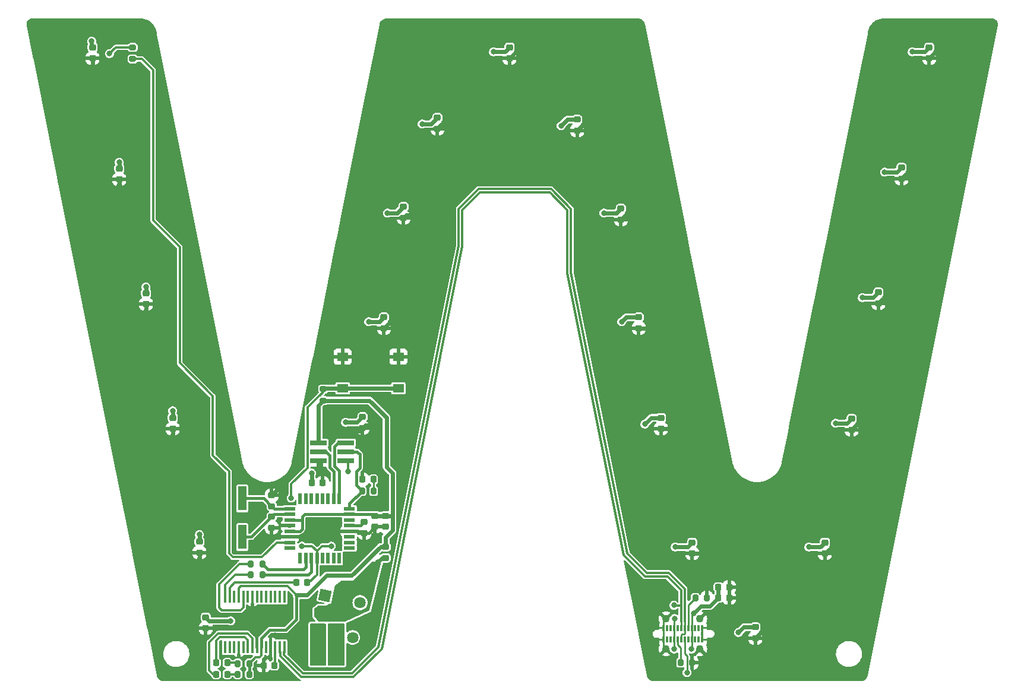
<source format=gbr>
%TF.GenerationSoftware,KiCad,Pcbnew,(7.0.0)*%
%TF.CreationDate,2023-11-18T20:53:13-06:00*%
%TF.ProjectId,LightLetter_W,4c696768-744c-4657-9474-65725f572e6b,rev?*%
%TF.SameCoordinates,PXda408f0PY8b5864b*%
%TF.FileFunction,Copper,L2,Bot*%
%TF.FilePolarity,Positive*%
%FSLAX46Y46*%
G04 Gerber Fmt 4.6, Leading zero omitted, Abs format (unit mm)*
G04 Created by KiCad (PCBNEW (7.0.0)) date 2023-11-18 20:53:13*
%MOMM*%
%LPD*%
G01*
G04 APERTURE LIST*
G04 Aperture macros list*
%AMRoundRect*
0 Rectangle with rounded corners*
0 $1 Rounding radius*
0 $2 $3 $4 $5 $6 $7 $8 $9 X,Y pos of 4 corners*
0 Add a 4 corners polygon primitive as box body*
4,1,4,$2,$3,$4,$5,$6,$7,$8,$9,$2,$3,0*
0 Add four circle primitives for the rounded corners*
1,1,$1+$1,$2,$3*
1,1,$1+$1,$4,$5*
1,1,$1+$1,$6,$7*
1,1,$1+$1,$8,$9*
0 Add four rect primitives between the rounded corners*
20,1,$1+$1,$2,$3,$4,$5,0*
20,1,$1+$1,$4,$5,$6,$7,0*
20,1,$1+$1,$6,$7,$8,$9,0*
20,1,$1+$1,$8,$9,$2,$3,0*%
%AMRotRect*
0 Rectangle, with rotation*
0 The origin of the aperture is its center*
0 $1 length*
0 $2 width*
0 $3 Rotation angle, in degrees counterclockwise*
0 Add horizontal line*
21,1,$1,$2,0,0,$3*%
G04 Aperture macros list end*
%TA.AperFunction,SMDPad,CuDef*%
%ADD10R,1.200000X3.500000*%
%TD*%
%TA.AperFunction,ComponentPad*%
%ADD11RotRect,1.635000X1.635000X258.000000*%
%TD*%
%TA.AperFunction,ComponentPad*%
%ADD12C,1.635000*%
%TD*%
%TA.AperFunction,SMDPad,CuDef*%
%ADD13R,0.450000X1.750000*%
%TD*%
%TA.AperFunction,SMDPad,CuDef*%
%ADD14R,1.600000X0.550000*%
%TD*%
%TA.AperFunction,SMDPad,CuDef*%
%ADD15R,0.550000X1.600000*%
%TD*%
%TA.AperFunction,SMDPad,CuDef*%
%ADD16R,1.550000X1.300000*%
%TD*%
%TA.AperFunction,SMDPad,CuDef*%
%ADD17RoundRect,0.200000X-0.275000X0.200000X-0.275000X-0.200000X0.275000X-0.200000X0.275000X0.200000X0*%
%TD*%
%TA.AperFunction,SMDPad,CuDef*%
%ADD18RoundRect,0.200000X0.200000X0.275000X-0.200000X0.275000X-0.200000X-0.275000X0.200000X-0.275000X0*%
%TD*%
%TA.AperFunction,SMDPad,CuDef*%
%ADD19RoundRect,0.200000X-0.200000X-0.275000X0.200000X-0.275000X0.200000X0.275000X-0.200000X0.275000X0*%
%TD*%
%TA.AperFunction,SMDPad,CuDef*%
%ADD20RoundRect,0.200000X0.275000X-0.200000X0.275000X0.200000X-0.275000X0.200000X-0.275000X-0.200000X0*%
%TD*%
%TA.AperFunction,ComponentPad*%
%ADD21C,1.100000*%
%TD*%
%TA.AperFunction,SMDPad,CuDef*%
%ADD22R,0.300000X0.850000*%
%TD*%
%TA.AperFunction,SMDPad,CuDef*%
%ADD23R,2.400000X0.740000*%
%TD*%
%TA.AperFunction,SMDPad,CuDef*%
%ADD24RoundRect,0.218750X-0.256250X0.218750X-0.256250X-0.218750X0.256250X-0.218750X0.256250X0.218750X0*%
%TD*%
%TA.AperFunction,SMDPad,CuDef*%
%ADD25RoundRect,0.250000X-0.375000X-0.625000X0.375000X-0.625000X0.375000X0.625000X-0.375000X0.625000X0*%
%TD*%
%TA.AperFunction,SMDPad,CuDef*%
%ADD26RoundRect,0.218750X-0.218750X-0.256250X0.218750X-0.256250X0.218750X0.256250X-0.218750X0.256250X0*%
%TD*%
%TA.AperFunction,SMDPad,CuDef*%
%ADD27RoundRect,0.225000X0.250000X-0.225000X0.250000X0.225000X-0.250000X0.225000X-0.250000X-0.225000X0*%
%TD*%
%TA.AperFunction,SMDPad,CuDef*%
%ADD28RoundRect,0.225000X0.225000X0.250000X-0.225000X0.250000X-0.225000X-0.250000X0.225000X-0.250000X0*%
%TD*%
%TA.AperFunction,SMDPad,CuDef*%
%ADD29RoundRect,0.225000X-0.225000X-0.250000X0.225000X-0.250000X0.225000X0.250000X-0.225000X0.250000X0*%
%TD*%
%TA.AperFunction,SMDPad,CuDef*%
%ADD30RoundRect,0.225000X-0.250000X0.225000X-0.250000X-0.225000X0.250000X-0.225000X0.250000X0.225000X0*%
%TD*%
%TA.AperFunction,ViaPad*%
%ADD31C,0.812800*%
%TD*%
%TA.AperFunction,Conductor*%
%ADD32C,0.304800*%
%TD*%
%TA.AperFunction,Conductor*%
%ADD33C,0.609600*%
%TD*%
%TA.AperFunction,Conductor*%
%ADD34C,0.279400*%
%TD*%
%TA.AperFunction,Conductor*%
%ADD35C,0.406400*%
%TD*%
%TA.AperFunction,Conductor*%
%ADD36C,0.254000*%
%TD*%
G04 APERTURE END LIST*
D10*
%TO.P,Y1,1,1*%
%TO.N,/XTAL2*%
X-114680999Y26436122D03*
%TO.P,Y1,2,2*%
%TO.N,/XTAL1*%
X-114680999Y20936122D03*
%TD*%
D11*
%TO.P,SW2,1,A*%
%TO.N,unconnected-(SW2-A-Pad1)*%
X-102865893Y12621808D03*
D12*
%TO.P,SW2,2,B*%
%TO.N,VBUS*%
X-103393990Y10137314D03*
%TO.P,SW2,3,C*%
%TO.N,Net-(SW2-C)*%
X-103922086Y7652819D03*
%TO.P,SW2,S1*%
%TO.N,N/C*%
X-97896904Y11565618D03*
%TO.P,SW2,S2*%
X-98953096Y6596628D03*
%TD*%
D13*
%TO.P,U2,1,TXD*%
%TO.N,/RX*%
X-117127999Y12427122D03*
%TO.P,U2,2,DTR*%
%TO.N,Net-(U2-DTR)*%
X-116477999Y12427122D03*
%TO.P,U2,3,RTS*%
%TO.N,unconnected-(U2-RTS-Pad3)*%
X-115827999Y12427122D03*
%TO.P,U2,4,VCCIO*%
%TO.N,+5V*%
X-115177999Y12427122D03*
%TO.P,U2,5,RXD*%
%TO.N,/TX*%
X-114527999Y12427122D03*
%TO.P,U2,6,RI*%
%TO.N,unconnected-(U2-RI-Pad6)*%
X-113877999Y12427122D03*
%TO.P,U2,7,GND*%
%TO.N,GND*%
X-113227999Y12427122D03*
%TO.P,U2,8*%
%TO.N,N/C*%
X-112577999Y12427122D03*
%TO.P,U2,9,DCR*%
%TO.N,unconnected-(U2-DCR-Pad9)*%
X-111927999Y12427122D03*
%TO.P,U2,10,DCD*%
%TO.N,unconnected-(U2-DCD-Pad10)*%
X-111277999Y12427122D03*
%TO.P,U2,11,CTS*%
%TO.N,unconnected-(U2-CTS-Pad11)*%
X-110627999Y12427122D03*
%TO.P,U2,12,CBUS4*%
%TO.N,unconnected-(U2-CBUS4-Pad12)*%
X-109977999Y12427122D03*
%TO.P,U2,13,CBUS2*%
%TO.N,unconnected-(U2-CBUS2-Pad13)*%
X-109327999Y12427122D03*
%TO.P,U2,14,CBUS3*%
%TO.N,unconnected-(U2-CBUS3-Pad14)*%
X-108677999Y12427122D03*
%TO.P,U2,15,USBD+*%
%TO.N,/USBD+*%
X-108677999Y5227122D03*
%TO.P,U2,16,USBD-*%
%TO.N,/USBD-*%
X-109327999Y5227122D03*
%TO.P,U2,17,3V3OUT*%
%TO.N,+3V3*%
X-109977999Y5227122D03*
%TO.P,U2,18,GND*%
%TO.N,GND*%
X-110627999Y5227122D03*
%TO.P,U2,19,~{RESET}*%
%TO.N,unconnected-(U2-~{RESET}-Pad19)*%
X-111277999Y5227122D03*
%TO.P,U2,20,VCC*%
%TO.N,+5V*%
X-111927999Y5227122D03*
%TO.P,U2,21,GND*%
%TO.N,GND*%
X-112577999Y5227122D03*
%TO.P,U2,22,CBUS1*%
%TO.N,Net-(D2-K)*%
X-113227999Y5227122D03*
%TO.P,U2,23,CBUS0*%
%TO.N,Net-(D3-K)*%
X-113877999Y5227122D03*
%TO.P,U2,24*%
%TO.N,N/C*%
X-114527999Y5227122D03*
%TO.P,U2,25,AGND*%
%TO.N,GND*%
X-115177999Y5227122D03*
%TO.P,U2,26,TEST*%
%TO.N,unconnected-(U2-TEST-Pad26)*%
X-115827999Y5227122D03*
%TO.P,U2,27,OSCI*%
%TO.N,unconnected-(U2-OSCI-Pad27)*%
X-116477999Y5227122D03*
%TO.P,U2,28,OSCO*%
%TO.N,unconnected-(U2-OSCO-Pad28)*%
X-117127999Y5227122D03*
%TD*%
D14*
%TO.P,U1,1,PD3*%
%TO.N,/D3*%
X-107881999Y19362122D03*
%TO.P,U1,2,PD4*%
%TO.N,/D4*%
X-107881999Y20162122D03*
%TO.P,U1,3,GND*%
%TO.N,GND*%
X-107881999Y20962122D03*
%TO.P,U1,4,VCC*%
%TO.N,+5V*%
X-107881999Y21762122D03*
%TO.P,U1,5,GND*%
%TO.N,GND*%
X-107881999Y22562122D03*
%TO.P,U1,6,VCC*%
%TO.N,+5V*%
X-107881999Y23362122D03*
%TO.P,U1,7,XTAL1/PB6*%
%TO.N,/XTAL1*%
X-107881999Y24162122D03*
%TO.P,U1,8,XTAL2/PB7*%
%TO.N,/XTAL2*%
X-107881999Y24962122D03*
D15*
%TO.P,U1,9,PD5*%
%TO.N,/D5*%
X-106431999Y26412122D03*
%TO.P,U1,10,PD6*%
%TO.N,/D6*%
X-105631999Y26412122D03*
%TO.P,U1,11,PD7*%
%TO.N,/D7*%
X-104831999Y26412122D03*
%TO.P,U1,12,PB0*%
%TO.N,/D8*%
X-104031999Y26412122D03*
%TO.P,U1,13,PB1*%
%TO.N,/D9*%
X-103231999Y26412122D03*
%TO.P,U1,14,PB2*%
%TO.N,/D10*%
X-102431999Y26412122D03*
%TO.P,U1,15,PB3*%
%TO.N,/D11_MOSI*%
X-101631999Y26412122D03*
%TO.P,U1,16,PB4*%
%TO.N,/D12_MISO*%
X-100831999Y26412122D03*
D14*
%TO.P,U1,17,PB5*%
%TO.N,/D13_SCK*%
X-99381999Y24962122D03*
%TO.P,U1,18,AVCC*%
%TO.N,+5V*%
X-99381999Y24162122D03*
%TO.P,U1,19,ADC6*%
%TO.N,/A6*%
X-99381999Y23362122D03*
%TO.P,U1,20,AREF*%
%TO.N,/AREF*%
X-99381999Y22562122D03*
%TO.P,U1,21,AGND*%
%TO.N,GND*%
X-99381999Y21762122D03*
%TO.P,U1,22,ADC7*%
%TO.N,/A7*%
X-99381999Y20962122D03*
%TO.P,U1,23,PC0*%
%TO.N,/A0*%
X-99381999Y20162122D03*
%TO.P,U1,24,PC1*%
%TO.N,/A1*%
X-99381999Y19362122D03*
D15*
%TO.P,U1,25,PC2*%
%TO.N,/A2*%
X-100831999Y17912122D03*
%TO.P,U1,26,PC3*%
%TO.N,/A3*%
X-101631999Y17912122D03*
%TO.P,U1,27,PC4*%
%TO.N,/A4*%
X-102431999Y17912122D03*
%TO.P,U1,28,PC5*%
%TO.N,/A5*%
X-103231999Y17912122D03*
%TO.P,U1,29,~{RESET}/PC6*%
%TO.N,/~{RESET}*%
X-104031999Y17912122D03*
%TO.P,U1,30,PD0*%
%TO.N,/D0_RX*%
X-104831999Y17912122D03*
%TO.P,U1,31,PD1*%
%TO.N,/D1_TX*%
X-105631999Y17912122D03*
%TO.P,U1,32,PD2*%
%TO.N,/D2*%
X-106431999Y17912122D03*
%TD*%
D16*
%TO.P,SW1,1,1*%
%TO.N,GND*%
X-100367999Y46637122D03*
X-92417999Y46637122D03*
%TO.P,SW1,2,2*%
%TO.N,/~{RESET}*%
X-92417999Y42137122D03*
X-100367999Y42137122D03*
%TD*%
D17*
%TO.P,R9,1*%
%TO.N,/DIN_START*%
X-130302000Y90742123D03*
%TO.P,R9,2*%
%TO.N,/D4*%
X-130302000Y89092123D03*
%TD*%
D18*
%TO.P,R8,2*%
%TO.N,Net-(J3-CC2)*%
X-50101000Y12256123D03*
%TO.P,R8,1*%
%TO.N,GND*%
X-48451000Y12256123D03*
%TD*%
%TO.P,R7,2*%
%TO.N,Net-(J3-CC1)*%
X-52183800Y3010523D03*
%TO.P,R7,1*%
%TO.N,GND*%
X-50533800Y3010523D03*
%TD*%
D19*
%TO.P,R6,1*%
%TO.N,Net-(D3-A)*%
X-115326400Y2883523D03*
%TO.P,R6,2*%
%TO.N,+5V*%
X-113676400Y2883523D03*
%TD*%
%TO.P,R5,1*%
%TO.N,Net-(D2-A)*%
X-115326400Y1365723D03*
%TO.P,R5,2*%
%TO.N,+5V*%
X-113676400Y1365723D03*
%TD*%
D18*
%TO.P,R4,1*%
%TO.N,Net-(D1-A)*%
X-95949000Y27496123D03*
%TO.P,R4,2*%
%TO.N,/D13_SCK*%
X-97599000Y27496123D03*
%TD*%
%TO.P,R3,1*%
%TO.N,/D1_TX*%
X-111824000Y17082123D03*
%TO.P,R3,2*%
%TO.N,/TX*%
X-113474000Y17082123D03*
%TD*%
%TO.P,R2,1*%
%TO.N,/D0_RX*%
X-111824000Y15558123D03*
%TO.P,R2,2*%
%TO.N,/RX*%
X-113474000Y15558123D03*
%TD*%
D20*
%TO.P,R1,1*%
%TO.N,+5V*%
X-103124000Y40387123D03*
%TO.P,R1,2*%
%TO.N,/~{RESET}*%
X-103124000Y42037123D03*
%TD*%
D21*
%TO.P,J3,S1,SHIELD*%
%TO.N,GND*%
X-49460000Y9272123D03*
X-54260000Y9272123D03*
X-54260000Y4972123D03*
X-49460000Y4972123D03*
D22*
%TO.P,J3,B12,GND*%
X-54609999Y7957122D03*
%TO.P,J3,B11*%
%TO.N,N/C*%
X-54109999Y7957122D03*
%TO.P,J3,B10*%
X-53609999Y7957122D03*
%TO.P,J3,B9,VBUS*%
%TO.N,VBUS*%
X-53109999Y7957122D03*
%TO.P,J3,B8,SBU2*%
%TO.N,unconnected-(J3-SBU2-PadB8)*%
X-52609999Y7957122D03*
%TO.P,J3,B7,D-*%
%TO.N,/USBD-*%
X-52109999Y7957122D03*
%TO.P,J3,B6,D+*%
%TO.N,/USBD+*%
X-51609999Y7957122D03*
%TO.P,J3,B5,CC2*%
%TO.N,Net-(J3-CC2)*%
X-51109999Y7957122D03*
%TO.P,J3,B4,VBUS*%
%TO.N,VBUS*%
X-50609999Y7957122D03*
%TO.P,J3,B3*%
%TO.N,N/C*%
X-50109999Y7957122D03*
%TO.P,J3,B2*%
X-49609999Y7957122D03*
%TO.P,J3,B1,GND*%
%TO.N,GND*%
X-49109999Y7957122D03*
%TO.P,J3,A12,GND*%
X-49109999Y6287122D03*
%TO.P,J3,A11*%
%TO.N,N/C*%
X-49609999Y6287122D03*
%TO.P,J3,A10*%
X-50109999Y6287122D03*
%TO.P,J3,A9,VBUS*%
%TO.N,VBUS*%
X-50609999Y6287122D03*
%TO.P,J3,A8,SBU1*%
%TO.N,unconnected-(J3-SBU1-PadA8)*%
X-51109999Y6287122D03*
%TO.P,J3,A7,D-*%
%TO.N,/USBD-*%
X-51609999Y6287122D03*
%TO.P,J3,A6,D+*%
%TO.N,/USBD+*%
X-52109999Y6287122D03*
%TO.P,J3,A5,CC1*%
%TO.N,Net-(J3-CC1)*%
X-52609999Y6287122D03*
%TO.P,J3,A4,VBUS*%
%TO.N,VBUS*%
X-53109999Y6287122D03*
%TO.P,J3,A3*%
%TO.N,N/C*%
X-53609999Y6287122D03*
%TO.P,J3,A2*%
X-54109999Y6287122D03*
%TO.P,J3,A1,GND*%
%TO.N,GND*%
X-54609999Y6287122D03*
%TD*%
D23*
%TO.P,J2,6,Pin_6*%
%TO.N,GND*%
X-103803999Y31814122D03*
%TO.P,J2,5,Pin_5*%
%TO.N,/~{RESET}*%
X-99903999Y31814122D03*
%TO.P,J2,4,Pin_4*%
%TO.N,/D11_MOSI*%
X-103803999Y33084122D03*
%TO.P,J2,3,Pin_3*%
%TO.N,/D13_SCK*%
X-99903999Y33084122D03*
%TO.P,J2,2,Pin_2*%
%TO.N,+5V*%
X-103803999Y34354122D03*
%TO.P,J2,1,Pin_1*%
%TO.N,/D12_MISO*%
X-99903999Y34354122D03*
%TD*%
D24*
%TO.P,FB1,1*%
%TO.N,+5V*%
X-94234000Y19520623D03*
%TO.P,FB1,2*%
%TO.N,VBUS*%
X-94234000Y17945623D03*
%TD*%
D25*
%TO.P,F1,1*%
%TO.N,Net-(SW2-C)*%
X-104143000Y3620123D03*
%TO.P,F1,2*%
%TO.N,/5V_WS2812B*%
X-101343000Y3620123D03*
%TD*%
D26*
%TO.P,D3,1,K*%
%TO.N,Net-(D3-K)*%
X-118389500Y2985123D03*
%TO.P,D3,2,A*%
%TO.N,Net-(D3-A)*%
X-116814500Y2985123D03*
%TD*%
%TO.P,D2,1,K*%
%TO.N,Net-(D2-K)*%
X-118389500Y1359523D03*
%TO.P,D2,2,A*%
%TO.N,Net-(D2-A)*%
X-116814500Y1359523D03*
%TD*%
%TO.P,D1,1,K*%
%TO.N,GND*%
X-97561500Y29147123D03*
%TO.P,D1,2,A*%
%TO.N,Net-(D1-A)*%
X-95986500Y29147123D03*
%TD*%
D27*
%TO.P,C32,1*%
%TO.N,GND*%
X-16764000Y89205123D03*
%TO.P,C32,2*%
%TO.N,/5V_WS2812B*%
X-16764000Y90755123D03*
%TD*%
%TO.P,C31,1*%
%TO.N,GND*%
X-20701000Y72060123D03*
%TO.P,C31,2*%
%TO.N,/5V_WS2812B*%
X-20701000Y73610123D03*
%TD*%
%TO.P,C30,1*%
%TO.N,GND*%
X-24003000Y54280123D03*
%TO.P,C30,2*%
%TO.N,/5V_WS2812B*%
X-24003000Y55830123D03*
%TD*%
%TO.P,C29,1*%
%TO.N,GND*%
X-27813000Y36246123D03*
%TO.P,C29,2*%
%TO.N,/5V_WS2812B*%
X-27813000Y37796123D03*
%TD*%
%TO.P,C28,1*%
%TO.N,GND*%
X-31623000Y18593123D03*
%TO.P,C28,2*%
%TO.N,/5V_WS2812B*%
X-31623000Y20143123D03*
%TD*%
%TO.P,C27,1*%
%TO.N,GND*%
X-41529000Y6528123D03*
%TO.P,C27,2*%
%TO.N,/5V_WS2812B*%
X-41529000Y8078123D03*
%TD*%
%TO.P,C26,1*%
%TO.N,GND*%
X-50546000Y18593123D03*
%TO.P,C26,2*%
%TO.N,/5V_WS2812B*%
X-50546000Y20143123D03*
%TD*%
%TO.P,C25,1*%
%TO.N,GND*%
X-54991000Y36373123D03*
%TO.P,C25,2*%
%TO.N,/5V_WS2812B*%
X-54991000Y37923123D03*
%TD*%
%TO.P,C24,1*%
%TO.N,GND*%
X-58166000Y50724123D03*
%TO.P,C24,2*%
%TO.N,/5V_WS2812B*%
X-58166000Y52274123D03*
%TD*%
%TO.P,C23,1*%
%TO.N,GND*%
X-60706000Y66218123D03*
%TO.P,C23,2*%
%TO.N,/5V_WS2812B*%
X-60706000Y67768123D03*
%TD*%
%TO.P,C22,1*%
%TO.N,GND*%
X-66929000Y78918123D03*
%TO.P,C22,2*%
%TO.N,/5V_WS2812B*%
X-66929000Y80468123D03*
%TD*%
%TO.P,C21,1*%
%TO.N,GND*%
X-76581000Y89205123D03*
%TO.P,C21,2*%
%TO.N,/5V_WS2812B*%
X-76581000Y90755123D03*
%TD*%
%TO.P,C20,1*%
%TO.N,GND*%
X-86868000Y79172123D03*
%TO.P,C20,2*%
%TO.N,/5V_WS2812B*%
X-86868000Y80722123D03*
%TD*%
%TO.P,C19,1*%
%TO.N,GND*%
X-91694000Y66472123D03*
%TO.P,C19,2*%
%TO.N,/5V_WS2812B*%
X-91694000Y68022123D03*
%TD*%
%TO.P,C18,1*%
%TO.N,GND*%
X-94488000Y50724123D03*
%TO.P,C18,2*%
%TO.N,/5V_WS2812B*%
X-94488000Y52274123D03*
%TD*%
%TO.P,C17,1*%
%TO.N,GND*%
X-97536000Y36500123D03*
%TO.P,C17,2*%
%TO.N,/5V_WS2812B*%
X-97536000Y38050123D03*
%TD*%
D28*
%TO.P,C16,1*%
%TO.N,GND*%
X-103238000Y28639123D03*
%TO.P,C16,2*%
%TO.N,/5V_WS2812B*%
X-104788000Y28639123D03*
%TD*%
D27*
%TO.P,C15,1*%
%TO.N,GND*%
X-119888000Y7925123D03*
%TO.P,C15,2*%
%TO.N,/5V_WS2812B*%
X-119888000Y9475123D03*
%TD*%
%TO.P,C14,1*%
%TO.N,GND*%
X-120777000Y18720123D03*
%TO.P,C14,2*%
%TO.N,/5V_WS2812B*%
X-120777000Y20270123D03*
%TD*%
%TO.P,C13,1*%
%TO.N,GND*%
X-124587000Y36373123D03*
%TO.P,C13,2*%
%TO.N,/5V_WS2812B*%
X-124587000Y37923123D03*
%TD*%
%TO.P,C12,1*%
%TO.N,GND*%
X-128397000Y54153123D03*
%TO.P,C12,2*%
%TO.N,/5V_WS2812B*%
X-128397000Y55703123D03*
%TD*%
%TO.P,C11,2*%
%TO.N,/5V_WS2812B*%
X-132207000Y73483123D03*
%TO.P,C11,1*%
%TO.N,GND*%
X-132207000Y71933123D03*
%TD*%
%TO.P,C10,2*%
%TO.N,/5V_WS2812B*%
X-136017000Y90755123D03*
%TO.P,C10,1*%
%TO.N,GND*%
X-136017000Y89205123D03*
%TD*%
D29*
%TO.P,C9,2*%
%TO.N,GND*%
X-45275200Y13780123D03*
%TO.P,C9,1*%
%TO.N,VBUS*%
X-46825200Y13780123D03*
%TD*%
%TO.P,C8,2*%
%TO.N,GND*%
X-45275200Y12256123D03*
%TO.P,C8,1*%
%TO.N,VBUS*%
X-46825200Y12256123D03*
%TD*%
D28*
%TO.P,C7,1*%
%TO.N,/~{RESET}*%
X-105397000Y14415123D03*
%TO.P,C7,2*%
%TO.N,Net-(U2-DTR)*%
X-106947000Y14415123D03*
%TD*%
%TO.P,C6,1*%
%TO.N,+3V3*%
X-110096000Y2604123D03*
%TO.P,C6,2*%
%TO.N,GND*%
X-111646000Y2604123D03*
%TD*%
D30*
%TO.P,C5,1*%
%TO.N,/AREF*%
X-97282000Y23064123D03*
%TO.P,C5,2*%
%TO.N,GND*%
X-97282000Y21514123D03*
%TD*%
%TO.P,C4,1*%
%TO.N,+5V*%
X-94234000Y23953123D03*
%TO.P,C4,2*%
%TO.N,GND*%
X-94234000Y22403123D03*
%TD*%
%TO.P,C3,1*%
%TO.N,+5V*%
X-95758000Y23953123D03*
%TO.P,C3,2*%
%TO.N,GND*%
X-95758000Y22403123D03*
%TD*%
%TO.P,C2,1*%
%TO.N,GND*%
X-110490000Y26874123D03*
%TO.P,C2,2*%
%TO.N,/XTAL2*%
X-110490000Y25324123D03*
%TD*%
D27*
%TO.P,C1,1*%
%TO.N,GND*%
X-110490000Y22276123D03*
%TO.P,C1,2*%
%TO.N,/XTAL1*%
X-110490000Y23826123D03*
%TD*%
D31*
%TO.N,GND*%
X-106451400Y31052123D03*
X-102209600Y36030523D03*
X-103327200Y30340923D03*
%TO.N,/USBD-*%
X-51273398Y1597325D03*
X-53136800Y11189323D03*
%TO.N,/5V_WS2812B*%
X-100581000Y6160123D03*
X-100584000Y8065123D03*
X-100581000Y7176123D03*
X-100581000Y5144123D03*
X-19177000Y90107123D03*
%TO.N,GND*%
X-14351000Y89853123D03*
%TO.N,/5V_WS2812B*%
X-23114000Y72962123D03*
%TO.N,GND*%
X-18288000Y72581123D03*
%TO.N,/5V_WS2812B*%
X-26289000Y55055123D03*
%TO.N,GND*%
X-21463000Y54801123D03*
%TO.N,/5V_WS2812B*%
X-30099000Y37148123D03*
%TO.N,GND*%
X-25273000Y36894123D03*
X-28956000Y19114123D03*
%TO.N,/5V_WS2812B*%
X-33909000Y19495123D03*
%TO.N,GND*%
X-39116000Y7303123D03*
%TO.N,/5V_WS2812B*%
X-43942000Y7303123D03*
%TO.N,GND*%
X-48133000Y19241123D03*
%TO.N,/5V_WS2812B*%
X-52959000Y19495123D03*
%TO.N,GND*%
X-52451000Y37021123D03*
%TO.N,/5V_WS2812B*%
X-57277000Y37021123D03*
%TO.N,GND*%
X-55753000Y51372123D03*
%TO.N,/5V_WS2812B*%
X-60579000Y51626123D03*
%TO.N,GND*%
X-58140600Y66789923D03*
%TO.N,/5V_WS2812B*%
X-63119000Y67120123D03*
%TO.N,GND*%
X-64262000Y79515323D03*
%TO.N,/5V_WS2812B*%
X-69215000Y79566123D03*
%TO.N,GND*%
X-74041000Y89980123D03*
%TO.N,/5V_WS2812B*%
X-78867000Y90107123D03*
%TO.N,GND*%
X-84201000Y79693123D03*
%TO.N,/5V_WS2812B*%
X-89027000Y79820123D03*
X-93980000Y67120123D03*
%TO.N,GND*%
X-89154000Y66866123D03*
X-91948000Y51372123D03*
%TO.N,/5V_WS2812B*%
X-96647000Y51626123D03*
%TO.N,GND*%
X-95123000Y36894123D03*
%TO.N,/5V_WS2812B*%
X-99949000Y37275123D03*
%TO.N,GND*%
X-100838000Y19368123D03*
%TO.N,/5V_WS2812B*%
X-104775000Y30036123D03*
%TO.N,GND*%
X-109982000Y6871823D03*
%TO.N,/5V_WS2812B*%
X-116332000Y8954123D03*
X-120777000Y21273123D03*
%TO.N,GND*%
X-120777000Y17717123D03*
X-124587000Y35370123D03*
%TO.N,/5V_WS2812B*%
X-124587000Y38926123D03*
%TO.N,GND*%
X-128397000Y53150123D03*
%TO.N,/5V_WS2812B*%
X-128397000Y56579123D03*
%TO.N,GND*%
X-132207000Y71057123D03*
%TO.N,/5V_WS2812B*%
X-132207000Y74359123D03*
%TO.N,/DIN_START*%
X-133604000Y89853123D03*
%TO.N,GND*%
X-136042400Y87643323D03*
%TO.N,/5V_WS2812B*%
X-136144000Y91631123D03*
%TO.N,/~{RESET}*%
X-106172000Y19622123D03*
X-107696000Y26480123D03*
X-99568000Y30290123D03*
X-101981000Y19622123D03*
%TO.N,/5V_WS2812B*%
X-101978000Y5144123D03*
X-101978000Y6160123D03*
X-101978000Y7176123D03*
X-101981000Y8065123D03*
%TO.N,VBUS*%
X-96266000Y14288123D03*
X-96012000Y15304123D03*
X-95631000Y16320123D03*
X-95377000Y17336123D03*
X-53060600Y9309723D03*
X-50342575Y10018404D03*
X-53100912Y4966270D03*
X-50622200Y4940923D03*
%TD*%
D32*
%TO.N,/DIN_START*%
X-130302000Y90742123D02*
X-132715000Y90742123D01*
X-132715000Y90742123D02*
X-133604000Y89853123D01*
D33*
%TO.N,VBUS*%
X-48019000Y11062323D02*
X-46825200Y12256123D01*
X-49298656Y11062323D02*
X-48019000Y11062323D01*
D34*
X-50342575Y10018404D02*
X-50610000Y9750979D01*
X-50610000Y9750979D02*
X-50610000Y7957123D01*
D33*
X-50342575Y10018404D02*
X-49298656Y11062323D01*
%TO.N,GND*%
X-136042400Y87643323D02*
X-136017000Y87668723D01*
X-136017000Y87668723D02*
X-136017000Y89205123D01*
X-97536000Y36500123D02*
X-98005600Y36030523D01*
X-98005600Y36030523D02*
X-102209600Y36030523D01*
X-106451400Y31052123D02*
X-106451400Y30912723D01*
X-106451400Y30912723D02*
X-110490000Y26874123D01*
D35*
X-103403400Y31413523D02*
X-103804000Y31814123D01*
X-103403400Y30417123D02*
X-103403400Y31413523D01*
X-103327200Y30340923D02*
X-103403400Y30417123D01*
X-103238000Y30251723D02*
X-103327200Y30340923D01*
X-103238000Y28639123D02*
X-103238000Y30251723D01*
D33*
%TO.N,+5V*%
X-94234000Y23953123D02*
X-93263400Y23953123D01*
X-93251000Y23965523D02*
X-93251000Y21875123D01*
X-93263400Y23953123D02*
X-93251000Y23965523D01*
X-93251000Y30043415D02*
X-93251000Y23965523D01*
D32*
%TO.N,/D4*%
X-129007600Y89092123D02*
X-130302000Y89092123D01*
X-127406400Y66077341D02*
X-127406400Y87490923D01*
X-123596400Y62267341D02*
X-127406400Y66077341D01*
X-123596400Y45733323D02*
X-123596400Y62267341D01*
X-118882059Y32586182D02*
X-118882059Y41018982D01*
X-127406400Y87490923D02*
X-129007600Y89092123D01*
X-116560600Y30264723D02*
X-118882059Y32586182D01*
X-118882059Y41018982D02*
X-123596400Y45733323D01*
X-116027200Y18047323D02*
X-116560600Y18580723D01*
X-111836200Y18047323D02*
X-116027200Y18047323D01*
X-116560600Y18580723D02*
X-116560600Y30264723D01*
X-109721400Y20162123D02*
X-111836200Y18047323D01*
X-107882000Y20162123D02*
X-109721400Y20162123D01*
%TO.N,/~{RESET}*%
X-105359200Y30798123D02*
X-107696000Y28461323D01*
X-103627769Y41139421D02*
X-105359200Y39407990D01*
X-107696000Y28461323D02*
X-107696000Y26480123D01*
X-103603102Y41139421D02*
X-103627769Y41139421D01*
X-103124000Y41618523D02*
X-103603102Y41139421D01*
X-105359200Y39407990D02*
X-105359200Y30798123D01*
X-103124000Y42037123D02*
X-103124000Y41618523D01*
D33*
%TO.N,+5V*%
X-94234000Y20892123D02*
X-94234000Y19520623D01*
X-94107000Y37986323D02*
X-94107000Y30899415D01*
X-93251000Y21875123D02*
X-94234000Y20892123D01*
X-96507800Y40387123D02*
X-94107000Y37986323D01*
X-94107000Y30899415D02*
X-93251000Y30043415D01*
X-103124000Y40387123D02*
X-96507800Y40387123D01*
D32*
%TO.N,Net-(D2-K)*%
X-113919000Y7176123D02*
X-113228000Y6485123D01*
X-113228000Y6485123D02*
X-113228000Y5227123D01*
X-118846600Y1359523D02*
X-119380000Y1892923D01*
X-118110000Y7176123D02*
X-113919000Y7176123D01*
X-118389500Y1359523D02*
X-118846600Y1359523D01*
X-119380000Y1892923D02*
X-119380000Y5906123D01*
X-119380000Y5906123D02*
X-118110000Y7176123D01*
%TO.N,Net-(D3-A)*%
X-115428000Y2985123D02*
X-116814500Y2985123D01*
X-115326400Y2883523D02*
X-115428000Y2985123D01*
D35*
%TO.N,+5V*%
X-105797600Y24162123D02*
X-99382000Y24162123D01*
X-106146600Y23813123D02*
X-105797600Y24162123D01*
X-106146600Y23362123D02*
X-106146600Y23813123D01*
D34*
%TO.N,/USBD-*%
X-51610000Y4277723D02*
X-51610000Y6287123D01*
X-51273398Y1597325D02*
X-51273398Y3941121D01*
X-51273398Y3941121D02*
X-51610000Y4277723D01*
D32*
X-52096803Y11163923D02*
X-53111400Y11163923D01*
X-52096803Y11163923D02*
X-52096803Y13320714D01*
X-53111400Y11163923D02*
X-53136800Y11189323D01*
X-52096803Y10757523D02*
X-52096803Y11163923D01*
D35*
%TO.N,+5V*%
X-113676400Y1594323D02*
X-113676400Y2883523D01*
D32*
X-112228200Y3747123D02*
X-111928000Y4047323D01*
X-111928000Y4047323D02*
X-111928000Y5227123D01*
X-112812800Y3747123D02*
X-112228200Y3747123D01*
X-113676400Y2883523D02*
X-112812800Y3747123D01*
%TO.N,Net-(D2-A)*%
X-116808300Y1365723D02*
X-116814500Y1359523D01*
X-115326400Y1365723D02*
X-116808300Y1365723D01*
D35*
%TO.N,+5V*%
X-106146600Y22087923D02*
X-106146600Y23362123D01*
X-106472400Y21762123D02*
X-106146600Y22087923D01*
X-107882000Y21762123D02*
X-106472400Y21762123D01*
X-107882000Y23362123D02*
X-106146600Y23362123D01*
D34*
%TO.N,Net-(D1-A)*%
X-95949000Y29109623D02*
X-95986500Y29147123D01*
X-95949000Y27496123D02*
X-95949000Y29109623D01*
%TO.N,GND*%
X-54610000Y5322123D02*
X-54610000Y6287123D01*
X-54260000Y4972123D02*
X-54610000Y5322123D01*
X-54610000Y8922123D02*
X-54260000Y9272123D01*
X-54610000Y7957123D02*
X-54610000Y8922123D01*
X-54610000Y7957123D02*
X-54610000Y6287123D01*
D33*
X-64262000Y79515323D02*
X-66331800Y79515323D01*
X-66331800Y79515323D02*
X-66929000Y78918123D01*
X-60134200Y66789923D02*
X-60706000Y66218123D01*
X-58140600Y66789923D02*
X-60134200Y66789923D01*
%TO.N,VBUS*%
X-46825200Y12256123D02*
X-46825200Y13780123D01*
D36*
%TO.N,Net-(J3-CC1)*%
X-52610000Y5551723D02*
X-52610000Y6287123D01*
X-52183800Y5125523D02*
X-52610000Y5551723D01*
X-52183800Y3010523D02*
X-52183800Y5125523D01*
D32*
%TO.N,/USBD-*%
X-109258600Y4507723D02*
X-109328000Y4577123D01*
X-109258600Y3996523D02*
X-109258600Y4507723D01*
X-109257000Y3996523D02*
X-109258600Y3996523D01*
X-109257000Y3932911D02*
X-109257000Y3996523D01*
X-106277212Y953123D02*
X-109257000Y3932911D01*
X-83312000Y62409623D02*
X-94794821Y4986090D01*
X-80793788Y70041123D02*
X-83312000Y67522911D01*
X-70844212Y70041123D02*
X-80793788Y70041123D01*
X-68326000Y67522911D02*
X-70844212Y70041123D01*
X-68326000Y58598663D02*
X-68326000Y67522911D01*
X-57255212Y15304123D02*
X-60272375Y18321286D01*
X-54080212Y15304123D02*
X-57255212Y15304123D01*
X-60272375Y18321286D02*
X-68326000Y58598663D01*
X-52096803Y13320714D02*
X-54080212Y15304123D01*
X-52096803Y10757523D02*
X-52096803Y8868739D01*
X-98827788Y953123D02*
X-106277212Y953123D01*
X-109328000Y4577123D02*
X-109328000Y5227123D01*
X-94794821Y4986090D02*
X-98827788Y953123D01*
X-83312000Y67522911D02*
X-83312000Y62409623D01*
D36*
%TO.N,Net-(J3-CC2)*%
X-51106203Y11250920D02*
X-50101000Y12256123D01*
X-51106203Y7960920D02*
X-51106203Y11250920D01*
X-51110000Y7957123D02*
X-51106203Y7960920D01*
D34*
%TO.N,VBUS*%
X-50610000Y7957123D02*
X-50610000Y6287123D01*
D36*
%TO.N,/USBD+*%
X-51610000Y7153523D02*
X-51610000Y7957123D01*
X-51663600Y7099923D02*
X-51610000Y7153523D01*
X-52019200Y7099923D02*
X-51663600Y7099923D01*
X-52110000Y7009123D02*
X-52019200Y7099923D01*
X-52110000Y6287123D02*
X-52110000Y7009123D01*
%TO.N,/USBD-*%
X-52110000Y8855542D02*
X-52096803Y8868739D01*
X-52110000Y7957123D02*
X-52110000Y8855542D01*
%TO.N,/USBD+*%
X-51610000Y7957123D02*
X-51610000Y8847542D01*
X-51610000Y8847542D02*
X-51588803Y8868739D01*
D32*
X-53869788Y15812123D02*
X-51588803Y13531138D01*
X-57044788Y15812123D02*
X-53869788Y15812123D01*
X-59804421Y18571756D02*
X-57044788Y15812123D01*
X-67818000Y58648859D02*
X-59804421Y18571756D01*
X-67818000Y67733335D02*
X-67818000Y58648859D01*
X-70633788Y70549123D02*
X-67818000Y67733335D01*
X-81004212Y70549123D02*
X-70633788Y70549123D01*
X-83820000Y62459817D02*
X-83820000Y67733335D01*
X-95262772Y5236563D02*
X-83820000Y62459817D01*
X-99038212Y1461123D02*
X-95262772Y5236563D01*
X-108678000Y4577123D02*
X-108747400Y4507723D01*
X-108678000Y5227123D02*
X-108678000Y4577123D01*
X-51588803Y13531138D02*
X-51588803Y8868739D01*
X-108747400Y4507723D02*
X-108747400Y4141735D01*
X-106066788Y1461123D02*
X-99038212Y1461123D01*
X-108747400Y4141735D02*
X-106066788Y1461123D01*
X-83820000Y67733335D02*
X-81004212Y70549123D01*
X-108678000Y5227123D02*
X-108678000Y4602123D01*
D33*
%TO.N,/5V_WS2812B*%
X-101343000Y7427123D02*
X-101343000Y3620123D01*
X-101981000Y8065123D02*
X-101343000Y7427123D01*
X-17412000Y90107123D02*
X-16764000Y90755123D01*
X-19177000Y90107123D02*
X-17412000Y90107123D01*
%TO.N,GND*%
X-14351000Y89853123D02*
X-16116000Y89853123D01*
X-16116000Y89853123D02*
X-16764000Y89205123D01*
%TO.N,/5V_WS2812B*%
X-23114000Y72962123D02*
X-21349000Y72962123D01*
X-21349000Y72962123D02*
X-20701000Y73610123D01*
%TO.N,GND*%
X-20180000Y72581123D02*
X-20701000Y72060123D01*
X-18288000Y72581123D02*
X-20180000Y72581123D01*
%TO.N,/5V_WS2812B*%
X-26289000Y55055123D02*
X-24778000Y55055123D01*
X-24778000Y55055123D02*
X-24003000Y55830123D01*
%TO.N,GND*%
X-23482000Y54801123D02*
X-24003000Y54280123D01*
X-21463000Y54801123D02*
X-23482000Y54801123D01*
%TO.N,/5V_WS2812B*%
X-28461000Y37148123D02*
X-27813000Y37796123D01*
X-30099000Y37148123D02*
X-28461000Y37148123D01*
%TO.N,GND*%
X-25273000Y36894123D02*
X-27165000Y36894123D01*
X-27165000Y36894123D02*
X-27813000Y36246123D01*
X-31102000Y19114123D02*
X-31623000Y18593123D01*
X-28956000Y19114123D02*
X-31102000Y19114123D01*
%TO.N,/5V_WS2812B*%
X-33909000Y19495123D02*
X-32271000Y19495123D01*
X-32271000Y19495123D02*
X-31623000Y20143123D01*
%TO.N,GND*%
X-39116000Y7303123D02*
X-40754000Y7303123D01*
X-40754000Y7303123D02*
X-41529000Y6528123D01*
%TO.N,/5V_WS2812B*%
X-43167000Y8078123D02*
X-43942000Y7303123D01*
X-41529000Y8078123D02*
X-43167000Y8078123D01*
%TO.N,GND*%
X-48781000Y18593123D02*
X-48133000Y19241123D01*
X-50546000Y18593123D02*
X-48781000Y18593123D01*
%TO.N,/5V_WS2812B*%
X-52959000Y19495123D02*
X-51194000Y19495123D01*
X-51194000Y19495123D02*
X-50546000Y20143123D01*
%TO.N,GND*%
X-53099000Y36373123D02*
X-52451000Y37021123D01*
X-54991000Y36373123D02*
X-53099000Y36373123D01*
%TO.N,/5V_WS2812B*%
X-56375000Y37923123D02*
X-57277000Y37021123D01*
X-54991000Y37923123D02*
X-56375000Y37923123D01*
%TO.N,GND*%
X-56401000Y50724123D02*
X-55753000Y51372123D01*
X-58166000Y50724123D02*
X-56401000Y50724123D01*
%TO.N,/5V_WS2812B*%
X-59931000Y52274123D02*
X-60579000Y51626123D01*
X-58166000Y52274123D02*
X-59931000Y52274123D01*
X-61354000Y67120123D02*
X-60706000Y67768123D01*
X-63119000Y67120123D02*
X-61354000Y67120123D01*
X-68313000Y80468123D02*
X-69215000Y79566123D01*
X-66929000Y80468123D02*
X-68313000Y80468123D01*
%TO.N,GND*%
X-75806000Y89980123D02*
X-76581000Y89205123D01*
X-74041000Y89980123D02*
X-75806000Y89980123D01*
%TO.N,/5V_WS2812B*%
X-77229000Y90107123D02*
X-76581000Y90755123D01*
X-78867000Y90107123D02*
X-77229000Y90107123D01*
%TO.N,GND*%
X-86347000Y79693123D02*
X-86868000Y79172123D01*
X-84201000Y79693123D02*
X-86347000Y79693123D01*
%TO.N,/5V_WS2812B*%
X-87770000Y79820123D02*
X-86868000Y80722123D01*
X-89027000Y79820123D02*
X-87770000Y79820123D01*
X-92596000Y67120123D02*
X-91694000Y68022123D01*
X-93980000Y67120123D02*
X-92596000Y67120123D01*
%TO.N,GND*%
X-89154000Y66866123D02*
X-91300000Y66866123D01*
X-91300000Y66866123D02*
X-91694000Y66472123D01*
X-93840000Y51372123D02*
X-94488000Y50724123D01*
X-91948000Y51372123D02*
X-93840000Y51372123D01*
%TO.N,/5V_WS2812B*%
X-95136000Y51626123D02*
X-94488000Y52274123D01*
X-96647000Y51626123D02*
X-95136000Y51626123D01*
%TO.N,GND*%
X-95123000Y36894123D02*
X-97142000Y36894123D01*
X-97142000Y36894123D02*
X-97536000Y36500123D01*
%TO.N,/5V_WS2812B*%
X-98311000Y37275123D02*
X-97536000Y38050123D01*
X-99949000Y37275123D02*
X-98311000Y37275123D01*
X-104775000Y28652123D02*
X-104788000Y28639123D01*
X-104775000Y30036123D02*
X-104775000Y28652123D01*
X-119367000Y8954123D02*
X-119888000Y9475123D01*
X-116332000Y8954123D02*
X-119367000Y8954123D01*
X-120777000Y20270123D02*
X-120777000Y21273123D01*
%TO.N,GND*%
X-120777000Y18720123D02*
X-120777000Y17717123D01*
X-124587000Y36373123D02*
X-124587000Y35370123D01*
%TO.N,/5V_WS2812B*%
X-124587000Y38926123D02*
X-124587000Y37923123D01*
%TO.N,GND*%
X-128397000Y53150123D02*
X-128397000Y54153123D01*
%TO.N,/5V_WS2812B*%
X-128397000Y56579123D02*
X-128397000Y55703123D01*
%TO.N,GND*%
X-132207000Y71057123D02*
X-132207000Y71933123D01*
%TO.N,/5V_WS2812B*%
X-132207000Y73483123D02*
X-132207000Y74359123D01*
D32*
X-136144000Y90882123D02*
X-136017000Y90755123D01*
D33*
X-136144000Y91631123D02*
X-136144000Y90882123D01*
D32*
%TO.N,/~{RESET}*%
X-104755800Y19622123D02*
X-104032000Y18898323D01*
X-106172000Y19622123D02*
X-104755800Y19622123D01*
X-104032000Y18898323D02*
X-104032000Y17912123D01*
X-103308200Y19622123D02*
X-104032000Y18898323D01*
X-101981000Y19622123D02*
X-103308200Y19622123D01*
X-99568000Y30290123D02*
X-99568000Y31478123D01*
X-99568000Y31478123D02*
X-99904000Y31814123D01*
D35*
%TO.N,/D11_MOSI*%
X-102743000Y33084123D02*
X-103804000Y33084123D01*
X-102197600Y32538723D02*
X-102743000Y33084123D01*
X-101632000Y30297219D02*
X-102197600Y30862819D01*
X-102197600Y30862819D02*
X-102197600Y32538723D01*
X-101632000Y26412123D02*
X-101632000Y30297219D01*
%TO.N,/D12_MISO*%
X-101016800Y34354123D02*
X-99904000Y34354123D01*
X-100832000Y30359323D02*
X-101510400Y31037723D01*
X-101510400Y33860523D02*
X-101016800Y34354123D01*
X-100832000Y26412123D02*
X-100832000Y30359323D01*
X-101510400Y31037723D02*
X-101510400Y33860523D01*
%TO.N,/D13_SCK*%
X-97917000Y30798123D02*
X-97917000Y32703523D01*
X-98405400Y30309723D02*
X-97917000Y30798123D01*
X-98405400Y28302523D02*
X-98405400Y30309723D01*
X-97917000Y32703523D02*
X-98297600Y33084123D01*
X-97599000Y27496123D02*
X-98405400Y28302523D01*
X-98297600Y33084123D02*
X-99904000Y33084123D01*
X-99382000Y25713123D02*
X-97599000Y27496123D01*
X-99382000Y24962123D02*
X-99382000Y25713123D01*
D33*
%TO.N,+5V*%
X-103804000Y35751123D02*
X-103804000Y34354123D01*
X-103804000Y39707123D02*
X-103804000Y35751123D01*
X-103124000Y40387123D02*
X-103804000Y39707123D01*
%TO.N,/~{RESET}*%
X-103024000Y42137123D02*
X-103124000Y42037123D01*
X-100368000Y42137123D02*
X-103024000Y42137123D01*
X-92418000Y42137123D02*
X-100368000Y42137123D01*
D35*
%TO.N,+5V*%
X-111928000Y6489923D02*
X-111928000Y5227123D01*
X-110733800Y7684123D02*
X-111928000Y6489923D01*
X-108458000Y7684123D02*
X-110733800Y7684123D01*
X-106934000Y9208123D02*
X-108458000Y7684123D01*
X-106934000Y12637123D02*
X-106934000Y9208123D01*
D33*
%TO.N,VBUS*%
X-94234000Y17945623D02*
X-94767500Y17945623D01*
X-94767500Y17945623D02*
X-95377000Y17336123D01*
%TO.N,+5V*%
X-105410000Y12637123D02*
X-106934000Y12637123D01*
X-102616000Y15431123D02*
X-105410000Y12637123D01*
X-99060000Y15431123D02*
X-102616000Y15431123D01*
X-94970500Y19520623D02*
X-99060000Y15431123D01*
X-94234000Y19520623D02*
X-94970500Y19520623D01*
D32*
X-114877800Y13907123D02*
X-115178000Y13606923D01*
X-108204000Y13907123D02*
X-114877800Y13907123D01*
X-106934000Y12637123D02*
X-108204000Y13907123D01*
X-115178000Y13606923D02*
X-115178000Y12427123D01*
%TO.N,Net-(U2-DTR)*%
X-115752800Y14415123D02*
X-106947000Y14415123D01*
X-116478000Y13689923D02*
X-115752800Y14415123D01*
X-116478000Y12427123D02*
X-116478000Y13689923D01*
%TO.N,/~{RESET}*%
X-104032000Y15539123D02*
X-104032000Y17912123D01*
X-105156000Y14415123D02*
X-104032000Y15539123D01*
X-105397000Y14415123D02*
X-105156000Y14415123D01*
%TO.N,Net-(D3-K)*%
X-113878000Y6246123D02*
X-113878000Y5227123D01*
X-114300000Y6668123D02*
X-113878000Y6246123D01*
X-118389500Y6134623D02*
X-117856000Y6668123D01*
X-118389500Y3112123D02*
X-118389500Y6134623D01*
X-117856000Y6668123D02*
X-114300000Y6668123D01*
%TO.N,GND*%
X-111646000Y3184057D02*
X-111646000Y2604123D01*
X-110628000Y5227123D02*
X-110628000Y4202057D01*
X-110628000Y4202057D02*
X-111646000Y3184057D01*
%TO.N,+3V3*%
X-109978000Y2722123D02*
X-110096000Y2604123D01*
X-109978000Y5227123D02*
X-109978000Y2722123D01*
%TO.N,/TX*%
X-117602000Y10478123D02*
X-114935000Y10478123D01*
X-117983000Y10859123D02*
X-117602000Y10478123D01*
X-114528000Y10885123D02*
X-114528000Y12427123D01*
X-115062000Y17082123D02*
X-117983000Y14161123D01*
X-117983000Y14161123D02*
X-117983000Y10859123D01*
X-113474000Y17082123D02*
X-115062000Y17082123D01*
X-114935000Y10478123D02*
X-114528000Y10885123D01*
D34*
%TO.N,VBUS*%
X-53110000Y9260323D02*
X-53060600Y9309723D01*
X-53110000Y7957123D02*
X-53110000Y9260323D01*
X-50610000Y4953123D02*
X-50610000Y6287123D01*
X-50622200Y4940923D02*
X-50610000Y4953123D01*
X-53110000Y4975358D02*
X-53100912Y4966270D01*
X-53110000Y6287123D02*
X-53110000Y4975358D01*
X-53110000Y7957123D02*
X-53110000Y6287123D01*
D32*
%TO.N,/RX*%
X-117128000Y14127123D02*
X-117128000Y12427123D01*
X-115697000Y15558123D02*
X-117128000Y14127123D01*
X-113474000Y15558123D02*
X-115697000Y15558123D01*
D35*
%TO.N,/D0_RX*%
X-105283000Y15558123D02*
X-111824000Y15558123D01*
X-104832000Y17912123D02*
X-104832000Y16009123D01*
X-104832000Y16009123D02*
X-105283000Y15558123D01*
%TO.N,/D1_TX*%
X-111062000Y16320123D02*
X-111824000Y17082123D01*
X-105983800Y16320123D02*
X-111062000Y16320123D01*
X-105632000Y16671923D02*
X-105983800Y16320123D01*
X-105632000Y17912123D02*
X-105632000Y16671923D01*
%TO.N,/XTAL2*%
X-111602000Y26436123D02*
X-114681000Y26436123D01*
X-110490000Y25324123D02*
X-111602000Y26436123D01*
%TO.N,/XTAL1*%
X-113380000Y20936123D02*
X-114681000Y20936123D01*
X-110490000Y23826123D02*
X-113380000Y20936123D01*
%TO.N,/XTAL2*%
X-110128000Y24962123D02*
X-110490000Y25324123D01*
X-107882000Y24962123D02*
X-110128000Y24962123D01*
%TO.N,/XTAL1*%
X-107882000Y24162123D02*
X-110154000Y24162123D01*
X-110154000Y24162123D02*
X-110490000Y23826123D01*
%TO.N,GND*%
X-95758000Y22403123D02*
X-94234000Y22403123D01*
X-96647000Y21514123D02*
X-95758000Y22403123D01*
X-97282000Y21514123D02*
X-96647000Y21514123D01*
X-97530000Y21762123D02*
X-97282000Y21514123D01*
X-99382000Y21762123D02*
X-97530000Y21762123D01*
%TO.N,/AREF*%
X-97784000Y22562123D02*
X-99382000Y22562123D01*
X-97282000Y23064123D02*
X-97784000Y22562123D01*
%TO.N,+5V*%
X-95967000Y24162123D02*
X-95758000Y23953123D01*
X-99382000Y24162123D02*
X-95967000Y24162123D01*
D33*
X-94234000Y23953123D02*
X-95758000Y23953123D01*
%TD*%
%TA.AperFunction,Conductor*%
%TO.N,GND*%
G36*
X-96732521Y39844599D02*
G01*
X-96695764Y39820038D01*
X-94674085Y37798359D01*
X-94649524Y37761602D01*
X-94640900Y37718244D01*
X-94640900Y30910473D01*
X-94640966Y30906605D01*
X-94642830Y30852048D01*
X-94642830Y30852045D01*
X-94643094Y30844303D01*
X-94633677Y30805656D01*
X-94633577Y30805248D01*
X-94631412Y30793854D01*
X-94625935Y30754016D01*
X-94622852Y30746916D01*
X-94622850Y30746912D01*
X-94618765Y30737508D01*
X-94612608Y30719198D01*
X-94610250Y30709519D01*
X-94608346Y30701709D01*
X-94588639Y30666660D01*
X-94583485Y30656282D01*
X-94570553Y30626510D01*
X-94570550Y30626504D01*
X-94567464Y30619401D01*
X-94562579Y30613396D01*
X-94562576Y30613392D01*
X-94556105Y30605439D01*
X-94545234Y30589466D01*
X-94540594Y30581213D01*
X-94536414Y30573780D01*
X-94530935Y30568301D01*
X-94507990Y30545356D01*
X-94500217Y30536743D01*
X-94484070Y30516895D01*
X-94474842Y30505553D01*
X-94463582Y30497605D01*
X-94460138Y30495174D01*
X-94445360Y30482726D01*
X-93818085Y29855451D01*
X-93793524Y29818694D01*
X-93784900Y29775336D01*
X-93784900Y24743103D01*
X-93801892Y24683423D01*
X-93847773Y24641644D01*
X-93908779Y24630299D01*
X-93929304Y24632223D01*
X-94538696Y24632223D01*
X-94541328Y24631977D01*
X-94541332Y24631976D01*
X-94562515Y24629990D01*
X-94562520Y24629989D01*
X-94569376Y24629346D01*
X-94575874Y24627073D01*
X-94575880Y24627071D01*
X-94690572Y24586938D01*
X-94690577Y24586936D01*
X-94698583Y24584134D01*
X-94800171Y24509160D01*
X-94832032Y24492700D01*
X-94867446Y24487023D01*
X-95124554Y24487023D01*
X-95159968Y24492700D01*
X-95191830Y24509160D01*
X-95293417Y24584134D01*
X-95301427Y24586937D01*
X-95301429Y24586938D01*
X-95416121Y24627071D01*
X-95416125Y24627072D01*
X-95422624Y24629346D01*
X-95429482Y24629990D01*
X-95429486Y24629990D01*
X-95450669Y24631976D01*
X-95450672Y24631977D01*
X-95453304Y24632223D01*
X-96062696Y24632223D01*
X-96065328Y24631977D01*
X-96065332Y24631976D01*
X-96086515Y24629990D01*
X-96086520Y24629989D01*
X-96093376Y24629346D01*
X-96099874Y24627073D01*
X-96099880Y24627071D01*
X-96175009Y24600781D01*
X-96212430Y24594423D01*
X-98239600Y24594423D01*
X-98296250Y24609602D01*
X-98337721Y24651073D01*
X-98352900Y24707723D01*
X-98352900Y25254124D01*
X-98352900Y25259685D01*
X-98366193Y25326513D01*
X-98416828Y25402295D01*
X-98443491Y25420110D01*
X-98483334Y25446732D01*
X-98492610Y25452930D01*
X-98503550Y25455107D01*
X-98503552Y25455107D01*
X-98553984Y25465139D01*
X-98553993Y25465140D01*
X-98559438Y25466223D01*
X-98564999Y25466223D01*
X-98744005Y25466223D01*
X-98795442Y25478572D01*
X-98835667Y25512927D01*
X-98855910Y25561799D01*
X-98851760Y25614535D01*
X-98824120Y25659638D01*
X-97724920Y26758838D01*
X-97688163Y26783399D01*
X-97644805Y26792023D01*
X-97349956Y26792023D01*
X-97347310Y26792023D01*
X-97318324Y26794741D01*
X-97196230Y26837464D01*
X-97092153Y26914276D01*
X-97015341Y27018353D01*
X-96972618Y27140447D01*
X-96969900Y27169433D01*
X-96969900Y27822813D01*
X-96972618Y27851799D01*
X-97015341Y27973893D01*
X-97020385Y27980728D01*
X-97082472Y28064854D01*
X-97102503Y28110377D01*
X-97101107Y28160093D01*
X-97078553Y28204422D01*
X-97039189Y28234820D01*
X-97031309Y28238495D01*
X-96899533Y28319775D01*
X-96889257Y28327901D01*
X-96779778Y28437380D01*
X-96771650Y28447660D01*
X-96705380Y28555099D01*
X-96669824Y28591176D01*
X-96622102Y28608154D01*
X-96571750Y28602640D01*
X-96529668Y28576259D01*
X-96525505Y28570618D01*
X-96416880Y28490449D01*
X-96408866Y28487645D01*
X-96393680Y28482331D01*
X-96354036Y28458444D01*
X-96327254Y28420697D01*
X-96317800Y28375389D01*
X-96317800Y28237050D01*
X-96329957Y28185991D01*
X-96363820Y28145889D01*
X-96449018Y28083011D01*
X-96449022Y28083008D01*
X-96455847Y28077970D01*
X-96460885Y28071145D01*
X-96460888Y28071141D01*
X-96527615Y27980728D01*
X-96532659Y27973893D01*
X-96535463Y27965881D01*
X-96535463Y27965880D01*
X-96573107Y27858303D01*
X-96573109Y27858297D01*
X-96575382Y27851799D01*
X-96576025Y27844944D01*
X-96576026Y27844938D01*
X-96577853Y27825450D01*
X-96578100Y27822813D01*
X-96578100Y27169433D01*
X-96577854Y27166801D01*
X-96577853Y27166797D01*
X-96576026Y27147309D01*
X-96576026Y27147305D01*
X-96575382Y27140447D01*
X-96573108Y27133948D01*
X-96573107Y27133944D01*
X-96569670Y27124123D01*
X-96532659Y27018353D01*
X-96455847Y26914276D01*
X-96351770Y26837464D01*
X-96229676Y26794741D01*
X-96200690Y26792023D01*
X-95699956Y26792023D01*
X-95697310Y26792023D01*
X-95668324Y26794741D01*
X-95546230Y26837464D01*
X-95442153Y26914276D01*
X-95365341Y27018353D01*
X-95322618Y27140447D01*
X-95319900Y27169433D01*
X-95319900Y27822813D01*
X-95322618Y27851799D01*
X-95365341Y27973893D01*
X-95442153Y28077970D01*
X-95448983Y28083011D01*
X-95534180Y28145889D01*
X-95568043Y28185991D01*
X-95580200Y28237050D01*
X-95580200Y28415480D01*
X-95568043Y28466539D01*
X-95534180Y28506641D01*
X-95497302Y28533859D01*
X-95447495Y28570618D01*
X-95367326Y28679243D01*
X-95322737Y28806672D01*
X-95319900Y28836925D01*
X-95319900Y29457321D01*
X-95322737Y29487574D01*
X-95339225Y29534693D01*
X-95346230Y29554714D01*
X-95367326Y29615003D01*
X-95447495Y29723628D01*
X-95454327Y29728670D01*
X-95549290Y29798756D01*
X-95549289Y29798756D01*
X-95556120Y29803797D01*
X-95564133Y29806601D01*
X-95564135Y29806602D01*
X-95677042Y29846110D01*
X-95677049Y29846112D01*
X-95683549Y29848386D01*
X-95690411Y29849030D01*
X-95690413Y29849030D01*
X-95711167Y29850976D01*
X-95711170Y29850977D01*
X-95713802Y29851223D01*
X-96259198Y29851223D01*
X-96261830Y29850977D01*
X-96261834Y29850976D01*
X-96282588Y29849030D01*
X-96282592Y29849030D01*
X-96289451Y29848386D01*
X-96295950Y29846113D01*
X-96295959Y29846110D01*
X-96408866Y29806602D01*
X-96408871Y29806600D01*
X-96416880Y29803797D01*
X-96423709Y29798758D01*
X-96423711Y29798756D01*
X-96518674Y29728670D01*
X-96518676Y29728669D01*
X-96525505Y29723628D01*
X-96529669Y29717987D01*
X-96571752Y29691607D01*
X-96622103Y29686093D01*
X-96669825Y29703071D01*
X-96705380Y29739147D01*
X-96771652Y29846591D01*
X-96779778Y29856867D01*
X-96889257Y29966346D01*
X-96899533Y29974472D01*
X-97031311Y30055753D01*
X-97043190Y30061292D01*
X-97190543Y30110120D01*
X-97202575Y30112696D01*
X-97291985Y30121830D01*
X-97296768Y30122074D01*
X-97308348Y30118971D01*
X-97311500Y30107205D01*
X-97311500Y29010423D01*
X-97326679Y28953773D01*
X-97368150Y28912302D01*
X-97424800Y28897123D01*
X-97698200Y28897123D01*
X-97754850Y28912302D01*
X-97796321Y28953773D01*
X-97811500Y29010423D01*
X-97811500Y30107204D01*
X-97814963Y30120126D01*
X-97819183Y30124346D01*
X-97848507Y30175137D01*
X-97848507Y30233785D01*
X-97819184Y30284575D01*
X-97632978Y30470782D01*
X-97623510Y30479242D01*
X-97596522Y30500763D01*
X-97565547Y30546197D01*
X-97563126Y30549609D01*
X-97530480Y30593841D01*
X-97527765Y30601603D01*
X-97527745Y30601643D01*
X-97523112Y30608436D01*
X-97506908Y30660973D01*
X-97505618Y30664895D01*
X-97487438Y30716845D01*
X-97487131Y30725071D01*
X-97487125Y30725105D01*
X-97484700Y30732964D01*
X-97484700Y30787907D01*
X-97484621Y30792143D01*
X-97484342Y30799600D01*
X-97482566Y30847072D01*
X-97484271Y30853435D01*
X-97484700Y30861072D01*
X-97484700Y32672872D01*
X-97483988Y32685557D01*
X-97481073Y32711431D01*
X-97480122Y32719870D01*
X-97490342Y32773878D01*
X-97491051Y32778048D01*
X-97497975Y32823990D01*
X-97499240Y32832385D01*
X-97502806Y32839789D01*
X-97502822Y32839840D01*
X-97504350Y32847915D01*
X-97530062Y32896563D01*
X-97531916Y32900236D01*
X-97555782Y32949797D01*
X-97561377Y32955827D01*
X-97561401Y32955861D01*
X-97565243Y32963131D01*
X-97604111Y33001999D01*
X-97607049Y33005049D01*
X-97638644Y33039100D01*
X-97638645Y33039101D01*
X-97644421Y33045326D01*
X-97650127Y33048621D01*
X-97655829Y33053717D01*
X-97970251Y33368139D01*
X-97978718Y33377613D01*
X-97994948Y33397965D01*
X-97994949Y33397966D01*
X-98000240Y33404601D01*
X-98045644Y33435557D01*
X-98049099Y33438009D01*
X-98086488Y33465603D01*
X-98086492Y33465605D01*
X-98093318Y33470643D01*
X-98101077Y33473359D01*
X-98101123Y33473382D01*
X-98107913Y33478011D01*
X-98121299Y33482140D01*
X-98160405Y33494203D01*
X-98164430Y33495527D01*
X-98208310Y33510882D01*
X-98208314Y33510883D01*
X-98216322Y33513685D01*
X-98224539Y33513993D01*
X-98224591Y33514002D01*
X-98232441Y33516423D01*
X-98240930Y33516423D01*
X-98287384Y33516423D01*
X-98291620Y33516502D01*
X-98338068Y33518240D01*
X-98338070Y33518240D01*
X-98346549Y33518557D01*
X-98352912Y33516853D01*
X-98360549Y33516423D01*
X-98409532Y33516423D01*
X-98462942Y33529802D01*
X-98503738Y33566778D01*
X-98532629Y33610017D01*
X-98538828Y33619295D01*
X-98548107Y33625495D01*
X-98555998Y33633386D01*
X-98555432Y33633953D01*
X-98584222Y33665720D01*
X-98597598Y33719133D01*
X-98584214Y33772544D01*
X-98555432Y33804294D01*
X-98555998Y33804860D01*
X-98548108Y33812751D01*
X-98538828Y33818951D01*
X-98488193Y33894733D01*
X-98474900Y33961561D01*
X-98474900Y34746685D01*
X-98488193Y34813513D01*
X-98538828Y34889295D01*
X-98614610Y34939930D01*
X-98625550Y34942107D01*
X-98625552Y34942107D01*
X-98675984Y34952139D01*
X-98675993Y34952140D01*
X-98681438Y34953223D01*
X-101126562Y34953223D01*
X-101132007Y34952141D01*
X-101132017Y34952139D01*
X-101182449Y34942107D01*
X-101182453Y34942106D01*
X-101193390Y34939930D01*
X-101202665Y34933733D01*
X-101202667Y34933732D01*
X-101259894Y34895495D01*
X-101259897Y34895493D01*
X-101269172Y34889295D01*
X-101275370Y34880020D01*
X-101275372Y34880017D01*
X-101313609Y34822790D01*
X-101313610Y34822788D01*
X-101319807Y34813513D01*
X-101321983Y34802576D01*
X-101321984Y34802572D01*
X-101332016Y34752140D01*
X-101332018Y34752130D01*
X-101333100Y34746685D01*
X-101333100Y34741124D01*
X-101333100Y34696299D01*
X-101339469Y34658847D01*
X-101355831Y34629275D01*
X-101358603Y34626702D01*
X-101361900Y34620994D01*
X-101366994Y34615296D01*
X-101794419Y34187871D01*
X-101803889Y34179407D01*
X-101824243Y34163175D01*
X-101824246Y34163173D01*
X-101830878Y34157883D01*
X-101835658Y34150874D01*
X-101835663Y34150867D01*
X-101861829Y34112489D01*
X-101864277Y34109038D01*
X-101891881Y34071635D01*
X-101891886Y34071628D01*
X-101896920Y34064805D01*
X-101899634Y34057054D01*
X-101899663Y34056996D01*
X-101904288Y34050210D01*
X-101906789Y34042105D01*
X-101906789Y34042103D01*
X-101920485Y33997703D01*
X-101921809Y33993680D01*
X-101937160Y33949811D01*
X-101937161Y33949807D01*
X-101939962Y33941801D01*
X-101940271Y33933584D01*
X-101940279Y33933536D01*
X-101942700Y33925682D01*
X-101942700Y33917195D01*
X-101942700Y33870739D01*
X-101942779Y33866504D01*
X-101944834Y33811574D01*
X-101943130Y33805212D01*
X-101942700Y33797574D01*
X-101942700Y33168718D01*
X-101955049Y33117281D01*
X-101989404Y33077056D01*
X-102038276Y33056813D01*
X-102091012Y33060963D01*
X-102136115Y33088603D01*
X-102341715Y33294203D01*
X-102366276Y33330960D01*
X-102374900Y33374318D01*
X-102374900Y33471124D01*
X-102374900Y33476685D01*
X-102388193Y33543513D01*
X-102438828Y33619295D01*
X-102448107Y33625495D01*
X-102455998Y33633386D01*
X-102455432Y33633953D01*
X-102484222Y33665720D01*
X-102497598Y33719133D01*
X-102484214Y33772544D01*
X-102455432Y33804294D01*
X-102455998Y33804860D01*
X-102448108Y33812751D01*
X-102438828Y33818951D01*
X-102388193Y33894733D01*
X-102374900Y33961561D01*
X-102374900Y34746685D01*
X-102388193Y34813513D01*
X-102438828Y34889295D01*
X-102514610Y34939930D01*
X-102525550Y34942107D01*
X-102525552Y34942107D01*
X-102575984Y34952139D01*
X-102575993Y34952140D01*
X-102581438Y34953223D01*
X-102586999Y34953223D01*
X-103156800Y34953223D01*
X-103213450Y34968402D01*
X-103254921Y35009873D01*
X-103270100Y35066523D01*
X-103270100Y36229695D01*
X-98510999Y36229695D01*
X-98510706Y36223935D01*
X-98501485Y36133674D01*
X-98498910Y36121644D01*
X-98449624Y35972905D01*
X-98444082Y35961021D01*
X-98362039Y35828010D01*
X-98353906Y35817724D01*
X-98243400Y35707218D01*
X-98233114Y35699085D01*
X-98100103Y35617042D01*
X-98088219Y35611500D01*
X-97939481Y35562214D01*
X-97927449Y35559638D01*
X-97837188Y35550417D01*
X-97831431Y35550123D01*
X-97800918Y35550123D01*
X-97789153Y35553276D01*
X-97786000Y35565041D01*
X-97786000Y35565042D01*
X-97286000Y35565042D01*
X-97282848Y35553277D01*
X-97271082Y35550124D01*
X-97240572Y35550124D01*
X-97234812Y35550418D01*
X-97144551Y35559639D01*
X-97132521Y35562214D01*
X-96983782Y35611500D01*
X-96971898Y35617042D01*
X-96838887Y35699085D01*
X-96828601Y35707218D01*
X-96718095Y35817724D01*
X-96709962Y35828010D01*
X-96627919Y35961021D01*
X-96622377Y35972905D01*
X-96573091Y36121643D01*
X-96570515Y36133675D01*
X-96561294Y36223936D01*
X-96561000Y36229692D01*
X-96561000Y36235205D01*
X-96564153Y36246971D01*
X-96575918Y36250123D01*
X-97271082Y36250123D01*
X-97282848Y36246971D01*
X-97286000Y36235205D01*
X-97286000Y35565042D01*
X-97786000Y35565042D01*
X-97786000Y36235205D01*
X-97789153Y36246971D01*
X-97800918Y36250123D01*
X-98496081Y36250123D01*
X-98507847Y36246971D01*
X-98510999Y36235205D01*
X-98510999Y36229695D01*
X-103270100Y36229695D01*
X-103270100Y37275123D01*
X-100589168Y37275123D01*
X-100588342Y37268320D01*
X-100571393Y37128724D01*
X-100571392Y37128717D01*
X-100570566Y37121921D01*
X-100568135Y37115511D01*
X-100539130Y37039029D01*
X-100515841Y36977622D01*
X-100511947Y36971980D01*
X-100511945Y36971977D01*
X-100455613Y36890366D01*
X-100428173Y36850613D01*
X-100312657Y36748275D01*
X-100230464Y36705137D01*
X-100182078Y36679742D01*
X-100182077Y36679742D01*
X-100176007Y36676556D01*
X-100026164Y36639623D01*
X-99878689Y36639623D01*
X-99871836Y36639623D01*
X-99721993Y36676556D01*
X-99623508Y36728246D01*
X-99570855Y36741223D01*
X-98322058Y36741223D01*
X-98318190Y36741157D01*
X-98255888Y36739029D01*
X-98223586Y36746902D01*
X-98196760Y36750123D01*
X-96575919Y36750123D01*
X-96564154Y36753276D01*
X-96561001Y36765041D01*
X-96561001Y36770551D01*
X-96561295Y36776312D01*
X-96570516Y36866573D01*
X-96573091Y36878603D01*
X-96622377Y37027342D01*
X-96627919Y37039226D01*
X-96709962Y37172237D01*
X-96718095Y37182523D01*
X-96828601Y37293029D01*
X-96838884Y37301159D01*
X-96919239Y37350724D01*
X-96960936Y37396166D01*
X-96972654Y37456718D01*
X-96950922Y37514430D01*
X-96879989Y37610540D01*
X-96834777Y37739747D01*
X-96831900Y37770427D01*
X-96831900Y38329819D01*
X-96834777Y38360499D01*
X-96879989Y38489706D01*
X-96961276Y38599847D01*
X-97071417Y38681134D01*
X-97079427Y38683937D01*
X-97079429Y38683938D01*
X-97194121Y38724071D01*
X-97194125Y38724072D01*
X-97200624Y38726346D01*
X-97207482Y38726990D01*
X-97207486Y38726990D01*
X-97228669Y38728976D01*
X-97228672Y38728977D01*
X-97231304Y38729223D01*
X-97840696Y38729223D01*
X-97843328Y38728977D01*
X-97843332Y38728976D01*
X-97864515Y38726990D01*
X-97864520Y38726989D01*
X-97871376Y38726346D01*
X-97877874Y38724073D01*
X-97877880Y38724071D01*
X-97992572Y38683938D01*
X-97992577Y38683936D01*
X-98000583Y38681134D01*
X-98007412Y38676095D01*
X-98007414Y38676093D01*
X-98103892Y38604890D01*
X-98103896Y38604887D01*
X-98110724Y38599847D01*
X-98115764Y38593019D01*
X-98115767Y38593015D01*
X-98186970Y38496537D01*
X-98192011Y38489706D01*
X-98194813Y38481700D01*
X-98194815Y38481695D01*
X-98234948Y38367003D01*
X-98234950Y38366997D01*
X-98237223Y38360499D01*
X-98237866Y38353643D01*
X-98237867Y38353638D01*
X-98239238Y38339015D01*
X-98240100Y38329819D01*
X-98240100Y38327173D01*
X-98240100Y38148001D01*
X-98248724Y38104643D01*
X-98273285Y38067886D01*
X-98498964Y37842208D01*
X-98535721Y37817647D01*
X-98579079Y37809023D01*
X-99570855Y37809023D01*
X-99623508Y37822001D01*
X-99715923Y37870505D01*
X-99715929Y37870508D01*
X-99721993Y37873690D01*
X-99728646Y37875330D01*
X-99728649Y37875331D01*
X-99865184Y37908984D01*
X-99865189Y37908985D01*
X-99871836Y37910623D01*
X-100026164Y37910623D01*
X-100032811Y37908985D01*
X-100032817Y37908984D01*
X-100169352Y37875331D01*
X-100169358Y37875330D01*
X-100176007Y37873690D01*
X-100182070Y37870509D01*
X-100182078Y37870505D01*
X-100306591Y37805155D01*
X-100306594Y37805154D01*
X-100312657Y37801971D01*
X-100317780Y37797433D01*
X-100317785Y37797429D01*
X-100423044Y37704178D01*
X-100423049Y37704173D01*
X-100428173Y37699633D01*
X-100432063Y37693998D01*
X-100432066Y37693994D01*
X-100511945Y37578270D01*
X-100511949Y37578264D01*
X-100515841Y37572624D01*
X-100518273Y37566214D01*
X-100518275Y37566208D01*
X-100566141Y37439994D01*
X-100570566Y37428325D01*
X-100571391Y37421532D01*
X-100571393Y37421523D01*
X-100586994Y37293029D01*
X-100589168Y37275123D01*
X-103270100Y37275123D01*
X-103270100Y39439044D01*
X-103261476Y39482402D01*
X-103236915Y39519159D01*
X-103031236Y39724838D01*
X-102994479Y39749399D01*
X-102951121Y39758023D01*
X-102799956Y39758023D01*
X-102797310Y39758023D01*
X-102768324Y39760741D01*
X-102646230Y39803464D01*
X-102608807Y39831084D01*
X-102576940Y39847546D01*
X-102541526Y39853223D01*
X-96775879Y39853223D01*
X-96732521Y39844599D01*
G37*
%TD.AperFunction*%
%TA.AperFunction,Conductor*%
G36*
X-103610650Y32048944D02*
G01*
X-103569179Y32007473D01*
X-103554000Y31950823D01*
X-103554000Y30959041D01*
X-103550848Y30947276D01*
X-103539082Y30944123D01*
X-102746005Y30944123D01*
X-102690585Y30929644D01*
X-102649330Y30889907D01*
X-102636131Y30846160D01*
X-102634477Y30846472D01*
X-102624260Y30792468D01*
X-102623551Y30788295D01*
X-102623493Y30787907D01*
X-102615360Y30733957D01*
X-102611794Y30726553D01*
X-102611779Y30726506D01*
X-102610250Y30718427D01*
X-102606284Y30710923D01*
X-102584569Y30669835D01*
X-102582660Y30666053D01*
X-102562504Y30624198D01*
X-102562503Y30624196D01*
X-102558818Y30616545D01*
X-102553227Y30610519D01*
X-102553199Y30610480D01*
X-102549357Y30603211D01*
X-102543354Y30597208D01*
X-102510492Y30564346D01*
X-102507553Y30561295D01*
X-102504716Y30558237D01*
X-102470179Y30521016D01*
X-102464475Y30517723D01*
X-102458775Y30512629D01*
X-102097485Y30151339D01*
X-102072924Y30114582D01*
X-102064300Y30071224D01*
X-102064300Y28971584D01*
X-102078532Y28916607D01*
X-102117654Y28875442D01*
X-102171835Y28858431D01*
X-102227466Y28869847D01*
X-102270568Y28906824D01*
X-102290313Y28960070D01*
X-102297516Y29030573D01*
X-102300091Y29042603D01*
X-102349377Y29191342D01*
X-102354919Y29203226D01*
X-102436962Y29336237D01*
X-102445095Y29346523D01*
X-102555601Y29457029D01*
X-102565887Y29465162D01*
X-102698898Y29547205D01*
X-102710782Y29552747D01*
X-102859520Y29602033D01*
X-102871552Y29604609D01*
X-102961813Y29613830D01*
X-102967569Y29614123D01*
X-102973082Y29614123D01*
X-102984848Y29610971D01*
X-102988000Y29599205D01*
X-102988000Y28502423D01*
X-103003179Y28445773D01*
X-103044650Y28404302D01*
X-103101300Y28389123D01*
X-103374700Y28389123D01*
X-103431350Y28404302D01*
X-103472821Y28445773D01*
X-103488000Y28502423D01*
X-103488000Y29599204D01*
X-103491153Y29610970D01*
X-103502918Y29614122D01*
X-103508428Y29614122D01*
X-103514189Y29613829D01*
X-103604450Y29604608D01*
X-103616480Y29602033D01*
X-103765219Y29552747D01*
X-103777103Y29547205D01*
X-103910114Y29465162D01*
X-103920400Y29457029D01*
X-104030906Y29346523D01*
X-104038926Y29336379D01*
X-104082924Y29302618D01*
X-104137675Y29293783D01*
X-104190060Y29311991D01*
X-104227527Y29352880D01*
X-104241100Y29406652D01*
X-104241100Y29655593D01*
X-104235970Y29689300D01*
X-104221044Y29719955D01*
X-104215029Y29728669D01*
X-104208159Y29738622D01*
X-104153434Y29882921D01*
X-104134832Y30036123D01*
X-104136560Y30050355D01*
X-104152608Y30182523D01*
X-104152609Y30182524D01*
X-104153434Y30189325D01*
X-104208159Y30333624D01*
X-104215951Y30344912D01*
X-104247464Y30390567D01*
X-104295827Y30460633D01*
X-104307273Y30470773D01*
X-104406216Y30558429D01*
X-104406217Y30558430D01*
X-104411343Y30562971D01*
X-104457142Y30587008D01*
X-104541923Y30631505D01*
X-104541929Y30631507D01*
X-104547993Y30634690D01*
X-104554646Y30636330D01*
X-104554649Y30636331D01*
X-104691184Y30669984D01*
X-104691189Y30669985D01*
X-104697836Y30671623D01*
X-104852164Y30671623D01*
X-104852551Y30671528D01*
X-104910532Y30680542D01*
X-104957431Y30720392D01*
X-104976578Y30778880D01*
X-104977603Y30803662D01*
X-104977700Y30808344D01*
X-104977700Y30830823D01*
X-104962521Y30887473D01*
X-104921050Y30928944D01*
X-104864400Y30944123D01*
X-104068918Y30944123D01*
X-104057153Y30947276D01*
X-104054000Y30959041D01*
X-104054000Y31950823D01*
X-104038821Y32007473D01*
X-103997350Y32048944D01*
X-103940700Y32064123D01*
X-103667300Y32064123D01*
X-103610650Y32048944D01*
G37*
%TD.AperFunction*%
%TA.AperFunction,Conductor*%
G36*
X-129155693Y94881007D02*
G01*
X-128896957Y94865831D01*
X-128883807Y94864283D01*
X-128631896Y94819547D01*
X-128618996Y94816467D01*
X-128374054Y94742591D01*
X-128361598Y94738022D01*
X-128244290Y94687023D01*
X-128126978Y94636022D01*
X-128115154Y94630036D01*
X-127994411Y94559733D01*
X-127894053Y94501299D01*
X-127882998Y94493963D01*
X-127678476Y94340271D01*
X-127668354Y94331693D01*
X-127606052Y94272287D01*
X-127539856Y94209167D01*
X-127483198Y94155143D01*
X-127474153Y94145445D01*
X-127310899Y93948453D01*
X-127303053Y93937770D01*
X-127267763Y93883295D01*
X-127163957Y93723055D01*
X-127157407Y93711517D01*
X-127044358Y93482001D01*
X-127039203Y93469775D01*
X-126953766Y93228631D01*
X-126950075Y93215888D01*
X-126893412Y92966407D01*
X-126891236Y92953318D01*
X-126867544Y92730981D01*
X-126867752Y92715596D01*
X-126867480Y92707135D01*
X-126868725Y92697838D01*
X-126866885Y92688639D01*
X-126866884Y92688633D01*
X-126863755Y92672994D01*
X-126861681Y92656161D01*
X-126861266Y92647442D01*
X-126861266Y92647437D01*
X-126860880Y92639352D01*
X-126858232Y92631701D01*
X-126858231Y92631696D01*
X-126854252Y92620199D01*
X-126850224Y92605378D01*
X-121012919Y63434074D01*
X-121012917Y63434063D01*
X-114655662Y31647790D01*
X-114655658Y31647773D01*
X-114655644Y31647704D01*
X-114655636Y31647681D01*
X-114655629Y31647655D01*
X-114626157Y31500450D01*
X-114625592Y31497629D01*
X-114624750Y31494898D01*
X-114624746Y31494883D01*
X-114518223Y31149458D01*
X-114518219Y31149446D01*
X-114517373Y31146704D01*
X-114516250Y31144053D01*
X-114516248Y31144049D01*
X-114417256Y30910473D01*
X-114374075Y30808584D01*
X-114197178Y30486765D01*
X-114195538Y30484390D01*
X-114024478Y30236659D01*
X-113988513Y30184575D01*
X-113986647Y30182386D01*
X-113986641Y30182379D01*
X-113791564Y29953607D01*
X-113750236Y29905140D01*
X-113748157Y29903152D01*
X-113748155Y29903150D01*
X-113521151Y29686093D01*
X-113484813Y29651348D01*
X-113194988Y29425824D01*
X-112883757Y29230900D01*
X-112554340Y29068592D01*
X-112210142Y28940578D01*
X-111854723Y28848182D01*
X-111491758Y28792360D01*
X-111125000Y28773688D01*
X-110758242Y28792360D01*
X-110395277Y28848182D01*
X-110039858Y28940578D01*
X-109695660Y29068592D01*
X-109366243Y29230900D01*
X-109055012Y29425824D01*
X-108765187Y29651348D01*
X-108499764Y29905140D01*
X-108261487Y30184575D01*
X-108052822Y30486765D01*
X-107875925Y30808584D01*
X-107732627Y31146704D01*
X-107624408Y31497629D01*
X-107600455Y31617276D01*
X-107600449Y31617297D01*
X-107600431Y31617325D01*
X-104735429Y45942335D01*
X-101643000Y45942335D01*
X-101642676Y45936274D01*
X-101637356Y45886797D01*
X-101634120Y45873102D01*
X-101589186Y45752629D01*
X-101581498Y45738548D01*
X-101505043Y45636418D01*
X-101493706Y45625081D01*
X-101391576Y45548626D01*
X-101377495Y45540938D01*
X-101257022Y45496004D01*
X-101243327Y45492768D01*
X-101193850Y45487448D01*
X-101187788Y45487123D01*
X-100632918Y45487123D01*
X-100621153Y45490276D01*
X-100618000Y45502041D01*
X-100118000Y45502041D01*
X-100114848Y45490276D01*
X-100103082Y45487123D01*
X-99548212Y45487123D01*
X-99542151Y45487448D01*
X-99492674Y45492768D01*
X-99478979Y45496004D01*
X-99358506Y45540938D01*
X-99344425Y45548626D01*
X-99242295Y45625081D01*
X-99230958Y45636418D01*
X-99154503Y45738548D01*
X-99146815Y45752629D01*
X-99101881Y45873102D01*
X-99098645Y45886797D01*
X-99093325Y45936274D01*
X-99093000Y45942335D01*
X-93693000Y45942335D01*
X-93692676Y45936274D01*
X-93687356Y45886797D01*
X-93684120Y45873102D01*
X-93639186Y45752629D01*
X-93631498Y45738548D01*
X-93555043Y45636418D01*
X-93543706Y45625081D01*
X-93441576Y45548626D01*
X-93427495Y45540938D01*
X-93307022Y45496004D01*
X-93293327Y45492768D01*
X-93243850Y45487448D01*
X-93237788Y45487123D01*
X-92682918Y45487123D01*
X-92671153Y45490276D01*
X-92668000Y45502041D01*
X-92168000Y45502041D01*
X-92164848Y45490276D01*
X-92153082Y45487123D01*
X-91598212Y45487123D01*
X-91592151Y45487448D01*
X-91542674Y45492768D01*
X-91528979Y45496004D01*
X-91408506Y45540938D01*
X-91394425Y45548626D01*
X-91292295Y45625081D01*
X-91280958Y45636418D01*
X-91204503Y45738548D01*
X-91196815Y45752629D01*
X-91151881Y45873102D01*
X-91148645Y45886797D01*
X-91143325Y45936274D01*
X-91143000Y45942335D01*
X-91143000Y46372205D01*
X-91146153Y46383971D01*
X-91157918Y46387123D01*
X-92153082Y46387123D01*
X-92164848Y46383971D01*
X-92168000Y46372205D01*
X-92168000Y45502041D01*
X-92668000Y45502041D01*
X-92668000Y46372205D01*
X-92671153Y46383971D01*
X-92682918Y46387123D01*
X-93678082Y46387123D01*
X-93689848Y46383971D01*
X-93693000Y46372205D01*
X-93693000Y45942335D01*
X-99093000Y45942335D01*
X-99093000Y46372205D01*
X-99096153Y46383971D01*
X-99107918Y46387123D01*
X-100103082Y46387123D01*
X-100114848Y46383971D01*
X-100118000Y46372205D01*
X-100118000Y45502041D01*
X-100618000Y45502041D01*
X-100618000Y46372205D01*
X-100621153Y46383971D01*
X-100632918Y46387123D01*
X-101628082Y46387123D01*
X-101639848Y46383971D01*
X-101643000Y46372205D01*
X-101643000Y45942335D01*
X-104735429Y45942335D01*
X-104543488Y46902041D01*
X-101643000Y46902041D01*
X-101639848Y46890276D01*
X-101628082Y46887123D01*
X-100632918Y46887123D01*
X-100621153Y46890276D01*
X-100618000Y46902041D01*
X-100118000Y46902041D01*
X-100114848Y46890276D01*
X-100103082Y46887123D01*
X-99107918Y46887123D01*
X-99096153Y46890276D01*
X-99093000Y46902041D01*
X-93693000Y46902041D01*
X-93689848Y46890276D01*
X-93678082Y46887123D01*
X-92682918Y46887123D01*
X-92671153Y46890276D01*
X-92668000Y46902041D01*
X-92168000Y46902041D01*
X-92164848Y46890276D01*
X-92153082Y46887123D01*
X-91157918Y46887123D01*
X-91146153Y46890276D01*
X-91143000Y46902041D01*
X-91143000Y47331911D01*
X-91143325Y47337973D01*
X-91148645Y47387450D01*
X-91151881Y47401145D01*
X-91196815Y47521618D01*
X-91204503Y47535699D01*
X-91280958Y47637829D01*
X-91292295Y47649166D01*
X-91394425Y47725621D01*
X-91408506Y47733309D01*
X-91528979Y47778243D01*
X-91542674Y47781479D01*
X-91592151Y47786799D01*
X-91598212Y47787123D01*
X-92153082Y47787123D01*
X-92164848Y47783971D01*
X-92168000Y47772205D01*
X-92168000Y46902041D01*
X-92668000Y46902041D01*
X-92668000Y47772205D01*
X-92671153Y47783971D01*
X-92682918Y47787123D01*
X-93237788Y47787123D01*
X-93243850Y47786799D01*
X-93293327Y47781479D01*
X-93307022Y47778243D01*
X-93427495Y47733309D01*
X-93441576Y47725621D01*
X-93543706Y47649166D01*
X-93555043Y47637829D01*
X-93631498Y47535699D01*
X-93639186Y47521618D01*
X-93684120Y47401145D01*
X-93687356Y47387450D01*
X-93692676Y47337973D01*
X-93693000Y47331911D01*
X-93693000Y46902041D01*
X-99093000Y46902041D01*
X-99093000Y47331911D01*
X-99093325Y47337973D01*
X-99098645Y47387450D01*
X-99101881Y47401145D01*
X-99146815Y47521618D01*
X-99154503Y47535699D01*
X-99230958Y47637829D01*
X-99242295Y47649166D01*
X-99344425Y47725621D01*
X-99358506Y47733309D01*
X-99478979Y47778243D01*
X-99492674Y47781479D01*
X-99542151Y47786799D01*
X-99548212Y47787123D01*
X-100103082Y47787123D01*
X-100114848Y47783971D01*
X-100118000Y47772205D01*
X-100118000Y46902041D01*
X-100618000Y46902041D01*
X-100618000Y47772205D01*
X-100621153Y47783971D01*
X-100632918Y47787123D01*
X-101187788Y47787123D01*
X-101193850Y47786799D01*
X-101243327Y47781479D01*
X-101257022Y47778243D01*
X-101377495Y47733309D01*
X-101391576Y47725621D01*
X-101493706Y47649166D01*
X-101505043Y47637829D01*
X-101581498Y47535699D01*
X-101589186Y47521618D01*
X-101634120Y47401145D01*
X-101637356Y47387450D01*
X-101642676Y47337973D01*
X-101643000Y47331911D01*
X-101643000Y46902041D01*
X-104543488Y46902041D01*
X-103833158Y50453695D01*
X-95462999Y50453695D01*
X-95462706Y50447935D01*
X-95453485Y50357674D01*
X-95450910Y50345644D01*
X-95401624Y50196905D01*
X-95396082Y50185021D01*
X-95314039Y50052010D01*
X-95305906Y50041724D01*
X-95195400Y49931218D01*
X-95185114Y49923085D01*
X-95052103Y49841042D01*
X-95040219Y49835500D01*
X-94891481Y49786214D01*
X-94879449Y49783638D01*
X-94789188Y49774417D01*
X-94783431Y49774123D01*
X-94752918Y49774123D01*
X-94741153Y49777276D01*
X-94738000Y49789041D01*
X-94738000Y49789042D01*
X-94238000Y49789042D01*
X-94234848Y49777277D01*
X-94223082Y49774124D01*
X-94192572Y49774124D01*
X-94186812Y49774418D01*
X-94096551Y49783639D01*
X-94084521Y49786214D01*
X-93935782Y49835500D01*
X-93923898Y49841042D01*
X-93790887Y49923085D01*
X-93780601Y49931218D01*
X-93670095Y50041724D01*
X-93661962Y50052010D01*
X-93579919Y50185021D01*
X-93574377Y50196905D01*
X-93525091Y50345643D01*
X-93522515Y50357675D01*
X-93513294Y50447936D01*
X-93513000Y50453692D01*
X-93513000Y50459205D01*
X-93516153Y50470971D01*
X-93527918Y50474123D01*
X-94223082Y50474123D01*
X-94234848Y50470971D01*
X-94238000Y50459205D01*
X-94238000Y49789042D01*
X-94738000Y49789042D01*
X-94738000Y50459205D01*
X-94741153Y50470971D01*
X-94752918Y50474123D01*
X-95448081Y50474123D01*
X-95459847Y50470971D01*
X-95462999Y50459205D01*
X-95462999Y50453695D01*
X-103833158Y50453695D01*
X-103598672Y51626123D01*
X-97287168Y51626123D01*
X-97286342Y51619320D01*
X-97269393Y51479724D01*
X-97269392Y51479717D01*
X-97268566Y51472921D01*
X-97213841Y51328622D01*
X-97209947Y51322980D01*
X-97209945Y51322977D01*
X-97145244Y51229242D01*
X-97126173Y51201613D01*
X-97010657Y51099275D01*
X-96917675Y51050475D01*
X-96880078Y51030742D01*
X-96880077Y51030742D01*
X-96874007Y51027556D01*
X-96724164Y50990623D01*
X-96576689Y50990623D01*
X-96569836Y50990623D01*
X-96419993Y51027556D01*
X-96321508Y51079246D01*
X-96268855Y51092223D01*
X-95576300Y51092223D01*
X-95519650Y51077044D01*
X-95478179Y51035573D01*
X-95469390Y51002770D01*
X-95466860Y51003447D01*
X-95459848Y50977276D01*
X-95448082Y50974123D01*
X-93527919Y50974123D01*
X-93516154Y50977276D01*
X-93513001Y50989041D01*
X-93513001Y50994551D01*
X-93513295Y51000312D01*
X-93522516Y51090573D01*
X-93525091Y51102603D01*
X-93574377Y51251342D01*
X-93579919Y51263226D01*
X-93661962Y51396237D01*
X-93670095Y51406523D01*
X-93780601Y51517029D01*
X-93790884Y51525159D01*
X-93871239Y51574724D01*
X-93912936Y51620166D01*
X-93924654Y51680718D01*
X-93902922Y51738430D01*
X-93831989Y51834540D01*
X-93786777Y51963747D01*
X-93783900Y51994427D01*
X-93783900Y52553819D01*
X-93786777Y52584499D01*
X-93831989Y52713706D01*
X-93913276Y52823847D01*
X-94023417Y52905134D01*
X-94031427Y52907937D01*
X-94031429Y52907938D01*
X-94146121Y52948071D01*
X-94146125Y52948072D01*
X-94152624Y52950346D01*
X-94159482Y52950990D01*
X-94159486Y52950990D01*
X-94180669Y52952976D01*
X-94180672Y52952977D01*
X-94183304Y52953223D01*
X-94792696Y52953223D01*
X-94795328Y52952977D01*
X-94795332Y52952976D01*
X-94816515Y52950990D01*
X-94816520Y52950989D01*
X-94823376Y52950346D01*
X-94829874Y52948073D01*
X-94829880Y52948071D01*
X-94944572Y52907938D01*
X-94944577Y52907936D01*
X-94952583Y52905134D01*
X-94959412Y52900095D01*
X-94959414Y52900093D01*
X-95055892Y52828890D01*
X-95055896Y52828887D01*
X-95062724Y52823847D01*
X-95067764Y52817019D01*
X-95067767Y52817015D01*
X-95136986Y52723225D01*
X-95144011Y52713706D01*
X-95146813Y52705700D01*
X-95146815Y52705695D01*
X-95186948Y52591003D01*
X-95186950Y52590997D01*
X-95189223Y52584499D01*
X-95189866Y52577643D01*
X-95189867Y52577638D01*
X-95191853Y52556455D01*
X-95192100Y52553819D01*
X-95192100Y52551173D01*
X-95192100Y52372002D01*
X-95200724Y52328644D01*
X-95225285Y52291887D01*
X-95323964Y52193208D01*
X-95360721Y52168647D01*
X-95404079Y52160023D01*
X-96268855Y52160023D01*
X-96321508Y52173001D01*
X-96413923Y52221505D01*
X-96413929Y52221508D01*
X-96419993Y52224690D01*
X-96426646Y52226330D01*
X-96426649Y52226331D01*
X-96563184Y52259984D01*
X-96563189Y52259985D01*
X-96569836Y52261623D01*
X-96724164Y52261623D01*
X-96730811Y52259985D01*
X-96730817Y52259984D01*
X-96867352Y52226331D01*
X-96867358Y52226330D01*
X-96874007Y52224690D01*
X-96880070Y52221509D01*
X-96880078Y52221505D01*
X-97004591Y52156155D01*
X-97004594Y52156154D01*
X-97010657Y52152971D01*
X-97015780Y52148433D01*
X-97015785Y52148429D01*
X-97121044Y52055178D01*
X-97121049Y52055173D01*
X-97126173Y52050633D01*
X-97130063Y52044998D01*
X-97130066Y52044994D01*
X-97209945Y51929270D01*
X-97209949Y51929264D01*
X-97213841Y51923624D01*
X-97216273Y51917214D01*
X-97216275Y51917208D01*
X-97247626Y51834540D01*
X-97268566Y51779325D01*
X-97269391Y51772532D01*
X-97269393Y51772523D01*
X-97280539Y51680718D01*
X-97287168Y51626123D01*
X-103598672Y51626123D01*
X-101250429Y63367339D01*
X-101250423Y63367348D01*
X-101238362Y63427672D01*
X-101232368Y63457641D01*
X-101232368Y63457656D01*
X-100683744Y66201695D01*
X-92668999Y66201695D01*
X-92668706Y66195935D01*
X-92659485Y66105674D01*
X-92656910Y66093644D01*
X-92607624Y65944905D01*
X-92602082Y65933021D01*
X-92520039Y65800010D01*
X-92511906Y65789724D01*
X-92401400Y65679218D01*
X-92391114Y65671085D01*
X-92258103Y65589042D01*
X-92246219Y65583500D01*
X-92097481Y65534214D01*
X-92085449Y65531638D01*
X-91995188Y65522417D01*
X-91989431Y65522123D01*
X-91958918Y65522123D01*
X-91947153Y65525276D01*
X-91944000Y65537041D01*
X-91944000Y65537042D01*
X-91444000Y65537042D01*
X-91440848Y65525277D01*
X-91429082Y65522124D01*
X-91398572Y65522124D01*
X-91392812Y65522418D01*
X-91302551Y65531639D01*
X-91290521Y65534214D01*
X-91141782Y65583500D01*
X-91129898Y65589042D01*
X-90996887Y65671085D01*
X-90986601Y65679218D01*
X-90876095Y65789724D01*
X-90867962Y65800010D01*
X-90785919Y65933021D01*
X-90780377Y65944905D01*
X-90731091Y66093643D01*
X-90728515Y66105675D01*
X-90719294Y66195936D01*
X-90719000Y66201692D01*
X-90719000Y66207205D01*
X-90722153Y66218971D01*
X-90733918Y66222123D01*
X-91429082Y66222123D01*
X-91440848Y66218971D01*
X-91444000Y66207205D01*
X-91444000Y65537042D01*
X-91944000Y65537042D01*
X-91944000Y66207205D01*
X-91947153Y66218971D01*
X-91958918Y66222123D01*
X-92654081Y66222123D01*
X-92665847Y66218971D01*
X-92668999Y66207205D01*
X-92668999Y66201695D01*
X-100683744Y66201695D01*
X-100500120Y67120123D01*
X-94620168Y67120123D01*
X-94619342Y67113320D01*
X-94602393Y66973724D01*
X-94602392Y66973717D01*
X-94601566Y66966921D01*
X-94599135Y66960511D01*
X-94552891Y66838573D01*
X-94546841Y66822622D01*
X-94542947Y66816980D01*
X-94542945Y66816977D01*
X-94491572Y66742551D01*
X-94459173Y66695613D01*
X-94343657Y66593275D01*
X-94250675Y66544475D01*
X-94213078Y66524742D01*
X-94213077Y66524742D01*
X-94207007Y66521556D01*
X-94057164Y66484623D01*
X-93909689Y66484623D01*
X-93902836Y66484623D01*
X-93752993Y66521556D01*
X-93654508Y66573246D01*
X-93601855Y66586223D01*
X-92607058Y66586223D01*
X-92603190Y66586157D01*
X-92540888Y66584029D01*
X-92501812Y66593552D01*
X-92490442Y66595713D01*
X-92450601Y66601188D01*
X-92434098Y66608357D01*
X-92415784Y66614516D01*
X-92398294Y66618777D01*
X-92363243Y66638487D01*
X-92352862Y66643642D01*
X-92323095Y66656571D01*
X-92323094Y66656572D01*
X-92315986Y66659659D01*
X-92302026Y66671018D01*
X-92286053Y66681889D01*
X-92270365Y66690709D01*
X-92264886Y66696189D01*
X-92261042Y66699103D01*
X-92228697Y66716214D01*
X-92192585Y66722123D01*
X-90733919Y66722123D01*
X-90722154Y66725276D01*
X-90719001Y66737041D01*
X-90719001Y66742551D01*
X-90719295Y66748312D01*
X-90728516Y66838573D01*
X-90731091Y66850603D01*
X-90780377Y66999342D01*
X-90785919Y67011226D01*
X-90867962Y67144237D01*
X-90876095Y67154523D01*
X-90986601Y67265029D01*
X-90996884Y67273159D01*
X-91077239Y67322724D01*
X-91118936Y67368166D01*
X-91130654Y67428718D01*
X-91108922Y67486430D01*
X-91037989Y67582540D01*
X-90992777Y67711747D01*
X-90989900Y67742427D01*
X-90989900Y68301819D01*
X-90992777Y68332499D01*
X-91037989Y68461706D01*
X-91119276Y68571847D01*
X-91229417Y68653134D01*
X-91237427Y68655937D01*
X-91237429Y68655938D01*
X-91352121Y68696071D01*
X-91352125Y68696072D01*
X-91358624Y68698346D01*
X-91365482Y68698990D01*
X-91365486Y68698990D01*
X-91386669Y68700976D01*
X-91386672Y68700977D01*
X-91389304Y68701223D01*
X-91998696Y68701223D01*
X-92001328Y68700977D01*
X-92001332Y68700976D01*
X-92022515Y68698990D01*
X-92022520Y68698989D01*
X-92029376Y68698346D01*
X-92035874Y68696073D01*
X-92035880Y68696071D01*
X-92150572Y68655938D01*
X-92150577Y68655936D01*
X-92158583Y68653134D01*
X-92165412Y68648095D01*
X-92165414Y68648093D01*
X-92261892Y68576890D01*
X-92261896Y68576887D01*
X-92268724Y68571847D01*
X-92273764Y68565019D01*
X-92273767Y68565015D01*
X-92344970Y68468537D01*
X-92350011Y68461706D01*
X-92352813Y68453700D01*
X-92352815Y68453695D01*
X-92392948Y68339003D01*
X-92392950Y68338997D01*
X-92395223Y68332499D01*
X-92395866Y68325643D01*
X-92395867Y68325638D01*
X-92396597Y68317847D01*
X-92398100Y68301819D01*
X-92398100Y68299173D01*
X-92398100Y68120001D01*
X-92406724Y68076643D01*
X-92431285Y68039886D01*
X-92783964Y67687208D01*
X-92820721Y67662647D01*
X-92864079Y67654023D01*
X-93601855Y67654023D01*
X-93654508Y67667001D01*
X-93746923Y67715505D01*
X-93746929Y67715508D01*
X-93752993Y67718690D01*
X-93759646Y67720330D01*
X-93759649Y67720331D01*
X-93896184Y67753984D01*
X-93896189Y67753985D01*
X-93902836Y67755623D01*
X-94057164Y67755623D01*
X-94063811Y67753985D01*
X-94063817Y67753984D01*
X-94200352Y67720331D01*
X-94200358Y67720330D01*
X-94207007Y67718690D01*
X-94213070Y67715509D01*
X-94213078Y67715505D01*
X-94337591Y67650155D01*
X-94337594Y67650154D01*
X-94343657Y67646971D01*
X-94348780Y67642433D01*
X-94348785Y67642429D01*
X-94454044Y67549178D01*
X-94454049Y67549173D01*
X-94459173Y67544633D01*
X-94463063Y67538998D01*
X-94463066Y67538994D01*
X-94542945Y67423270D01*
X-94542949Y67423264D01*
X-94546841Y67417624D01*
X-94549273Y67411214D01*
X-94549275Y67411208D01*
X-94599135Y67279736D01*
X-94601566Y67273325D01*
X-94602391Y67266532D01*
X-94602393Y67266523D01*
X-94613539Y67174718D01*
X-94620168Y67120123D01*
X-100500120Y67120123D01*
X-98144593Y78901695D01*
X-87842999Y78901695D01*
X-87842706Y78895935D01*
X-87833485Y78805674D01*
X-87830910Y78793644D01*
X-87781624Y78644905D01*
X-87776082Y78633021D01*
X-87694039Y78500010D01*
X-87685906Y78489724D01*
X-87575400Y78379218D01*
X-87565114Y78371085D01*
X-87432103Y78289042D01*
X-87420219Y78283500D01*
X-87271481Y78234214D01*
X-87259449Y78231638D01*
X-87169188Y78222417D01*
X-87163431Y78222123D01*
X-87132918Y78222123D01*
X-87121153Y78225276D01*
X-87118000Y78237041D01*
X-87118000Y78237042D01*
X-86618000Y78237042D01*
X-86614848Y78225277D01*
X-86603082Y78222124D01*
X-86572572Y78222124D01*
X-86566812Y78222418D01*
X-86476551Y78231639D01*
X-86464521Y78234214D01*
X-86315782Y78283500D01*
X-86303898Y78289042D01*
X-86170887Y78371085D01*
X-86160601Y78379218D01*
X-86050095Y78489724D01*
X-86041962Y78500010D01*
X-85959919Y78633021D01*
X-85954377Y78644905D01*
X-85953453Y78647695D01*
X-67903999Y78647695D01*
X-67903706Y78641935D01*
X-67894485Y78551674D01*
X-67891910Y78539644D01*
X-67842624Y78390905D01*
X-67837082Y78379021D01*
X-67755039Y78246010D01*
X-67746906Y78235724D01*
X-67636400Y78125218D01*
X-67626114Y78117085D01*
X-67493103Y78035042D01*
X-67481219Y78029500D01*
X-67332481Y77980214D01*
X-67320449Y77977638D01*
X-67230188Y77968417D01*
X-67224431Y77968123D01*
X-67193918Y77968123D01*
X-67182153Y77971276D01*
X-67179000Y77983041D01*
X-67179000Y77983042D01*
X-66679000Y77983042D01*
X-66675848Y77971277D01*
X-66664082Y77968124D01*
X-66633572Y77968124D01*
X-66627812Y77968418D01*
X-66537551Y77977639D01*
X-66525521Y77980214D01*
X-66376782Y78029500D01*
X-66364898Y78035042D01*
X-66231887Y78117085D01*
X-66221601Y78125218D01*
X-66111095Y78235724D01*
X-66102962Y78246010D01*
X-66020919Y78379021D01*
X-66015377Y78390905D01*
X-65966091Y78539643D01*
X-65963515Y78551675D01*
X-65954294Y78641936D01*
X-65954000Y78647692D01*
X-65954000Y78653205D01*
X-65957153Y78664971D01*
X-65968918Y78668123D01*
X-66664082Y78668123D01*
X-66675848Y78664971D01*
X-66679000Y78653205D01*
X-66679000Y77983042D01*
X-67179000Y77983042D01*
X-67179000Y78653205D01*
X-67182153Y78664971D01*
X-67193918Y78668123D01*
X-67889081Y78668123D01*
X-67900847Y78664971D01*
X-67903999Y78653205D01*
X-67903999Y78647695D01*
X-85953453Y78647695D01*
X-85905091Y78793643D01*
X-85902515Y78805675D01*
X-85893294Y78895936D01*
X-85893000Y78901692D01*
X-85893000Y78907205D01*
X-85896153Y78918971D01*
X-85907918Y78922123D01*
X-86603082Y78922123D01*
X-86614848Y78918971D01*
X-86618000Y78907205D01*
X-86618000Y78237042D01*
X-87118000Y78237042D01*
X-87118000Y78907205D01*
X-87121153Y78918971D01*
X-87132918Y78922123D01*
X-87828081Y78922123D01*
X-87839847Y78918971D01*
X-87842999Y78907205D01*
X-87842999Y78901695D01*
X-98144593Y78901695D01*
X-97960969Y79820123D01*
X-89667168Y79820123D01*
X-89666342Y79813320D01*
X-89649393Y79673724D01*
X-89649392Y79673717D01*
X-89648566Y79666921D01*
X-89646135Y79660511D01*
X-89599891Y79538573D01*
X-89593841Y79522622D01*
X-89589947Y79516980D01*
X-89589945Y79516977D01*
X-89538572Y79442551D01*
X-89506173Y79395613D01*
X-89390657Y79293275D01*
X-89297675Y79244475D01*
X-89260078Y79224742D01*
X-89260077Y79224742D01*
X-89254007Y79221556D01*
X-89104164Y79184623D01*
X-88956689Y79184623D01*
X-88949836Y79184623D01*
X-88799993Y79221556D01*
X-88701508Y79273246D01*
X-88648855Y79286223D01*
X-87781058Y79286223D01*
X-87777190Y79286157D01*
X-87714888Y79284029D01*
X-87675812Y79293552D01*
X-87664442Y79295713D01*
X-87624601Y79301188D01*
X-87608098Y79308357D01*
X-87589784Y79314516D01*
X-87572294Y79318777D01*
X-87537243Y79338487D01*
X-87526862Y79343642D01*
X-87497095Y79356571D01*
X-87497094Y79356572D01*
X-87489986Y79359659D01*
X-87476026Y79371018D01*
X-87460053Y79381889D01*
X-87444365Y79390709D01*
X-87438886Y79396189D01*
X-87435042Y79399103D01*
X-87402697Y79416214D01*
X-87366585Y79422123D01*
X-85907919Y79422123D01*
X-85896154Y79425276D01*
X-85893001Y79437041D01*
X-85893001Y79442551D01*
X-85893295Y79448312D01*
X-85902516Y79538573D01*
X-85905091Y79550603D01*
X-85910234Y79566123D01*
X-69855168Y79566123D01*
X-69854342Y79559320D01*
X-69837393Y79419724D01*
X-69837392Y79419717D01*
X-69836566Y79412921D01*
X-69834135Y79406511D01*
X-69787891Y79284573D01*
X-69781841Y79268622D01*
X-69694173Y79141613D01*
X-69578657Y79039275D01*
X-69485675Y78990475D01*
X-69448078Y78970742D01*
X-69448077Y78970742D01*
X-69442007Y78967556D01*
X-69292164Y78930623D01*
X-69144689Y78930623D01*
X-69137836Y78930623D01*
X-68987993Y78967556D01*
X-68851343Y79039275D01*
X-68735827Y79141613D01*
X-68648159Y79268622D01*
X-68593434Y79412921D01*
X-68592662Y79412628D01*
X-68565782Y79460294D01*
X-68125037Y79901038D01*
X-68088280Y79925599D01*
X-68044922Y79934223D01*
X-67676952Y79934223D01*
X-67620874Y79919372D01*
X-67579497Y79878711D01*
X-67563669Y79822901D01*
X-67577539Y79766573D01*
X-67617471Y79724492D01*
X-67626117Y79719160D01*
X-67636400Y79711029D01*
X-67746906Y79600523D01*
X-67755039Y79590237D01*
X-67837082Y79457226D01*
X-67842624Y79445342D01*
X-67891910Y79296604D01*
X-67894486Y79284572D01*
X-67903707Y79194311D01*
X-67904000Y79188554D01*
X-67904000Y79183041D01*
X-67900848Y79171276D01*
X-67889082Y79168123D01*
X-65968919Y79168123D01*
X-65957154Y79171276D01*
X-65954001Y79183041D01*
X-65954001Y79188551D01*
X-65954295Y79194312D01*
X-65963516Y79284573D01*
X-65966091Y79296603D01*
X-66015377Y79445342D01*
X-66020919Y79457226D01*
X-66102962Y79590237D01*
X-66111095Y79600523D01*
X-66221601Y79711029D01*
X-66231884Y79719159D01*
X-66312239Y79768724D01*
X-66353936Y79814166D01*
X-66365654Y79874718D01*
X-66343922Y79932430D01*
X-66272989Y80028540D01*
X-66227777Y80157747D01*
X-66224900Y80188427D01*
X-66224900Y80747819D01*
X-66227777Y80778499D01*
X-66272989Y80907706D01*
X-66354276Y81017847D01*
X-66364833Y81025638D01*
X-66457587Y81094093D01*
X-66457586Y81094093D01*
X-66464417Y81099134D01*
X-66472427Y81101937D01*
X-66472429Y81101938D01*
X-66587121Y81142071D01*
X-66587125Y81142072D01*
X-66593624Y81144346D01*
X-66600482Y81144990D01*
X-66600486Y81144990D01*
X-66621669Y81146976D01*
X-66621672Y81146977D01*
X-66624304Y81147223D01*
X-67233696Y81147223D01*
X-67236328Y81146977D01*
X-67236332Y81146976D01*
X-67257515Y81144990D01*
X-67257520Y81144989D01*
X-67264376Y81144346D01*
X-67270874Y81142073D01*
X-67270880Y81142071D01*
X-67385572Y81101938D01*
X-67385577Y81101936D01*
X-67393583Y81099134D01*
X-67495171Y81024160D01*
X-67527032Y81007700D01*
X-67562446Y81002023D01*
X-68301925Y81002023D01*
X-68305793Y81002089D01*
X-68360369Y81003954D01*
X-68360373Y81003954D01*
X-68368112Y81004218D01*
X-68375635Y81002385D01*
X-68375643Y81002384D01*
X-68407178Y80994699D01*
X-68418571Y80992534D01*
X-68450718Y80988115D01*
X-68450727Y80988113D01*
X-68458399Y80987058D01*
X-68465503Y80983973D01*
X-68465505Y80983972D01*
X-68474910Y80979887D01*
X-68493208Y80973734D01*
X-68503176Y80971305D01*
X-68503183Y80971303D01*
X-68510705Y80969469D01*
X-68517452Y80965676D01*
X-68517461Y80965672D01*
X-68545760Y80949760D01*
X-68556145Y80944603D01*
X-68593014Y80928587D01*
X-68606987Y80917221D01*
X-68622944Y80906360D01*
X-68631881Y80901335D01*
X-68631885Y80901333D01*
X-68638634Y80897537D01*
X-68644108Y80892064D01*
X-68644115Y80892058D01*
X-68667055Y80869118D01*
X-68675662Y80861350D01*
X-68700855Y80840853D01*
X-68700859Y80840850D01*
X-68706862Y80835965D01*
X-68711327Y80829642D01*
X-68711329Y80829638D01*
X-68717248Y80821253D01*
X-68729692Y80806481D01*
X-69326079Y80210094D01*
X-69379078Y80180202D01*
X-69435353Y80166331D01*
X-69435360Y80166329D01*
X-69442007Y80164690D01*
X-69448069Y80161509D01*
X-69448073Y80161507D01*
X-69572591Y80096155D01*
X-69572594Y80096154D01*
X-69578657Y80092971D01*
X-69583780Y80088433D01*
X-69583785Y80088429D01*
X-69689044Y79995178D01*
X-69689049Y79995173D01*
X-69694173Y79990633D01*
X-69698063Y79984998D01*
X-69698066Y79984994D01*
X-69777945Y79869270D01*
X-69777949Y79869264D01*
X-69781841Y79863624D01*
X-69784273Y79857214D01*
X-69784275Y79857208D01*
X-69834135Y79725736D01*
X-69836566Y79719325D01*
X-69837391Y79712532D01*
X-69837393Y79712523D01*
X-69850991Y79600523D01*
X-69855168Y79566123D01*
X-85910234Y79566123D01*
X-85954377Y79699342D01*
X-85959919Y79711226D01*
X-86041962Y79844237D01*
X-86050095Y79854523D01*
X-86160601Y79965029D01*
X-86170884Y79973159D01*
X-86251239Y80022724D01*
X-86292936Y80068166D01*
X-86304654Y80128718D01*
X-86282922Y80186430D01*
X-86211989Y80282540D01*
X-86166777Y80411747D01*
X-86163900Y80442427D01*
X-86163900Y81001819D01*
X-86166777Y81032499D01*
X-86211989Y81161706D01*
X-86293276Y81271847D01*
X-86403417Y81353134D01*
X-86411427Y81355937D01*
X-86411429Y81355938D01*
X-86526121Y81396071D01*
X-86526125Y81396072D01*
X-86532624Y81398346D01*
X-86539482Y81398990D01*
X-86539486Y81398990D01*
X-86560669Y81400976D01*
X-86560672Y81400977D01*
X-86563304Y81401223D01*
X-87172696Y81401223D01*
X-87175328Y81400977D01*
X-87175332Y81400976D01*
X-87196515Y81398990D01*
X-87196520Y81398989D01*
X-87203376Y81398346D01*
X-87209874Y81396073D01*
X-87209880Y81396071D01*
X-87324572Y81355938D01*
X-87324577Y81355936D01*
X-87332583Y81353134D01*
X-87339412Y81348095D01*
X-87339414Y81348093D01*
X-87435892Y81276890D01*
X-87435896Y81276887D01*
X-87442724Y81271847D01*
X-87447764Y81265019D01*
X-87447767Y81265015D01*
X-87518970Y81168537D01*
X-87524011Y81161706D01*
X-87526813Y81153700D01*
X-87526815Y81153695D01*
X-87566948Y81039003D01*
X-87566950Y81038997D01*
X-87569223Y81032499D01*
X-87569866Y81025643D01*
X-87569867Y81025638D01*
X-87570597Y81017847D01*
X-87572100Y81001819D01*
X-87572100Y80999173D01*
X-87572100Y80820001D01*
X-87580724Y80776643D01*
X-87605285Y80739886D01*
X-87957964Y80387208D01*
X-87994721Y80362647D01*
X-88038079Y80354023D01*
X-88648855Y80354023D01*
X-88701508Y80367001D01*
X-88793923Y80415505D01*
X-88793929Y80415508D01*
X-88799993Y80418690D01*
X-88806646Y80420330D01*
X-88806649Y80420331D01*
X-88943184Y80453984D01*
X-88943189Y80453985D01*
X-88949836Y80455623D01*
X-89104164Y80455623D01*
X-89110811Y80453985D01*
X-89110817Y80453984D01*
X-89247352Y80420331D01*
X-89247358Y80420330D01*
X-89254007Y80418690D01*
X-89260070Y80415509D01*
X-89260078Y80415505D01*
X-89384591Y80350155D01*
X-89384594Y80350154D01*
X-89390657Y80346971D01*
X-89395780Y80342433D01*
X-89395785Y80342429D01*
X-89501044Y80249178D01*
X-89501049Y80249173D01*
X-89506173Y80244633D01*
X-89510063Y80238998D01*
X-89510066Y80238994D01*
X-89589945Y80123270D01*
X-89589949Y80123264D01*
X-89593841Y80117624D01*
X-89596273Y80111214D01*
X-89596275Y80111208D01*
X-89642002Y79990633D01*
X-89648566Y79973325D01*
X-89649391Y79966532D01*
X-89649393Y79966523D01*
X-89660539Y79874718D01*
X-89667168Y79820123D01*
X-97960969Y79820123D01*
X-96138664Y88934695D01*
X-77555999Y88934695D01*
X-77555706Y88928935D01*
X-77546485Y88838674D01*
X-77543910Y88826644D01*
X-77494624Y88677905D01*
X-77489082Y88666021D01*
X-77407039Y88533010D01*
X-77398906Y88522724D01*
X-77288400Y88412218D01*
X-77278114Y88404085D01*
X-77145103Y88322042D01*
X-77133219Y88316500D01*
X-76984481Y88267214D01*
X-76972449Y88264638D01*
X-76882188Y88255417D01*
X-76876431Y88255123D01*
X-76845918Y88255123D01*
X-76834153Y88258276D01*
X-76831000Y88270041D01*
X-76831000Y88270042D01*
X-76331000Y88270042D01*
X-76327848Y88258277D01*
X-76316082Y88255124D01*
X-76285572Y88255124D01*
X-76279812Y88255418D01*
X-76189551Y88264639D01*
X-76177521Y88267214D01*
X-76028782Y88316500D01*
X-76016898Y88322042D01*
X-75883887Y88404085D01*
X-75873601Y88412218D01*
X-75763095Y88522724D01*
X-75754962Y88533010D01*
X-75672919Y88666021D01*
X-75667377Y88677905D01*
X-75618091Y88826643D01*
X-75615515Y88838675D01*
X-75606294Y88928936D01*
X-75606000Y88934692D01*
X-75606000Y88940205D01*
X-75609153Y88951971D01*
X-75620918Y88955123D01*
X-76316082Y88955123D01*
X-76327848Y88951971D01*
X-76331000Y88940205D01*
X-76331000Y88270042D01*
X-76831000Y88270042D01*
X-76831000Y88940205D01*
X-76834153Y88951971D01*
X-76845918Y88955123D01*
X-77541081Y88955123D01*
X-77552847Y88951971D01*
X-77555999Y88940205D01*
X-77555999Y88934695D01*
X-96138664Y88934695D01*
X-95904257Y90107123D01*
X-79507168Y90107123D01*
X-79506342Y90100320D01*
X-79489393Y89960724D01*
X-79489392Y89960717D01*
X-79488566Y89953921D01*
X-79433841Y89809622D01*
X-79429947Y89803980D01*
X-79429945Y89803977D01*
X-79369377Y89716230D01*
X-79346173Y89682613D01*
X-79341045Y89678070D01*
X-79341044Y89678069D01*
X-79332772Y89670741D01*
X-79230657Y89580275D01*
X-79137675Y89531475D01*
X-79100078Y89511742D01*
X-79100077Y89511742D01*
X-79094007Y89508556D01*
X-78944164Y89471623D01*
X-78796689Y89471623D01*
X-78789836Y89471623D01*
X-78639993Y89508556D01*
X-78541508Y89560246D01*
X-78488855Y89573223D01*
X-77669300Y89573223D01*
X-77612650Y89558044D01*
X-77571179Y89516573D01*
X-77562390Y89483770D01*
X-77559860Y89484447D01*
X-77552848Y89458276D01*
X-77541082Y89455123D01*
X-75620919Y89455123D01*
X-75609154Y89458276D01*
X-75606001Y89470041D01*
X-75606001Y89475551D01*
X-75606295Y89481312D01*
X-75615516Y89571573D01*
X-75618091Y89583603D01*
X-75667377Y89732342D01*
X-75672919Y89744226D01*
X-75754962Y89877237D01*
X-75763095Y89887523D01*
X-75873601Y89998029D01*
X-75883884Y90006159D01*
X-75964239Y90055724D01*
X-76005936Y90101166D01*
X-76017654Y90161718D01*
X-75995922Y90219430D01*
X-75924989Y90315540D01*
X-75879777Y90444747D01*
X-75876900Y90475427D01*
X-75876900Y91034819D01*
X-75879777Y91065499D01*
X-75924989Y91194706D01*
X-76006276Y91304847D01*
X-76116417Y91386134D01*
X-76124427Y91388937D01*
X-76124429Y91388938D01*
X-76239121Y91429071D01*
X-76239125Y91429072D01*
X-76245624Y91431346D01*
X-76252482Y91431990D01*
X-76252486Y91431990D01*
X-76273669Y91433976D01*
X-76273672Y91433977D01*
X-76276304Y91434223D01*
X-76885696Y91434223D01*
X-76888328Y91433977D01*
X-76888332Y91433976D01*
X-76909515Y91431990D01*
X-76909520Y91431989D01*
X-76916376Y91431346D01*
X-76922874Y91429073D01*
X-76922880Y91429071D01*
X-77037572Y91388938D01*
X-77037577Y91388936D01*
X-77045583Y91386134D01*
X-77052412Y91381095D01*
X-77052414Y91381093D01*
X-77148892Y91309890D01*
X-77148894Y91309888D01*
X-77155724Y91304847D01*
X-77160764Y91298019D01*
X-77160767Y91298015D01*
X-77196963Y91248970D01*
X-77237011Y91194706D01*
X-77239813Y91186700D01*
X-77239815Y91186695D01*
X-77279948Y91072003D01*
X-77279950Y91071997D01*
X-77282223Y91065499D01*
X-77282866Y91058643D01*
X-77282867Y91058638D01*
X-77284573Y91040442D01*
X-77285100Y91034819D01*
X-77285100Y91032173D01*
X-77285100Y90853002D01*
X-77293724Y90809644D01*
X-77318285Y90772887D01*
X-77416964Y90674208D01*
X-77453721Y90649647D01*
X-77497079Y90641023D01*
X-78488855Y90641023D01*
X-78541508Y90654001D01*
X-78633923Y90702505D01*
X-78633929Y90702508D01*
X-78639993Y90705690D01*
X-78646646Y90707330D01*
X-78646649Y90707331D01*
X-78783184Y90740984D01*
X-78783189Y90740985D01*
X-78789836Y90742623D01*
X-78944164Y90742623D01*
X-78950811Y90740985D01*
X-78950817Y90740984D01*
X-79087352Y90707331D01*
X-79087358Y90707330D01*
X-79094007Y90705690D01*
X-79100070Y90702509D01*
X-79100078Y90702505D01*
X-79224591Y90637155D01*
X-79224594Y90637154D01*
X-79230657Y90633971D01*
X-79235780Y90629433D01*
X-79235785Y90629429D01*
X-79341044Y90536178D01*
X-79341049Y90536173D01*
X-79346173Y90531633D01*
X-79350063Y90525998D01*
X-79350066Y90525994D01*
X-79429945Y90410270D01*
X-79429949Y90410264D01*
X-79433841Y90404624D01*
X-79436273Y90398214D01*
X-79436275Y90398208D01*
X-79482002Y90277633D01*
X-79488566Y90260325D01*
X-79489391Y90253532D01*
X-79489393Y90253523D01*
X-79501886Y90150624D01*
X-79507168Y90107123D01*
X-95904257Y90107123D01*
X-95129890Y93980254D01*
X-95129353Y93982273D01*
X-95128099Y93984766D01*
X-95119497Y94032087D01*
X-95117320Y94041669D01*
X-95074146Y94199653D01*
X-95067338Y94218090D01*
X-94999599Y94361738D01*
X-94989703Y94378721D01*
X-94898140Y94508476D01*
X-94885452Y94523497D01*
X-94772818Y94635460D01*
X-94757720Y94648060D01*
X-94756389Y94648987D01*
X-94692573Y94693452D01*
X-94627425Y94738843D01*
X-94610371Y94748645D01*
X-94466331Y94815522D01*
X-94447844Y94822222D01*
X-94294405Y94863173D01*
X-94275046Y94866573D01*
X-94127836Y94879403D01*
X-94112117Y94880772D01*
X-94102281Y94881200D01*
X-88961542Y94881200D01*
X-88869438Y94881200D01*
X-63561542Y94881200D01*
X-63469438Y94881200D01*
X-58346025Y94881200D01*
X-58297626Y94881200D01*
X-58288399Y94880824D01*
X-58286159Y94880641D01*
X-58135298Y94868314D01*
X-58117093Y94865318D01*
X-57972561Y94829242D01*
X-57955090Y94823333D01*
X-57830859Y94769681D01*
X-57818332Y94764271D01*
X-57802048Y94755603D01*
X-57676691Y94675121D01*
X-57662026Y94663919D01*
X-57551395Y94564152D01*
X-57538741Y94550716D01*
X-57445787Y94434325D01*
X-57435483Y94419015D01*
X-57362652Y94289068D01*
X-57354970Y94272287D01*
X-57305904Y94136934D01*
X-57301322Y94120545D01*
X-51434461Y64791541D01*
X-51166161Y63450283D01*
X-50888582Y62062388D01*
X-44805662Y31647790D01*
X-44805658Y31647773D01*
X-44805644Y31647704D01*
X-44805636Y31647681D01*
X-44805629Y31647655D01*
X-44776157Y31500450D01*
X-44775592Y31497629D01*
X-44774750Y31494898D01*
X-44774746Y31494883D01*
X-44668223Y31149458D01*
X-44668219Y31149446D01*
X-44667373Y31146704D01*
X-44666250Y31144053D01*
X-44666248Y31144049D01*
X-44567256Y30910473D01*
X-44524075Y30808584D01*
X-44347178Y30486765D01*
X-44345538Y30484390D01*
X-44174478Y30236659D01*
X-44138513Y30184575D01*
X-44136647Y30182386D01*
X-44136641Y30182379D01*
X-43941564Y29953607D01*
X-43900236Y29905140D01*
X-43898157Y29903152D01*
X-43898155Y29903150D01*
X-43671151Y29686093D01*
X-43634813Y29651348D01*
X-43344988Y29425824D01*
X-43033757Y29230900D01*
X-42704340Y29068592D01*
X-42360142Y28940578D01*
X-42004723Y28848182D01*
X-41641758Y28792360D01*
X-41275000Y28773688D01*
X-40908242Y28792360D01*
X-40545277Y28848182D01*
X-40189858Y28940578D01*
X-39845660Y29068592D01*
X-39516243Y29230900D01*
X-39205012Y29425824D01*
X-38915187Y29651348D01*
X-38649764Y29905140D01*
X-38411487Y30184575D01*
X-38202822Y30486765D01*
X-38025925Y30808584D01*
X-37882627Y31146704D01*
X-37774408Y31497629D01*
X-37750455Y31617276D01*
X-37750449Y31617297D01*
X-37750431Y31617325D01*
X-36878757Y35975695D01*
X-28787999Y35975695D01*
X-28787706Y35969935D01*
X-28778485Y35879674D01*
X-28775910Y35867644D01*
X-28726624Y35718905D01*
X-28721082Y35707021D01*
X-28639039Y35574010D01*
X-28630906Y35563724D01*
X-28520400Y35453218D01*
X-28510114Y35445085D01*
X-28377103Y35363042D01*
X-28365219Y35357500D01*
X-28216481Y35308214D01*
X-28204449Y35305638D01*
X-28114188Y35296417D01*
X-28108431Y35296123D01*
X-28077918Y35296123D01*
X-28066153Y35299276D01*
X-28063000Y35311041D01*
X-28063000Y35311042D01*
X-27563000Y35311042D01*
X-27559848Y35299277D01*
X-27548082Y35296124D01*
X-27517572Y35296124D01*
X-27511812Y35296418D01*
X-27421551Y35305639D01*
X-27409521Y35308214D01*
X-27260782Y35357500D01*
X-27248898Y35363042D01*
X-27115887Y35445085D01*
X-27105601Y35453218D01*
X-26995095Y35563724D01*
X-26986962Y35574010D01*
X-26904919Y35707021D01*
X-26899377Y35718905D01*
X-26850091Y35867643D01*
X-26847515Y35879675D01*
X-26838294Y35969936D01*
X-26838000Y35975692D01*
X-26838000Y35981205D01*
X-26841153Y35992971D01*
X-26852918Y35996123D01*
X-27548082Y35996123D01*
X-27559848Y35992971D01*
X-27563000Y35981205D01*
X-27563000Y35311042D01*
X-28063000Y35311042D01*
X-28063000Y35981205D01*
X-28066153Y35992971D01*
X-28077918Y35996123D01*
X-28773081Y35996123D01*
X-28784847Y35992971D01*
X-28787999Y35981205D01*
X-28787999Y35975695D01*
X-36878757Y35975695D01*
X-36644272Y37148123D01*
X-30739168Y37148123D01*
X-30738342Y37141320D01*
X-30721393Y37001724D01*
X-30721392Y37001717D01*
X-30720566Y36994921D01*
X-30718135Y36988511D01*
X-30669970Y36861508D01*
X-30665841Y36850622D01*
X-30661947Y36844980D01*
X-30661945Y36844977D01*
X-30595196Y36748275D01*
X-30578173Y36723613D01*
X-30573045Y36719070D01*
X-30573044Y36719069D01*
X-30523205Y36674916D01*
X-30462657Y36621275D01*
X-30415667Y36596613D01*
X-30332078Y36552742D01*
X-30332077Y36552742D01*
X-30326007Y36549556D01*
X-30176164Y36512623D01*
X-30028689Y36512623D01*
X-30021836Y36512623D01*
X-29871993Y36549556D01*
X-29773508Y36601246D01*
X-29720855Y36614223D01*
X-28901300Y36614223D01*
X-28844650Y36599044D01*
X-28803179Y36557573D01*
X-28794390Y36524770D01*
X-28791860Y36525447D01*
X-28784848Y36499276D01*
X-28773082Y36496123D01*
X-26852919Y36496123D01*
X-26841154Y36499276D01*
X-26838001Y36511041D01*
X-26838001Y36516551D01*
X-26838295Y36522312D01*
X-26847516Y36612573D01*
X-26850091Y36624603D01*
X-26899377Y36773342D01*
X-26904919Y36785226D01*
X-26986962Y36918237D01*
X-26995095Y36928523D01*
X-27105601Y37039029D01*
X-27115884Y37047159D01*
X-27196239Y37096724D01*
X-27237936Y37142166D01*
X-27249654Y37202718D01*
X-27227922Y37260430D01*
X-27156989Y37356540D01*
X-27111777Y37485747D01*
X-27108900Y37516427D01*
X-27108900Y38075819D01*
X-27111777Y38106499D01*
X-27156989Y38235706D01*
X-27238276Y38345847D01*
X-27248833Y38353638D01*
X-27318101Y38404760D01*
X-27348417Y38427134D01*
X-27356427Y38429937D01*
X-27356429Y38429938D01*
X-27471121Y38470071D01*
X-27471125Y38470072D01*
X-27477624Y38472346D01*
X-27484482Y38472990D01*
X-27484486Y38472990D01*
X-27505669Y38474976D01*
X-27505672Y38474977D01*
X-27508304Y38475223D01*
X-28117696Y38475223D01*
X-28120328Y38474977D01*
X-28120332Y38474976D01*
X-28141515Y38472990D01*
X-28141520Y38472989D01*
X-28148376Y38472346D01*
X-28154874Y38470073D01*
X-28154880Y38470071D01*
X-28269572Y38429938D01*
X-28269577Y38429936D01*
X-28277583Y38427134D01*
X-28284412Y38422095D01*
X-28284414Y38422093D01*
X-28380892Y38350890D01*
X-28380896Y38350887D01*
X-28387724Y38345847D01*
X-28392764Y38339019D01*
X-28392767Y38339015D01*
X-28451647Y38259234D01*
X-28469011Y38235706D01*
X-28471813Y38227700D01*
X-28471815Y38227695D01*
X-28511948Y38113003D01*
X-28511950Y38112997D01*
X-28514223Y38106499D01*
X-28514866Y38099643D01*
X-28514867Y38099638D01*
X-28516853Y38078455D01*
X-28517100Y38075819D01*
X-28517100Y38073173D01*
X-28517100Y37894002D01*
X-28525724Y37850644D01*
X-28550285Y37813887D01*
X-28648964Y37715208D01*
X-28685721Y37690647D01*
X-28729079Y37682023D01*
X-29720855Y37682023D01*
X-29773508Y37695001D01*
X-29865923Y37743505D01*
X-29865929Y37743508D01*
X-29871993Y37746690D01*
X-29878646Y37748330D01*
X-29878649Y37748331D01*
X-30015184Y37781984D01*
X-30015189Y37781985D01*
X-30021836Y37783623D01*
X-30176164Y37783623D01*
X-30182811Y37781985D01*
X-30182817Y37781984D01*
X-30319352Y37748331D01*
X-30319358Y37748330D01*
X-30326007Y37746690D01*
X-30332070Y37743509D01*
X-30332078Y37743505D01*
X-30456591Y37678155D01*
X-30456594Y37678154D01*
X-30462657Y37674971D01*
X-30467780Y37670433D01*
X-30467785Y37670429D01*
X-30573044Y37577178D01*
X-30573049Y37577173D01*
X-30578173Y37572633D01*
X-30582063Y37566998D01*
X-30582066Y37566994D01*
X-30661945Y37451270D01*
X-30661949Y37451264D01*
X-30665841Y37445624D01*
X-30668273Y37439214D01*
X-30668275Y37439208D01*
X-30716439Y37312208D01*
X-30720566Y37301325D01*
X-30721391Y37294532D01*
X-30721393Y37294523D01*
X-30736994Y37166029D01*
X-30739168Y37148123D01*
X-36644272Y37148123D01*
X-33271958Y54009695D01*
X-24977999Y54009695D01*
X-24977706Y54003935D01*
X-24968485Y53913674D01*
X-24965910Y53901644D01*
X-24916624Y53752905D01*
X-24911082Y53741021D01*
X-24829039Y53608010D01*
X-24820906Y53597724D01*
X-24710400Y53487218D01*
X-24700114Y53479085D01*
X-24567103Y53397042D01*
X-24555219Y53391500D01*
X-24406481Y53342214D01*
X-24394449Y53339638D01*
X-24304188Y53330417D01*
X-24298431Y53330123D01*
X-24267918Y53330123D01*
X-24256153Y53333276D01*
X-24253000Y53345041D01*
X-24253000Y53345042D01*
X-23753000Y53345042D01*
X-23749848Y53333277D01*
X-23738082Y53330124D01*
X-23707572Y53330124D01*
X-23701812Y53330418D01*
X-23611551Y53339639D01*
X-23599521Y53342214D01*
X-23450782Y53391500D01*
X-23438898Y53397042D01*
X-23305887Y53479085D01*
X-23295601Y53487218D01*
X-23185095Y53597724D01*
X-23176962Y53608010D01*
X-23094919Y53741021D01*
X-23089377Y53752905D01*
X-23040091Y53901643D01*
X-23037515Y53913675D01*
X-23028294Y54003936D01*
X-23028000Y54009692D01*
X-23028000Y54015205D01*
X-23031153Y54026971D01*
X-23042918Y54030123D01*
X-23738082Y54030123D01*
X-23749848Y54026971D01*
X-23753000Y54015205D01*
X-23753000Y53345042D01*
X-24253000Y53345042D01*
X-24253000Y54015205D01*
X-24256153Y54026971D01*
X-24267918Y54030123D01*
X-24963081Y54030123D01*
X-24974847Y54026971D01*
X-24977999Y54015205D01*
X-24977999Y54009695D01*
X-33271958Y54009695D01*
X-33062872Y55055123D01*
X-26929168Y55055123D01*
X-26928342Y55048320D01*
X-26911393Y54908724D01*
X-26911392Y54908717D01*
X-26910566Y54901921D01*
X-26855841Y54757622D01*
X-26851947Y54751980D01*
X-26851945Y54751977D01*
X-26787493Y54658603D01*
X-26768173Y54630613D01*
X-26652657Y54528275D01*
X-26559675Y54479475D01*
X-26522078Y54459742D01*
X-26522077Y54459742D01*
X-26516007Y54456556D01*
X-26366164Y54419623D01*
X-26218689Y54419623D01*
X-26211836Y54419623D01*
X-26061993Y54456556D01*
X-25963508Y54508246D01*
X-25910855Y54521223D01*
X-24789058Y54521223D01*
X-24785190Y54521157D01*
X-24722888Y54519029D01*
X-24690586Y54526902D01*
X-24663760Y54530123D01*
X-23042919Y54530123D01*
X-23031154Y54533276D01*
X-23028001Y54545041D01*
X-23028001Y54550551D01*
X-23028295Y54556312D01*
X-23037516Y54646573D01*
X-23040091Y54658603D01*
X-23089377Y54807342D01*
X-23094919Y54819226D01*
X-23176962Y54952237D01*
X-23185095Y54962523D01*
X-23295601Y55073029D01*
X-23305884Y55081159D01*
X-23386239Y55130724D01*
X-23427936Y55176166D01*
X-23439654Y55236718D01*
X-23417922Y55294430D01*
X-23346989Y55390540D01*
X-23301777Y55519747D01*
X-23298900Y55550427D01*
X-23298900Y56109819D01*
X-23301777Y56140499D01*
X-23346989Y56269706D01*
X-23428276Y56379847D01*
X-23538417Y56461134D01*
X-23546427Y56463937D01*
X-23546429Y56463938D01*
X-23661121Y56504071D01*
X-23661125Y56504072D01*
X-23667624Y56506346D01*
X-23674482Y56506990D01*
X-23674486Y56506990D01*
X-23695669Y56508976D01*
X-23695672Y56508977D01*
X-23698304Y56509223D01*
X-24307696Y56509223D01*
X-24310328Y56508977D01*
X-24310332Y56508976D01*
X-24331515Y56506990D01*
X-24331520Y56506989D01*
X-24338376Y56506346D01*
X-24344874Y56504073D01*
X-24344880Y56504071D01*
X-24459572Y56463938D01*
X-24459577Y56463936D01*
X-24467583Y56461134D01*
X-24474412Y56456095D01*
X-24474414Y56456093D01*
X-24570892Y56384890D01*
X-24570896Y56384887D01*
X-24577724Y56379847D01*
X-24582764Y56373019D01*
X-24582767Y56373015D01*
X-24650217Y56281622D01*
X-24659011Y56269706D01*
X-24661813Y56261700D01*
X-24661815Y56261695D01*
X-24701948Y56147003D01*
X-24701950Y56146997D01*
X-24704223Y56140499D01*
X-24704866Y56133643D01*
X-24704867Y56133638D01*
X-24706853Y56112455D01*
X-24707100Y56109819D01*
X-24707100Y56107173D01*
X-24707100Y55928001D01*
X-24715724Y55884643D01*
X-24740285Y55847886D01*
X-24965964Y55622208D01*
X-25002721Y55597647D01*
X-25046079Y55589023D01*
X-25910855Y55589023D01*
X-25963508Y55602001D01*
X-26055923Y55650505D01*
X-26055929Y55650508D01*
X-26061993Y55653690D01*
X-26068646Y55655330D01*
X-26068649Y55655331D01*
X-26205184Y55688984D01*
X-26205189Y55688985D01*
X-26211836Y55690623D01*
X-26366164Y55690623D01*
X-26372811Y55688985D01*
X-26372817Y55688984D01*
X-26509352Y55655331D01*
X-26509358Y55655330D01*
X-26516007Y55653690D01*
X-26522070Y55650509D01*
X-26522078Y55650505D01*
X-26646591Y55585155D01*
X-26646594Y55585154D01*
X-26652657Y55581971D01*
X-26657780Y55577433D01*
X-26657785Y55577429D01*
X-26763044Y55484178D01*
X-26763049Y55484173D01*
X-26768173Y55479633D01*
X-26772063Y55473998D01*
X-26772066Y55473994D01*
X-26851945Y55358270D01*
X-26851949Y55358264D01*
X-26855841Y55352624D01*
X-26858273Y55346214D01*
X-26858275Y55346208D01*
X-26889626Y55263540D01*
X-26910566Y55208325D01*
X-26911391Y55201532D01*
X-26911393Y55201523D01*
X-26926007Y55081159D01*
X-26929168Y55055123D01*
X-33062872Y55055123D01*
X-31922256Y60758205D01*
X-31387410Y63432435D01*
X-31387408Y63432446D01*
X-31378292Y63478003D01*
X-29715086Y71789695D01*
X-21675999Y71789695D01*
X-21675706Y71783935D01*
X-21666485Y71693674D01*
X-21663910Y71681644D01*
X-21614624Y71532905D01*
X-21609082Y71521021D01*
X-21527039Y71388010D01*
X-21518906Y71377724D01*
X-21408400Y71267218D01*
X-21398114Y71259085D01*
X-21265103Y71177042D01*
X-21253219Y71171500D01*
X-21104481Y71122214D01*
X-21092449Y71119638D01*
X-21002188Y71110417D01*
X-20996431Y71110123D01*
X-20965918Y71110123D01*
X-20954153Y71113276D01*
X-20951000Y71125041D01*
X-20951000Y71125042D01*
X-20451000Y71125042D01*
X-20447848Y71113277D01*
X-20436082Y71110124D01*
X-20405572Y71110124D01*
X-20399812Y71110418D01*
X-20309551Y71119639D01*
X-20297521Y71122214D01*
X-20148782Y71171500D01*
X-20136898Y71177042D01*
X-20003887Y71259085D01*
X-19993601Y71267218D01*
X-19883095Y71377724D01*
X-19874962Y71388010D01*
X-19792919Y71521021D01*
X-19787377Y71532905D01*
X-19738091Y71681643D01*
X-19735515Y71693675D01*
X-19726294Y71783936D01*
X-19726000Y71789692D01*
X-19726000Y71795205D01*
X-19729153Y71806971D01*
X-19740918Y71810123D01*
X-20436082Y71810123D01*
X-20447848Y71806971D01*
X-20451000Y71795205D01*
X-20451000Y71125042D01*
X-20951000Y71125042D01*
X-20951000Y71795205D01*
X-20954153Y71806971D01*
X-20965918Y71810123D01*
X-21661081Y71810123D01*
X-21672847Y71806971D01*
X-21675999Y71795205D01*
X-21675999Y71789695D01*
X-29715086Y71789695D01*
X-29480478Y72962123D01*
X-23754168Y72962123D01*
X-23753342Y72955320D01*
X-23736393Y72815724D01*
X-23736392Y72815717D01*
X-23735566Y72808921D01*
X-23733135Y72802511D01*
X-23704130Y72726029D01*
X-23680841Y72664622D01*
X-23676947Y72658980D01*
X-23676945Y72658977D01*
X-23612244Y72565242D01*
X-23593173Y72537613D01*
X-23477657Y72435275D01*
X-23384675Y72386475D01*
X-23347078Y72366742D01*
X-23347077Y72366742D01*
X-23341007Y72363556D01*
X-23191164Y72326623D01*
X-23043689Y72326623D01*
X-23036836Y72326623D01*
X-22886993Y72363556D01*
X-22788508Y72415246D01*
X-22735855Y72428223D01*
X-21789300Y72428223D01*
X-21732650Y72413044D01*
X-21691179Y72371573D01*
X-21682390Y72338770D01*
X-21679860Y72339447D01*
X-21672848Y72313276D01*
X-21661082Y72310123D01*
X-19740919Y72310123D01*
X-19729154Y72313276D01*
X-19726001Y72325041D01*
X-19726001Y72330551D01*
X-19726295Y72336312D01*
X-19735516Y72426573D01*
X-19738091Y72438603D01*
X-19787377Y72587342D01*
X-19792919Y72599226D01*
X-19874962Y72732237D01*
X-19883095Y72742523D01*
X-19993601Y72853029D01*
X-20003884Y72861159D01*
X-20084239Y72910724D01*
X-20125936Y72956166D01*
X-20137654Y73016718D01*
X-20115922Y73074430D01*
X-20044989Y73170540D01*
X-19999777Y73299747D01*
X-19996900Y73330427D01*
X-19996900Y73889819D01*
X-19999777Y73920499D01*
X-20044989Y74049706D01*
X-20126276Y74159847D01*
X-20236417Y74241134D01*
X-20244427Y74243937D01*
X-20244429Y74243938D01*
X-20359121Y74284071D01*
X-20359125Y74284072D01*
X-20365624Y74286346D01*
X-20372482Y74286990D01*
X-20372486Y74286990D01*
X-20393669Y74288976D01*
X-20393672Y74288977D01*
X-20396304Y74289223D01*
X-21005696Y74289223D01*
X-21008328Y74288977D01*
X-21008332Y74288976D01*
X-21029515Y74286990D01*
X-21029520Y74286989D01*
X-21036376Y74286346D01*
X-21042874Y74284073D01*
X-21042880Y74284071D01*
X-21157572Y74243938D01*
X-21157577Y74243936D01*
X-21165583Y74241134D01*
X-21172412Y74236095D01*
X-21172414Y74236093D01*
X-21268892Y74164890D01*
X-21268896Y74164887D01*
X-21275724Y74159847D01*
X-21280764Y74153019D01*
X-21280767Y74153015D01*
X-21348217Y74061622D01*
X-21357011Y74049706D01*
X-21359813Y74041700D01*
X-21359815Y74041695D01*
X-21399948Y73927003D01*
X-21399950Y73926997D01*
X-21402223Y73920499D01*
X-21402866Y73913643D01*
X-21402867Y73913638D01*
X-21404853Y73892455D01*
X-21405100Y73889819D01*
X-21405100Y73887173D01*
X-21405100Y73708002D01*
X-21413724Y73664644D01*
X-21438285Y73627887D01*
X-21536964Y73529208D01*
X-21573721Y73504647D01*
X-21617079Y73496023D01*
X-22735855Y73496023D01*
X-22788508Y73509001D01*
X-22880923Y73557505D01*
X-22880929Y73557508D01*
X-22886993Y73560690D01*
X-22893646Y73562330D01*
X-22893649Y73562331D01*
X-23030184Y73595984D01*
X-23030189Y73595985D01*
X-23036836Y73597623D01*
X-23191164Y73597623D01*
X-23197811Y73595985D01*
X-23197817Y73595984D01*
X-23334352Y73562331D01*
X-23334358Y73562330D01*
X-23341007Y73560690D01*
X-23347070Y73557509D01*
X-23347078Y73557505D01*
X-23471591Y73492155D01*
X-23471594Y73492154D01*
X-23477657Y73488971D01*
X-23482780Y73484433D01*
X-23482785Y73484429D01*
X-23588044Y73391178D01*
X-23588049Y73391173D01*
X-23593173Y73386633D01*
X-23597063Y73380998D01*
X-23597066Y73380994D01*
X-23676945Y73265270D01*
X-23676949Y73265264D01*
X-23680841Y73259624D01*
X-23683273Y73253214D01*
X-23683275Y73253208D01*
X-23717215Y73163714D01*
X-23735566Y73115325D01*
X-23736391Y73108532D01*
X-23736393Y73108523D01*
X-23747539Y73016718D01*
X-23754168Y72962123D01*
X-29480478Y72962123D01*
X-26284297Y88934695D01*
X-17738999Y88934695D01*
X-17738706Y88928935D01*
X-17729485Y88838674D01*
X-17726910Y88826644D01*
X-17677624Y88677905D01*
X-17672082Y88666021D01*
X-17590039Y88533010D01*
X-17581906Y88522724D01*
X-17471400Y88412218D01*
X-17461114Y88404085D01*
X-17328103Y88322042D01*
X-17316219Y88316500D01*
X-17167481Y88267214D01*
X-17155449Y88264638D01*
X-17065188Y88255417D01*
X-17059431Y88255123D01*
X-17028918Y88255123D01*
X-17017153Y88258276D01*
X-17014000Y88270041D01*
X-17014000Y88270042D01*
X-16514000Y88270042D01*
X-16510848Y88258277D01*
X-16499082Y88255124D01*
X-16468572Y88255124D01*
X-16462812Y88255418D01*
X-16372551Y88264639D01*
X-16360521Y88267214D01*
X-16211782Y88316500D01*
X-16199898Y88322042D01*
X-16066887Y88404085D01*
X-16056601Y88412218D01*
X-15946095Y88522724D01*
X-15937962Y88533010D01*
X-15855919Y88666021D01*
X-15850377Y88677905D01*
X-15801091Y88826643D01*
X-15798515Y88838675D01*
X-15789294Y88928936D01*
X-15789000Y88934692D01*
X-15789000Y88940205D01*
X-15792153Y88951971D01*
X-15803918Y88955123D01*
X-16499082Y88955123D01*
X-16510848Y88951971D01*
X-16514000Y88940205D01*
X-16514000Y88270042D01*
X-17014000Y88270042D01*
X-17014000Y88940205D01*
X-17017153Y88951971D01*
X-17028918Y88955123D01*
X-17724081Y88955123D01*
X-17735847Y88951971D01*
X-17738999Y88940205D01*
X-17738999Y88934695D01*
X-26284297Y88934695D01*
X-26049689Y90107123D01*
X-19817168Y90107123D01*
X-19816342Y90100320D01*
X-19799393Y89960724D01*
X-19799392Y89960717D01*
X-19798566Y89953921D01*
X-19743841Y89809622D01*
X-19739947Y89803980D01*
X-19739945Y89803977D01*
X-19679377Y89716230D01*
X-19656173Y89682613D01*
X-19651045Y89678070D01*
X-19651044Y89678069D01*
X-19642772Y89670741D01*
X-19540657Y89580275D01*
X-19447675Y89531475D01*
X-19410078Y89511742D01*
X-19410077Y89511742D01*
X-19404007Y89508556D01*
X-19254164Y89471623D01*
X-19106689Y89471623D01*
X-19099836Y89471623D01*
X-18949993Y89508556D01*
X-18851508Y89560246D01*
X-18798855Y89573223D01*
X-17852300Y89573223D01*
X-17795650Y89558044D01*
X-17754179Y89516573D01*
X-17745390Y89483770D01*
X-17742860Y89484447D01*
X-17735848Y89458276D01*
X-17724082Y89455123D01*
X-15803919Y89455123D01*
X-15792154Y89458276D01*
X-15789001Y89470041D01*
X-15789001Y89475551D01*
X-15789295Y89481312D01*
X-15798516Y89571573D01*
X-15801091Y89583603D01*
X-15850377Y89732342D01*
X-15855919Y89744226D01*
X-15937962Y89877237D01*
X-15946095Y89887523D01*
X-16056601Y89998029D01*
X-16066884Y90006159D01*
X-16147239Y90055724D01*
X-16188936Y90101166D01*
X-16200654Y90161718D01*
X-16178922Y90219430D01*
X-16107989Y90315540D01*
X-16062777Y90444747D01*
X-16059900Y90475427D01*
X-16059900Y91034819D01*
X-16062777Y91065499D01*
X-16107989Y91194706D01*
X-16189276Y91304847D01*
X-16299417Y91386134D01*
X-16307427Y91388937D01*
X-16307429Y91388938D01*
X-16422121Y91429071D01*
X-16422125Y91429072D01*
X-16428624Y91431346D01*
X-16435482Y91431990D01*
X-16435486Y91431990D01*
X-16456669Y91433976D01*
X-16456672Y91433977D01*
X-16459304Y91434223D01*
X-17068696Y91434223D01*
X-17071328Y91433977D01*
X-17071332Y91433976D01*
X-17092515Y91431990D01*
X-17092520Y91431989D01*
X-17099376Y91431346D01*
X-17105874Y91429073D01*
X-17105880Y91429071D01*
X-17220572Y91388938D01*
X-17220577Y91388936D01*
X-17228583Y91386134D01*
X-17235412Y91381095D01*
X-17235414Y91381093D01*
X-17331892Y91309890D01*
X-17331894Y91309888D01*
X-17338724Y91304847D01*
X-17343764Y91298019D01*
X-17343767Y91298015D01*
X-17379963Y91248970D01*
X-17420011Y91194706D01*
X-17422813Y91186700D01*
X-17422815Y91186695D01*
X-17462948Y91072003D01*
X-17462950Y91071997D01*
X-17465223Y91065499D01*
X-17465866Y91058643D01*
X-17465867Y91058638D01*
X-17467573Y91040442D01*
X-17468100Y91034819D01*
X-17468100Y91032173D01*
X-17468100Y90853002D01*
X-17476724Y90809644D01*
X-17501285Y90772887D01*
X-17599964Y90674208D01*
X-17636721Y90649647D01*
X-17680079Y90641023D01*
X-18798855Y90641023D01*
X-18851508Y90654001D01*
X-18943923Y90702505D01*
X-18943929Y90702508D01*
X-18949993Y90705690D01*
X-18956646Y90707330D01*
X-18956649Y90707331D01*
X-19093184Y90740984D01*
X-19093189Y90740985D01*
X-19099836Y90742623D01*
X-19254164Y90742623D01*
X-19260811Y90740985D01*
X-19260817Y90740984D01*
X-19397352Y90707331D01*
X-19397358Y90707330D01*
X-19404007Y90705690D01*
X-19410070Y90702509D01*
X-19410078Y90702505D01*
X-19534591Y90637155D01*
X-19534594Y90637154D01*
X-19540657Y90633971D01*
X-19545780Y90629433D01*
X-19545785Y90629429D01*
X-19651044Y90536178D01*
X-19651049Y90536173D01*
X-19656173Y90531633D01*
X-19660063Y90525998D01*
X-19660066Y90525994D01*
X-19739945Y90410270D01*
X-19739949Y90410264D01*
X-19743841Y90404624D01*
X-19746273Y90398214D01*
X-19746275Y90398208D01*
X-19792002Y90277633D01*
X-19798566Y90260325D01*
X-19799391Y90253532D01*
X-19799393Y90253523D01*
X-19811886Y90150624D01*
X-19817168Y90107123D01*
X-26049689Y90107123D01*
X-25549774Y92605396D01*
X-25545753Y92620190D01*
X-25539120Y92639352D01*
X-25537991Y92663082D01*
X-25537827Y92665097D01*
X-25537353Y92667460D01*
X-25536670Y92688736D01*
X-25536090Y92697093D01*
X-25508784Y92953336D01*
X-25506613Y92966396D01*
X-25449946Y93215899D01*
X-25446256Y93228638D01*
X-25360815Y93469791D01*
X-25355667Y93482001D01*
X-25242603Y93711545D01*
X-25236074Y93723047D01*
X-25096968Y93937777D01*
X-25089119Y93948464D01*
X-25015153Y94037716D01*
X-24925858Y94145466D01*
X-24916828Y94155148D01*
X-24731656Y94331713D01*
X-24721543Y94340284D01*
X-24517011Y94493983D01*
X-24505959Y94501316D01*
X-24284849Y94630059D01*
X-24273039Y94636038D01*
X-24038409Y94738043D01*
X-24025961Y94742609D01*
X-23781006Y94816488D01*
X-23768114Y94819566D01*
X-23516193Y94864304D01*
X-23503048Y94865852D01*
X-23244666Y94881007D01*
X-23238032Y94881200D01*
X-19111542Y94881200D01*
X-19019438Y94881200D01*
X-7800025Y94881200D01*
X-7752641Y94881200D01*
X-7741396Y94880641D01*
X-7605317Y94867068D01*
X-7583284Y94862628D01*
X-7457986Y94824110D01*
X-7437259Y94815404D01*
X-7322085Y94752919D01*
X-7322044Y94752897D01*
X-7303439Y94740265D01*
X-7219462Y94670117D01*
X-7202839Y94656232D01*
X-7187096Y94640173D01*
X-7178960Y94630031D01*
X-7105079Y94537927D01*
X-7092817Y94519073D01*
X-7032612Y94402641D01*
X-7024316Y94381737D01*
X-6988295Y94255709D01*
X-6984291Y94233577D01*
X-6973874Y94102915D01*
X-6974321Y94080429D01*
X-6990627Y93944375D01*
X-6992520Y93933278D01*
X-7000982Y93895201D01*
X-7000983Y93895198D01*
X-7002738Y93887297D01*
X-7002513Y93883926D01*
X-7002880Y93881257D01*
X-25551344Y1129356D01*
X-25555928Y1112957D01*
X-25604957Y977721D01*
X-25612639Y960942D01*
X-25685472Y830998D01*
X-25695777Y815687D01*
X-25788740Y699291D01*
X-25801393Y685857D01*
X-25912021Y586095D01*
X-25926686Y574895D01*
X-25935371Y569318D01*
X-26052034Y494420D01*
X-26068324Y485748D01*
X-26205082Y426688D01*
X-26222564Y420776D01*
X-26367094Y384701D01*
X-26385304Y381705D01*
X-26538620Y369176D01*
X-26547846Y368800D01*
X-26596028Y368800D01*
X-55997684Y368062D01*
X-56002081Y368062D01*
X-56011898Y368488D01*
X-56174822Y382658D01*
X-56194161Y386048D01*
X-56347415Y426860D01*
X-56365877Y433536D01*
X-56478602Y485748D01*
X-56509792Y500195D01*
X-56526823Y509958D01*
X-56657065Y600458D01*
X-56672157Y613016D01*
X-56784822Y724644D01*
X-56797519Y739619D01*
X-56889221Y869020D01*
X-56899142Y885962D01*
X-56900087Y887953D01*
X-56967128Y1029251D01*
X-56973975Y1047650D01*
X-57017465Y1205094D01*
X-57019665Y1214658D01*
X-57019961Y1216257D01*
X-57028445Y1262167D01*
X-57029501Y1264255D01*
X-57029939Y1265893D01*
X-57030397Y1268183D01*
X-57591369Y4073689D01*
X-54801508Y4073689D01*
X-54793769Y4066845D01*
X-54668673Y3999980D01*
X-54658432Y3995738D01*
X-54471166Y3938932D01*
X-54460294Y3936770D01*
X-54265544Y3917588D01*
X-54254456Y3917588D01*
X-54059707Y3936770D01*
X-54048835Y3938932D01*
X-53861561Y3995741D01*
X-53851338Y3999975D01*
X-53726231Y4066846D01*
X-53718494Y4073688D01*
X-53723914Y4082484D01*
X-54249452Y4608022D01*
X-54260000Y4614112D01*
X-54270550Y4608021D01*
X-54796088Y4082484D01*
X-54801508Y4073689D01*
X-57591369Y4073689D01*
X-58200916Y7122123D01*
X-56195509Y7122123D01*
X-56194540Y7114763D01*
X-56177671Y6986625D01*
X-56175558Y6970582D01*
X-56172720Y6963729D01*
X-56172719Y6963728D01*
X-56119906Y6836224D01*
X-56119904Y6836221D01*
X-56117066Y6829369D01*
X-56112552Y6823486D01*
X-56112550Y6823483D01*
X-56028536Y6713995D01*
X-56024017Y6708106D01*
X-56014802Y6701035D01*
X-55987908Y6680398D01*
X-55902754Y6615057D01*
X-55761541Y6556565D01*
X-55648047Y6541623D01*
X-55575668Y6541623D01*
X-55571953Y6541623D01*
X-55458459Y6556565D01*
X-55437984Y6565046D01*
X-55416657Y6573879D01*
X-55362194Y6581957D01*
X-55310353Y6563408D01*
X-55273378Y6522612D01*
X-55260000Y6469203D01*
X-55260000Y6452041D01*
X-55256848Y6440276D01*
X-55245082Y6437123D01*
X-54774918Y6437123D01*
X-54763153Y6440276D01*
X-54760000Y6452041D01*
X-54760000Y7792205D01*
X-54763153Y7803971D01*
X-54774918Y7807123D01*
X-55245082Y7807123D01*
X-55256848Y7803971D01*
X-55260000Y7792205D01*
X-55260000Y7775043D01*
X-55273378Y7721634D01*
X-55310353Y7680838D01*
X-55362194Y7662289D01*
X-55416657Y7670367D01*
X-55451601Y7684841D01*
X-55451606Y7684843D01*
X-55458459Y7687681D01*
X-55465813Y7688650D01*
X-55465816Y7688650D01*
X-55568273Y7702139D01*
X-55568281Y7702140D01*
X-55571953Y7702623D01*
X-55648047Y7702623D01*
X-55651719Y7702140D01*
X-55651728Y7702139D01*
X-55754185Y7688650D01*
X-55754190Y7688649D01*
X-55761541Y7687681D01*
X-55768394Y7684843D01*
X-55768396Y7684842D01*
X-55895900Y7632029D01*
X-55895907Y7632026D01*
X-55902754Y7629189D01*
X-55908635Y7624677D01*
X-55908641Y7624673D01*
X-56018128Y7540660D01*
X-56018134Y7540655D01*
X-56024017Y7536140D01*
X-56028536Y7530252D01*
X-56028538Y7530249D01*
X-56112544Y7420772D01*
X-56112547Y7420769D01*
X-56117066Y7414878D01*
X-56119907Y7408022D01*
X-56119908Y7408018D01*
X-56172719Y7280520D01*
X-56172721Y7280515D01*
X-56175558Y7273664D01*
X-56176526Y7266313D01*
X-56176527Y7266308D01*
X-56188894Y7172366D01*
X-56195509Y7122123D01*
X-58200916Y7122123D01*
X-58810463Y10170559D01*
X-54801508Y10170559D01*
X-54796088Y10161764D01*
X-54270549Y9636225D01*
X-54260000Y9630135D01*
X-54249452Y9636225D01*
X-53723914Y10161764D01*
X-53718494Y10170559D01*
X-53726233Y10177403D01*
X-53851328Y10244267D01*
X-53861569Y10248509D01*
X-54048835Y10305315D01*
X-54059707Y10307477D01*
X-54254456Y10326658D01*
X-54265544Y10326658D01*
X-54460294Y10307477D01*
X-54471166Y10305315D01*
X-54658432Y10248509D01*
X-54668673Y10244267D01*
X-54793769Y10177402D01*
X-54801508Y10170559D01*
X-58810463Y10170559D01*
X-60273980Y17489825D01*
X-60270662Y17546963D01*
X-60239837Y17595191D01*
X-60189372Y17622197D01*
X-60132147Y17621090D01*
X-60082765Y17592154D01*
X-58810735Y16320123D01*
X-57561261Y15070649D01*
X-57546526Y15052504D01*
X-57544908Y15050028D01*
X-57539772Y15042167D01*
X-57532365Y15036402D01*
X-57532364Y15036401D01*
X-57513780Y15021937D01*
X-57509599Y15018245D01*
X-57509509Y15018350D01*
X-57505935Y15015323D01*
X-57502621Y15012009D01*
X-57498809Y15009288D01*
X-57498805Y15009284D01*
X-57485219Y14999584D01*
X-57481467Y14996787D01*
X-57439297Y14963965D01*
X-57431657Y14961342D01*
X-57425082Y14956648D01*
X-57385737Y14944935D01*
X-57373883Y14941406D01*
X-57369419Y14939976D01*
X-57327756Y14925672D01*
X-57327753Y14925672D01*
X-57318873Y14922623D01*
X-57310795Y14922623D01*
X-57303053Y14920318D01*
X-57249674Y14922526D01*
X-57244990Y14922623D01*
X-54285164Y14922623D01*
X-54241806Y14913999D01*
X-54205049Y14889438D01*
X-52511488Y13195876D01*
X-52486927Y13159119D01*
X-52478303Y13115761D01*
X-52478303Y11706708D01*
X-52490038Y11656494D01*
X-52522811Y11616682D01*
X-52569835Y11595519D01*
X-52621368Y11597388D01*
X-52666735Y11621902D01*
X-52768016Y11711629D01*
X-52768017Y11711630D01*
X-52773143Y11716171D01*
X-52803770Y11732245D01*
X-52903723Y11784705D01*
X-52903729Y11784707D01*
X-52909793Y11787890D01*
X-52916446Y11789530D01*
X-52916449Y11789531D01*
X-53052984Y11823184D01*
X-53052989Y11823185D01*
X-53059636Y11824823D01*
X-53213964Y11824823D01*
X-53220611Y11823185D01*
X-53220617Y11823184D01*
X-53357152Y11789531D01*
X-53357158Y11789530D01*
X-53363807Y11787890D01*
X-53369870Y11784709D01*
X-53369878Y11784705D01*
X-53494391Y11719355D01*
X-53494394Y11719354D01*
X-53500457Y11716171D01*
X-53505580Y11711633D01*
X-53505585Y11711629D01*
X-53610844Y11618378D01*
X-53610849Y11618373D01*
X-53615973Y11613833D01*
X-53619863Y11608198D01*
X-53619866Y11608194D01*
X-53699745Y11492470D01*
X-53699749Y11492464D01*
X-53703641Y11486824D01*
X-53706073Y11480414D01*
X-53706075Y11480408D01*
X-53755935Y11348936D01*
X-53758366Y11342525D01*
X-53759191Y11335732D01*
X-53759193Y11335723D01*
X-53774491Y11209723D01*
X-53776968Y11189323D01*
X-53776142Y11182520D01*
X-53759193Y11042924D01*
X-53759192Y11042917D01*
X-53758366Y11036121D01*
X-53755935Y11029711D01*
X-53706246Y10898689D01*
X-53703641Y10891822D01*
X-53699747Y10886180D01*
X-53699745Y10886177D01*
X-53657070Y10824352D01*
X-53615973Y10764813D01*
X-53610845Y10760270D01*
X-53610844Y10760269D01*
X-53599209Y10749961D01*
X-53500457Y10662475D01*
X-53432628Y10626876D01*
X-53369878Y10593942D01*
X-53369877Y10593942D01*
X-53363807Y10590756D01*
X-53213964Y10553823D01*
X-53066489Y10553823D01*
X-53059636Y10553823D01*
X-52909793Y10590756D01*
X-52773143Y10662475D01*
X-52669912Y10753930D01*
X-52634958Y10775060D01*
X-52594781Y10782423D01*
X-52591603Y10782423D01*
X-52534953Y10767244D01*
X-52493482Y10725773D01*
X-52478303Y10669123D01*
X-52478303Y9894615D01*
X-52490038Y9844401D01*
X-52522812Y9804589D01*
X-52569835Y9783426D01*
X-52621368Y9785295D01*
X-52666735Y9809809D01*
X-52691816Y9832029D01*
X-52691817Y9832030D01*
X-52696943Y9836571D01*
X-52751495Y9865202D01*
X-52827523Y9905105D01*
X-52827529Y9905107D01*
X-52833593Y9908290D01*
X-52840246Y9909930D01*
X-52840249Y9909931D01*
X-52976784Y9943584D01*
X-52976789Y9943585D01*
X-52983436Y9945223D01*
X-53137764Y9945223D01*
X-53144411Y9943585D01*
X-53144417Y9943584D01*
X-53280952Y9909931D01*
X-53280958Y9909930D01*
X-53287607Y9908290D01*
X-53293670Y9905109D01*
X-53293678Y9905105D01*
X-53418191Y9839755D01*
X-53418194Y9839754D01*
X-53424257Y9836571D01*
X-53429380Y9832033D01*
X-53429385Y9832029D01*
X-53534644Y9738778D01*
X-53534649Y9738773D01*
X-53539773Y9734233D01*
X-53543663Y9728598D01*
X-53543666Y9728594D01*
X-53611627Y9630135D01*
X-53627441Y9607224D01*
X-53629870Y9600822D01*
X-53629872Y9600816D01*
X-53653089Y9539598D01*
X-53678911Y9499661D01*
X-54179886Y8998686D01*
X-54230677Y8969362D01*
X-54289325Y8969362D01*
X-54340116Y8998686D01*
X-55149641Y9808211D01*
X-55158436Y9813631D01*
X-55165279Y9805892D01*
X-55232144Y9680796D01*
X-55236386Y9670555D01*
X-55293192Y9483289D01*
X-55295354Y9472417D01*
X-55314535Y9277667D01*
X-55314535Y9266579D01*
X-55295354Y9071830D01*
X-55293192Y9060958D01*
X-55236386Y8873692D01*
X-55232144Y8863451D01*
X-55179533Y8765023D01*
X-55166481Y8703028D01*
X-55188753Y8643717D01*
X-55198495Y8630705D01*
X-55206187Y8616616D01*
X-55251120Y8496145D01*
X-55254356Y8482450D01*
X-55259676Y8432973D01*
X-55260000Y8426911D01*
X-55260000Y8122041D01*
X-55256848Y8110276D01*
X-55245082Y8107123D01*
X-54602400Y8107123D01*
X-54545750Y8091944D01*
X-54504279Y8050473D01*
X-54489100Y7993823D01*
X-54489100Y7509561D01*
X-54488017Y7504116D01*
X-54488016Y7504107D01*
X-54477985Y7453679D01*
X-54477984Y7453676D01*
X-54475807Y7442733D01*
X-54469607Y7433454D01*
X-54468624Y7431081D01*
X-54460000Y7387723D01*
X-54460000Y6856523D01*
X-54468624Y6813165D01*
X-54469607Y6810793D01*
X-54475807Y6801513D01*
X-54477984Y6790573D01*
X-54477985Y6790568D01*
X-54488016Y6740140D01*
X-54488018Y6740130D01*
X-54489100Y6734685D01*
X-54489100Y6729124D01*
X-54489100Y6250423D01*
X-54504279Y6193773D01*
X-54545750Y6152302D01*
X-54602400Y6137123D01*
X-55245082Y6137123D01*
X-55256848Y6133971D01*
X-55260000Y6122205D01*
X-55260000Y5817335D01*
X-55259676Y5811274D01*
X-55254356Y5761797D01*
X-55251120Y5748102D01*
X-55206185Y5627627D01*
X-55198498Y5613548D01*
X-55188754Y5600532D01*
X-55166481Y5541222D01*
X-55179533Y5479226D01*
X-55232142Y5380801D01*
X-55236386Y5370555D01*
X-55293192Y5183289D01*
X-55295354Y5172417D01*
X-55314535Y4977667D01*
X-55314535Y4966579D01*
X-55295354Y4771830D01*
X-55293192Y4760958D01*
X-55236386Y4573692D01*
X-55232144Y4563451D01*
X-55165280Y4438356D01*
X-55158436Y4430617D01*
X-55149641Y4436037D01*
X-54340116Y5245562D01*
X-54289325Y5274886D01*
X-54230677Y5274886D01*
X-54179886Y5245562D01*
X-53724455Y4790131D01*
X-53698633Y4750193D01*
X-53670185Y4675180D01*
X-53670183Y4675176D01*
X-53667753Y4668769D01*
X-53580085Y4541760D01*
X-53574957Y4537217D01*
X-53574956Y4537216D01*
X-53480931Y4453917D01*
X-53464569Y4439422D01*
X-53410209Y4410892D01*
X-53333990Y4370889D01*
X-53333989Y4370889D01*
X-53327919Y4367703D01*
X-53178076Y4330770D01*
X-53030601Y4330770D01*
X-53023748Y4330770D01*
X-52873905Y4367703D01*
X-52737255Y4439422D01*
X-52728331Y4447329D01*
X-52682964Y4471842D01*
X-52631432Y4473710D01*
X-52584408Y4452546D01*
X-52551635Y4412734D01*
X-52539900Y4362521D01*
X-52539900Y3760687D01*
X-52556139Y3702239D01*
X-52588423Y3671692D01*
X-52586570Y3669182D01*
X-52683818Y3597411D01*
X-52683822Y3597408D01*
X-52690647Y3592370D01*
X-52695685Y3585545D01*
X-52695688Y3585541D01*
X-52762418Y3495124D01*
X-52767459Y3488293D01*
X-52770263Y3480281D01*
X-52770263Y3480280D01*
X-52807907Y3372703D01*
X-52807909Y3372697D01*
X-52810182Y3366199D01*
X-52810825Y3359344D01*
X-52810826Y3359338D01*
X-52812201Y3344667D01*
X-52812900Y3337213D01*
X-52812900Y2683833D01*
X-52812654Y2681201D01*
X-52812653Y2681197D01*
X-52810826Y2661709D01*
X-52810826Y2661705D01*
X-52810182Y2654847D01*
X-52807908Y2648348D01*
X-52807907Y2648344D01*
X-52790626Y2598959D01*
X-52767459Y2532753D01*
X-52759599Y2522103D01*
X-52698907Y2439867D01*
X-52690647Y2428676D01*
X-52586570Y2351864D01*
X-52464476Y2309141D01*
X-52435490Y2306423D01*
X-51934756Y2306423D01*
X-51932110Y2306423D01*
X-51903124Y2309141D01*
X-51792919Y2347705D01*
X-51739660Y2352950D01*
X-51689935Y2333165D01*
X-51654837Y2292765D01*
X-51642198Y2240762D01*
X-51642198Y2170609D01*
X-51652180Y2124109D01*
X-51680366Y2085803D01*
X-51747442Y2026380D01*
X-51747447Y2026375D01*
X-51752571Y2021835D01*
X-51756461Y2016200D01*
X-51756464Y2016196D01*
X-51836343Y1900472D01*
X-51836347Y1900466D01*
X-51840239Y1894826D01*
X-51842671Y1888416D01*
X-51842673Y1888410D01*
X-51891718Y1759086D01*
X-51894964Y1750527D01*
X-51895789Y1743734D01*
X-51895791Y1743725D01*
X-51909705Y1629124D01*
X-51913566Y1597325D01*
X-51912740Y1590522D01*
X-51895791Y1450926D01*
X-51895790Y1450919D01*
X-51894964Y1444123D01*
X-51840239Y1299824D01*
X-51836345Y1294182D01*
X-51836343Y1294179D01*
X-51779829Y1212305D01*
X-51752571Y1172815D01*
X-51637055Y1070477D01*
X-51563588Y1031919D01*
X-51506476Y1001944D01*
X-51506475Y1001944D01*
X-51500405Y998758D01*
X-51350562Y961825D01*
X-51203087Y961825D01*
X-51196234Y961825D01*
X-51046391Y998758D01*
X-50909741Y1070477D01*
X-50794225Y1172815D01*
X-50706557Y1299824D01*
X-50651832Y1444123D01*
X-50633230Y1597325D01*
X-50651832Y1750527D01*
X-50706557Y1894826D01*
X-50738476Y1941069D01*
X-50763744Y1977676D01*
X-50778670Y2008331D01*
X-50783800Y2042038D01*
X-50783800Y2050442D01*
X-50283800Y2050442D01*
X-50280648Y2038677D01*
X-50270995Y2036091D01*
X-50212673Y2041389D01*
X-50200967Y2043718D01*
X-50050947Y2090466D01*
X-50038535Y2096052D01*
X-49904787Y2176906D01*
X-49894082Y2185293D01*
X-49783570Y2295805D01*
X-49775183Y2306510D01*
X-49694329Y2440258D01*
X-49688743Y2452670D01*
X-49641992Y2602698D01*
X-49639667Y2614387D01*
X-49634034Y2676383D01*
X-49633800Y2681523D01*
X-49633800Y2745605D01*
X-49636953Y2757371D01*
X-49648718Y2760523D01*
X-50268882Y2760523D01*
X-50280648Y2757371D01*
X-50283800Y2745605D01*
X-50283800Y2050442D01*
X-50783800Y2050442D01*
X-50783800Y3275441D01*
X-50283800Y3275441D01*
X-50280648Y3263676D01*
X-50268882Y3260523D01*
X-49648719Y3260523D01*
X-49636954Y3263676D01*
X-49633801Y3275441D01*
X-49633801Y3339520D01*
X-49634035Y3344667D01*
X-49639666Y3406651D01*
X-49641995Y3418357D01*
X-49688743Y3568377D01*
X-49694329Y3580789D01*
X-49775183Y3714537D01*
X-49783570Y3725242D01*
X-49819416Y3761088D01*
X-49848930Y3812596D01*
X-49848347Y3871958D01*
X-49817827Y3922876D01*
X-49765750Y3951373D01*
X-49706411Y3949624D01*
X-49671162Y3938931D01*
X-49660294Y3936770D01*
X-49465544Y3917588D01*
X-49454456Y3917588D01*
X-49259707Y3936770D01*
X-49248835Y3938932D01*
X-49061561Y3995741D01*
X-49051338Y3999975D01*
X-48926231Y4066846D01*
X-48918494Y4073688D01*
X-48923914Y4082484D01*
X-49028788Y4187358D01*
X-30048212Y4187358D01*
X-30047761Y4183254D01*
X-30047760Y4183244D01*
X-30019111Y3922876D01*
X-30018586Y3918105D01*
X-30017539Y3914098D01*
X-30017538Y3914096D01*
X-29954166Y3671692D01*
X-29950072Y3656035D01*
X-29948452Y3652223D01*
X-29854087Y3430162D01*
X-29844130Y3406733D01*
X-29841972Y3403197D01*
X-29727675Y3215914D01*
X-29703018Y3175513D01*
X-29529745Y2967303D01*
X-29526669Y2964547D01*
X-29526668Y2964546D01*
X-29331092Y2789309D01*
X-29331087Y2789305D01*
X-29328002Y2786541D01*
X-29102090Y2637079D01*
X-28856824Y2522103D01*
X-28597431Y2444063D01*
X-28329439Y2404623D01*
X-28128450Y2404623D01*
X-28126369Y2404623D01*
X-27923844Y2419446D01*
X-27659447Y2478343D01*
X-27406442Y2575109D01*
X-27170223Y2707682D01*
X-26955823Y2873235D01*
X-26767814Y3068242D01*
X-26610201Y3288544D01*
X-26486344Y3529448D01*
X-26398882Y3785818D01*
X-26349681Y4052190D01*
X-26339788Y4322888D01*
X-26369414Y4592141D01*
X-26437928Y4854211D01*
X-26543870Y5103513D01*
X-26684982Y5334733D01*
X-26858255Y5542943D01*
X-26883063Y5565171D01*
X-27056909Y5720938D01*
X-27056916Y5720943D01*
X-27059998Y5723705D01*
X-27091474Y5744529D01*
X-27148392Y5782186D01*
X-27285910Y5873167D01*
X-27289664Y5874927D01*
X-27527429Y5986387D01*
X-27527436Y5986390D01*
X-27531176Y5988143D01*
X-27573595Y6000905D01*
X-27786601Y6064990D01*
X-27786612Y6064993D01*
X-27790569Y6066183D01*
X-27887213Y6080406D01*
X-28054469Y6105021D01*
X-28054472Y6105022D01*
X-28058561Y6105623D01*
X-28261631Y6105623D01*
X-28263685Y6105473D01*
X-28263704Y6105472D01*
X-28460029Y6091103D01*
X-28460042Y6091102D01*
X-28464156Y6090800D01*
X-28468189Y6089902D01*
X-28468200Y6089900D01*
X-28724504Y6032806D01*
X-28724518Y6032802D01*
X-28728553Y6031903D01*
X-28732419Y6030425D01*
X-28732427Y6030422D01*
X-28977692Y5936616D01*
X-28977697Y5936614D01*
X-28981558Y5935137D01*
X-28985163Y5933115D01*
X-28985169Y5933111D01*
X-29214167Y5804591D01*
X-29214177Y5804585D01*
X-29217777Y5802564D01*
X-29221042Y5800044D01*
X-29221051Y5800037D01*
X-29428897Y5639545D01*
X-29428908Y5639536D01*
X-29432177Y5637011D01*
X-29435050Y5634032D01*
X-29435058Y5634024D01*
X-29617307Y5444991D01*
X-29617313Y5444985D01*
X-29620186Y5442004D01*
X-29622593Y5438641D01*
X-29622597Y5438635D01*
X-29775393Y5225066D01*
X-29775398Y5225059D01*
X-29777799Y5221702D01*
X-29779688Y5218029D01*
X-29779691Y5218023D01*
X-29899768Y4984472D01*
X-29899773Y4984462D01*
X-29901656Y4980798D01*
X-29902989Y4976893D01*
X-29902989Y4976891D01*
X-29987781Y4728349D01*
X-29987784Y4728341D01*
X-29989118Y4724428D01*
X-29989871Y4720354D01*
X-29989872Y4720348D01*
X-30028379Y4511869D01*
X-30038319Y4458056D01*
X-30038470Y4453927D01*
X-30038471Y4453917D01*
X-30047466Y4207774D01*
X-30048212Y4187358D01*
X-49028788Y4187358D01*
X-49449452Y4608022D01*
X-49460000Y4614112D01*
X-49470550Y4608021D01*
X-49996088Y4082484D01*
X-50002481Y4072110D01*
X-50003529Y4059931D01*
X-50018808Y4012117D01*
X-50053244Y3975597D01*
X-50100078Y3957537D01*
X-50150118Y3961484D01*
X-50200975Y3977332D01*
X-50212664Y3979657D01*
X-50270995Y3984957D01*
X-50280648Y3982371D01*
X-50283800Y3970605D01*
X-50283800Y3275441D01*
X-50783800Y3275441D01*
X-50783800Y3970604D01*
X-50786953Y3982370D01*
X-50796607Y3984957D01*
X-50802909Y3984384D01*
X-50853802Y3991464D01*
X-50896334Y4020295D01*
X-50912649Y4048950D01*
X-50915031Y4047784D01*
X-50915042Y4047806D01*
X-50915042Y4047808D01*
X-50916305Y4050390D01*
X-50918696Y4056162D01*
X-50919757Y4062526D01*
X-50927926Y4077620D01*
X-50944307Y4107890D01*
X-50946451Y4112055D01*
X-50964975Y4149947D01*
X-50969100Y4158385D01*
X-50974621Y4163906D01*
X-50978338Y4170775D01*
X-50980683Y4172934D01*
X-51000288Y4224284D01*
X-50991963Y4280909D01*
X-50957024Y4326240D01*
X-50904386Y4348710D01*
X-50850204Y4342879D01*
X-50849207Y4342356D01*
X-50699364Y4305423D01*
X-50551889Y4305423D01*
X-50545036Y4305423D01*
X-50395193Y4342356D01*
X-50258543Y4414075D01*
X-50143027Y4516413D01*
X-50055359Y4643422D01*
X-50010894Y4760670D01*
X-49985073Y4800605D01*
X-49540116Y5245562D01*
X-49489325Y5274886D01*
X-49430677Y5274886D01*
X-49379886Y5245562D01*
X-48570361Y4436037D01*
X-48561565Y4430617D01*
X-48554723Y4438354D01*
X-48487852Y4563461D01*
X-48483618Y4573684D01*
X-48426809Y4760958D01*
X-48424647Y4771830D01*
X-48405465Y4966579D01*
X-48405465Y4977667D01*
X-48424647Y5172417D01*
X-48426809Y5183289D01*
X-48483615Y5370555D01*
X-48487857Y5380795D01*
X-48540468Y5479224D01*
X-48553520Y5541222D01*
X-48531245Y5600534D01*
X-48521504Y5613547D01*
X-48513815Y5627629D01*
X-48468881Y5748102D01*
X-48465645Y5761797D01*
X-48460325Y5811274D01*
X-48460000Y5817335D01*
X-48460000Y6122205D01*
X-48463153Y6133971D01*
X-48474918Y6137123D01*
X-49117600Y6137123D01*
X-49174250Y6152302D01*
X-49215721Y6193773D01*
X-49230900Y6250423D01*
X-49230900Y6257695D01*
X-42503999Y6257695D01*
X-42503706Y6251935D01*
X-42494485Y6161674D01*
X-42491910Y6149644D01*
X-42442624Y6000905D01*
X-42437082Y5989021D01*
X-42355039Y5856010D01*
X-42346906Y5845724D01*
X-42236400Y5735218D01*
X-42226114Y5727085D01*
X-42093103Y5645042D01*
X-42081219Y5639500D01*
X-41932481Y5590214D01*
X-41920449Y5587638D01*
X-41830188Y5578417D01*
X-41824431Y5578123D01*
X-41793918Y5578123D01*
X-41782153Y5581276D01*
X-41779000Y5593041D01*
X-41779000Y5593042D01*
X-41279000Y5593042D01*
X-41275848Y5581277D01*
X-41264082Y5578124D01*
X-41233572Y5578124D01*
X-41227812Y5578418D01*
X-41137551Y5587639D01*
X-41125521Y5590214D01*
X-40976782Y5639500D01*
X-40964898Y5645042D01*
X-40831887Y5727085D01*
X-40821601Y5735218D01*
X-40711095Y5845724D01*
X-40702962Y5856010D01*
X-40620919Y5989021D01*
X-40615377Y6000905D01*
X-40566091Y6149643D01*
X-40563515Y6161675D01*
X-40554294Y6251936D01*
X-40554000Y6257692D01*
X-40554000Y6263205D01*
X-40557153Y6274971D01*
X-40568918Y6278123D01*
X-41264082Y6278123D01*
X-41275848Y6274971D01*
X-41279000Y6263205D01*
X-41279000Y5593042D01*
X-41779000Y5593042D01*
X-41779000Y6263205D01*
X-41782153Y6274971D01*
X-41793918Y6278123D01*
X-42489081Y6278123D01*
X-42500847Y6274971D01*
X-42503999Y6263205D01*
X-42503999Y6257695D01*
X-49230900Y6257695D01*
X-49230900Y6452041D01*
X-48960000Y6452041D01*
X-48956848Y6440276D01*
X-48945082Y6437123D01*
X-48474918Y6437123D01*
X-48463153Y6440276D01*
X-48460000Y6452041D01*
X-48460000Y6468323D01*
X-48444821Y6524973D01*
X-48403350Y6566444D01*
X-48346700Y6581623D01*
X-47866895Y6581623D01*
X-47863026Y6581623D01*
X-47752804Y6596773D01*
X-47616524Y6655967D01*
X-47501269Y6749734D01*
X-47415586Y6871120D01*
X-47365829Y7011121D01*
X-47355690Y7159355D01*
X-47385565Y7303123D01*
X-44582168Y7303123D01*
X-44581342Y7296320D01*
X-44564393Y7156724D01*
X-44564392Y7156717D01*
X-44563566Y7149921D01*
X-44561135Y7143511D01*
X-44520552Y7036500D01*
X-44508841Y7005622D01*
X-44504947Y6999980D01*
X-44504945Y6999977D01*
X-44457754Y6931610D01*
X-44421173Y6878613D01*
X-44416045Y6874070D01*
X-44416044Y6874069D01*
X-44311302Y6781276D01*
X-44305657Y6776275D01*
X-44236807Y6740140D01*
X-44175078Y6707742D01*
X-44175077Y6707742D01*
X-44169007Y6704556D01*
X-44019164Y6667623D01*
X-43871689Y6667623D01*
X-43864836Y6667623D01*
X-43714993Y6704556D01*
X-43578343Y6776275D01*
X-43462827Y6878613D01*
X-43375159Y7005622D01*
X-43320434Y7149921D01*
X-43319662Y7149628D01*
X-43292782Y7197294D01*
X-42979037Y7511039D01*
X-42942280Y7535599D01*
X-42898922Y7544223D01*
X-42276952Y7544223D01*
X-42220874Y7529372D01*
X-42179497Y7488711D01*
X-42163669Y7432901D01*
X-42177539Y7376573D01*
X-42217471Y7334492D01*
X-42226117Y7329160D01*
X-42236400Y7321029D01*
X-42346906Y7210523D01*
X-42355039Y7200237D01*
X-42437082Y7067226D01*
X-42442624Y7055342D01*
X-42491910Y6906604D01*
X-42494486Y6894572D01*
X-42503707Y6804311D01*
X-42504000Y6798554D01*
X-42504000Y6793041D01*
X-42500848Y6781276D01*
X-42489082Y6778123D01*
X-40568919Y6778123D01*
X-40557154Y6781276D01*
X-40554001Y6793041D01*
X-40554001Y6798551D01*
X-40554295Y6804312D01*
X-40563516Y6894573D01*
X-40566091Y6906603D01*
X-40615377Y7055342D01*
X-40620919Y7067226D01*
X-40702962Y7200237D01*
X-40711095Y7210523D01*
X-40821601Y7321029D01*
X-40831884Y7329159D01*
X-40912239Y7378724D01*
X-40953936Y7424166D01*
X-40965654Y7484718D01*
X-40943922Y7542430D01*
X-40872989Y7638540D01*
X-40827777Y7767747D01*
X-40824900Y7798427D01*
X-40824900Y8357819D01*
X-40827777Y8388499D01*
X-40872989Y8517706D01*
X-40954276Y8627847D01*
X-41064417Y8709134D01*
X-41072427Y8711937D01*
X-41072429Y8711938D01*
X-41187121Y8752071D01*
X-41187125Y8752072D01*
X-41193624Y8754346D01*
X-41200482Y8754990D01*
X-41200486Y8754990D01*
X-41221669Y8756976D01*
X-41221672Y8756977D01*
X-41224304Y8757223D01*
X-41833696Y8757223D01*
X-41836328Y8756977D01*
X-41836332Y8756976D01*
X-41857515Y8754990D01*
X-41857520Y8754989D01*
X-41864376Y8754346D01*
X-41870874Y8752073D01*
X-41870880Y8752071D01*
X-41985572Y8711938D01*
X-41985577Y8711936D01*
X-41993583Y8709134D01*
X-42095171Y8634160D01*
X-42127032Y8617700D01*
X-42162446Y8612023D01*
X-43155925Y8612023D01*
X-43159793Y8612089D01*
X-43214369Y8613954D01*
X-43214373Y8613954D01*
X-43222112Y8614218D01*
X-43229635Y8612385D01*
X-43229643Y8612384D01*
X-43261178Y8604699D01*
X-43272571Y8602534D01*
X-43304718Y8598115D01*
X-43304727Y8598113D01*
X-43312399Y8597058D01*
X-43319503Y8593973D01*
X-43319505Y8593972D01*
X-43328910Y8589887D01*
X-43347208Y8583734D01*
X-43357176Y8581305D01*
X-43357183Y8581303D01*
X-43364705Y8579469D01*
X-43371452Y8575676D01*
X-43371461Y8575672D01*
X-43399760Y8559760D01*
X-43410145Y8554603D01*
X-43447014Y8538587D01*
X-43460987Y8527221D01*
X-43476944Y8516360D01*
X-43485880Y8511336D01*
X-43485886Y8511332D01*
X-43492634Y8507537D01*
X-43498107Y8502065D01*
X-43498118Y8502056D01*
X-43521063Y8479112D01*
X-43529667Y8471347D01*
X-43554850Y8450858D01*
X-43554857Y8450852D01*
X-43560862Y8445965D01*
X-43565329Y8439638D01*
X-43565332Y8439634D01*
X-43571248Y8431253D01*
X-43583692Y8416481D01*
X-44053079Y7947094D01*
X-44106078Y7917202D01*
X-44162353Y7903331D01*
X-44162360Y7903329D01*
X-44169007Y7901690D01*
X-44175069Y7898509D01*
X-44175073Y7898507D01*
X-44299591Y7833155D01*
X-44299594Y7833154D01*
X-44305657Y7829971D01*
X-44310780Y7825433D01*
X-44310785Y7825429D01*
X-44416044Y7732178D01*
X-44416049Y7732173D01*
X-44421173Y7727633D01*
X-44425063Y7721998D01*
X-44425066Y7721994D01*
X-44504945Y7606270D01*
X-44504949Y7606264D01*
X-44508841Y7600624D01*
X-44511273Y7594214D01*
X-44511275Y7594208D01*
X-44561135Y7462736D01*
X-44563566Y7456325D01*
X-44564391Y7449532D01*
X-44564393Y7449523D01*
X-44579705Y7323406D01*
X-44582168Y7303123D01*
X-47385565Y7303123D01*
X-47385919Y7304827D01*
X-47454276Y7436749D01*
X-47555690Y7545337D01*
X-47562306Y7549360D01*
X-47562308Y7549362D01*
X-47676021Y7618512D01*
X-47676022Y7618513D01*
X-47682640Y7622537D01*
X-47690095Y7624626D01*
X-47690100Y7624628D01*
X-47818250Y7660533D01*
X-47818252Y7660534D01*
X-47825710Y7662623D01*
X-48346700Y7662623D01*
X-48403350Y7677802D01*
X-48444821Y7719273D01*
X-48460000Y7775923D01*
X-48460000Y7792205D01*
X-48463153Y7803971D01*
X-48474918Y7807123D01*
X-48945082Y7807123D01*
X-48956848Y7803971D01*
X-48960000Y7792205D01*
X-48960000Y6452041D01*
X-49230900Y6452041D01*
X-49230900Y6729124D01*
X-49230900Y6734685D01*
X-49244193Y6801513D01*
X-49250394Y6810793D01*
X-49251376Y6813165D01*
X-49260000Y6856523D01*
X-49260000Y7387723D01*
X-49251376Y7431081D01*
X-49250394Y7433454D01*
X-49244193Y7442733D01*
X-49230900Y7509561D01*
X-49230900Y7993823D01*
X-49215721Y8050473D01*
X-49174250Y8091944D01*
X-49117600Y8107123D01*
X-48474918Y8107123D01*
X-48463153Y8110276D01*
X-48460000Y8122041D01*
X-48460000Y8426911D01*
X-48460325Y8432973D01*
X-48465645Y8482450D01*
X-48468881Y8496145D01*
X-48513815Y8616618D01*
X-48521503Y8630699D01*
X-48531247Y8643715D01*
X-48553520Y8703027D01*
X-48540467Y8765024D01*
X-48487858Y8863448D01*
X-48483615Y8873692D01*
X-48426809Y9060958D01*
X-48424647Y9071830D01*
X-48405465Y9266579D01*
X-48405465Y9277667D01*
X-48424647Y9472417D01*
X-48426809Y9483289D01*
X-48483615Y9670555D01*
X-48487857Y9680796D01*
X-48554722Y9805892D01*
X-48561566Y9813631D01*
X-48570361Y9808211D01*
X-49379886Y8998686D01*
X-49430677Y8969362D01*
X-49489325Y8969362D01*
X-49540116Y8998686D01*
X-49733439Y9192009D01*
X-49762763Y9242800D01*
X-49762763Y9301448D01*
X-49733439Y9352239D01*
X-48923914Y10161764D01*
X-48918494Y10170559D01*
X-48926233Y10177403D01*
X-49051328Y10244267D01*
X-49061569Y10248508D01*
X-49107675Y10262494D01*
X-49156843Y10292790D01*
X-49184691Y10343386D01*
X-49183982Y10401134D01*
X-49154902Y10451029D01*
X-49110692Y10495239D01*
X-49073934Y10519799D01*
X-49030577Y10528423D01*
X-48030058Y10528423D01*
X-48026190Y10528357D01*
X-47963888Y10526229D01*
X-47924812Y10535752D01*
X-47913442Y10537913D01*
X-47873601Y10543388D01*
X-47857098Y10550557D01*
X-47838784Y10556716D01*
X-47821294Y10560977D01*
X-47786243Y10580687D01*
X-47775862Y10585842D01*
X-47746095Y10598771D01*
X-47746094Y10598772D01*
X-47738986Y10601859D01*
X-47725026Y10613218D01*
X-47709053Y10624089D01*
X-47693365Y10632909D01*
X-47664934Y10661342D01*
X-47656342Y10669096D01*
X-47625138Y10694481D01*
X-47614753Y10709195D01*
X-47602318Y10723958D01*
X-46807437Y11518838D01*
X-46770679Y11543399D01*
X-46727321Y11552023D01*
X-46548150Y11552023D01*
X-46545504Y11552023D01*
X-46514824Y11554900D01*
X-46385617Y11600112D01*
X-46289507Y11671045D01*
X-46231795Y11692777D01*
X-46171243Y11681059D01*
X-46125801Y11639362D01*
X-46076236Y11559007D01*
X-46068106Y11548724D01*
X-45957600Y11438218D01*
X-45947314Y11430085D01*
X-45814303Y11348042D01*
X-45802419Y11342500D01*
X-45653681Y11293214D01*
X-45641649Y11290638D01*
X-45551388Y11281417D01*
X-45545631Y11281123D01*
X-45540118Y11281123D01*
X-45528353Y11284276D01*
X-45525200Y11296041D01*
X-45525200Y11296042D01*
X-45025200Y11296042D01*
X-45022048Y11284277D01*
X-45010282Y11281124D01*
X-45004772Y11281124D01*
X-44999012Y11281418D01*
X-44908751Y11290639D01*
X-44896721Y11293214D01*
X-44747982Y11342500D01*
X-44736098Y11348042D01*
X-44603087Y11430085D01*
X-44592801Y11438218D01*
X-44482295Y11548724D01*
X-44474162Y11559010D01*
X-44392119Y11692021D01*
X-44386577Y11703905D01*
X-44337291Y11852643D01*
X-44334715Y11864675D01*
X-44325494Y11954936D01*
X-44325200Y11960692D01*
X-44325200Y11991205D01*
X-44328353Y12002971D01*
X-44340118Y12006123D01*
X-45010282Y12006123D01*
X-45022048Y12002971D01*
X-45025200Y11991205D01*
X-45025200Y11296042D01*
X-45525200Y11296042D01*
X-45525200Y12521041D01*
X-45025200Y12521041D01*
X-45022048Y12509276D01*
X-45010282Y12506123D01*
X-44340119Y12506123D01*
X-44328354Y12509276D01*
X-44325201Y12521041D01*
X-44325201Y12551551D01*
X-44325495Y12557312D01*
X-44334716Y12647573D01*
X-44337291Y12659603D01*
X-44386577Y12808342D01*
X-44392119Y12820226D01*
X-44477497Y12958644D01*
X-44494366Y13018124D01*
X-44477497Y13077605D01*
X-44392117Y13216025D01*
X-44386577Y13227905D01*
X-44337291Y13376643D01*
X-44334715Y13388675D01*
X-44325494Y13478936D01*
X-44325200Y13484692D01*
X-44325200Y13515205D01*
X-44328353Y13526971D01*
X-44340118Y13530123D01*
X-45010282Y13530123D01*
X-45022048Y13526971D01*
X-45025200Y13515205D01*
X-45025200Y12521041D01*
X-45525200Y12521041D01*
X-45525200Y14045041D01*
X-45025200Y14045041D01*
X-45022048Y14033276D01*
X-45010282Y14030123D01*
X-44340119Y14030123D01*
X-44328354Y14033276D01*
X-44325201Y14045041D01*
X-44325201Y14075551D01*
X-44325495Y14081312D01*
X-44334716Y14171573D01*
X-44337291Y14183603D01*
X-44386577Y14332342D01*
X-44392119Y14344226D01*
X-44474162Y14477237D01*
X-44482295Y14487523D01*
X-44592801Y14598029D01*
X-44603087Y14606162D01*
X-44736098Y14688205D01*
X-44747982Y14693747D01*
X-44896720Y14743033D01*
X-44908752Y14745609D01*
X-44999013Y14754830D01*
X-45004769Y14755123D01*
X-45010282Y14755123D01*
X-45022048Y14751971D01*
X-45025200Y14740205D01*
X-45025200Y14045041D01*
X-45525200Y14045041D01*
X-45525200Y14740204D01*
X-45528353Y14751970D01*
X-45540118Y14755122D01*
X-45545628Y14755122D01*
X-45551389Y14754829D01*
X-45641650Y14745608D01*
X-45653680Y14743033D01*
X-45802419Y14693747D01*
X-45814303Y14688205D01*
X-45947314Y14606162D01*
X-45957600Y14598029D01*
X-46068106Y14487523D01*
X-46076237Y14477240D01*
X-46125801Y14396885D01*
X-46171244Y14355188D01*
X-46231794Y14343470D01*
X-46289510Y14365205D01*
X-46385617Y14436134D01*
X-46393627Y14438937D01*
X-46393629Y14438938D01*
X-46508321Y14479071D01*
X-46508325Y14479072D01*
X-46514824Y14481346D01*
X-46521682Y14481990D01*
X-46521686Y14481990D01*
X-46542869Y14483976D01*
X-46542872Y14483977D01*
X-46545504Y14484223D01*
X-47104896Y14484223D01*
X-47107528Y14483977D01*
X-47107532Y14483976D01*
X-47128715Y14481990D01*
X-47128720Y14481989D01*
X-47135576Y14481346D01*
X-47142074Y14479073D01*
X-47142080Y14479071D01*
X-47256772Y14438938D01*
X-47256777Y14438936D01*
X-47264783Y14436134D01*
X-47271612Y14431095D01*
X-47271614Y14431093D01*
X-47368092Y14359890D01*
X-47368096Y14359887D01*
X-47374924Y14354847D01*
X-47379964Y14348019D01*
X-47379967Y14348015D01*
X-47435058Y14273368D01*
X-47456211Y14244706D01*
X-47459013Y14236700D01*
X-47459015Y14236695D01*
X-47499148Y14122003D01*
X-47499150Y14121997D01*
X-47501423Y14115499D01*
X-47502066Y14108643D01*
X-47502067Y14108638D01*
X-47502631Y14102622D01*
X-47504300Y14084819D01*
X-47504300Y13475427D01*
X-47504054Y13472795D01*
X-47504053Y13472792D01*
X-47502067Y13451609D01*
X-47502067Y13451605D01*
X-47501423Y13444747D01*
X-47499149Y13438248D01*
X-47499148Y13438244D01*
X-47459411Y13324685D01*
X-47456211Y13315540D01*
X-47381237Y13213953D01*
X-47364777Y13182091D01*
X-47359100Y13146677D01*
X-47359100Y12889569D01*
X-47364777Y12854153D01*
X-47381240Y12822290D01*
X-47387373Y12813979D01*
X-47408259Y12785681D01*
X-47456977Y12747912D01*
X-47518257Y12741240D01*
X-47573962Y12767639D01*
X-47600763Y12808796D01*
X-47603131Y12807730D01*
X-47611529Y12826389D01*
X-47692383Y12960137D01*
X-47700770Y12970842D01*
X-47811282Y13081354D01*
X-47821987Y13089741D01*
X-47955735Y13170595D01*
X-47968147Y13176181D01*
X-48118175Y13222932D01*
X-48129864Y13225257D01*
X-48188195Y13230557D01*
X-48197848Y13227971D01*
X-48201000Y13216205D01*
X-48201000Y12119423D01*
X-48216179Y12062773D01*
X-48257650Y12021302D01*
X-48314300Y12006123D01*
X-48587700Y12006123D01*
X-48644350Y12021302D01*
X-48685821Y12062773D01*
X-48701000Y12119423D01*
X-48701000Y13216204D01*
X-48704153Y13227970D01*
X-48713806Y13230556D01*
X-48772128Y13225258D01*
X-48783834Y13222929D01*
X-48933854Y13176181D01*
X-48946266Y13170595D01*
X-49080014Y13089741D01*
X-49090719Y13081354D01*
X-49201231Y12970842D01*
X-49209618Y12960137D01*
X-49290472Y12826389D01*
X-49296057Y12813979D01*
X-49313318Y12758587D01*
X-49340366Y12713200D01*
X-49385055Y12685013D01*
X-49437666Y12680156D01*
X-49486760Y12699686D01*
X-49517046Y12734112D01*
X-49517341Y12733893D01*
X-49542247Y12767639D01*
X-49589113Y12831141D01*
X-49594153Y12837970D01*
X-49698230Y12914782D01*
X-49741067Y12929772D01*
X-49813821Y12955230D01*
X-49813825Y12955231D01*
X-49820324Y12957505D01*
X-49827182Y12958149D01*
X-49827186Y12958149D01*
X-49846674Y12959976D01*
X-49846678Y12959977D01*
X-49849310Y12960223D01*
X-50352690Y12960223D01*
X-50355322Y12959977D01*
X-50355327Y12959976D01*
X-50374815Y12958149D01*
X-50374821Y12958148D01*
X-50381676Y12957505D01*
X-50388174Y12955232D01*
X-50388180Y12955230D01*
X-50495757Y12917586D01*
X-50503770Y12914782D01*
X-50510599Y12909743D01*
X-50510601Y12909741D01*
X-50601018Y12843011D01*
X-50601022Y12843008D01*
X-50607847Y12837970D01*
X-50612885Y12831145D01*
X-50612888Y12831141D01*
X-50674313Y12747912D01*
X-50684659Y12733893D01*
X-50687463Y12725881D01*
X-50687463Y12725880D01*
X-50725107Y12618303D01*
X-50725109Y12618297D01*
X-50727382Y12611799D01*
X-50728025Y12604944D01*
X-50728026Y12604938D01*
X-50729168Y12592756D01*
X-50730100Y12582813D01*
X-50730100Y12580167D01*
X-50730100Y12177554D01*
X-50738724Y12134196D01*
X-50763285Y12097439D01*
X-51013888Y11846836D01*
X-51058991Y11819196D01*
X-51111727Y11815046D01*
X-51160599Y11835289D01*
X-51194954Y11875514D01*
X-51207303Y11926951D01*
X-51207303Y13479823D01*
X-51204891Y13503075D01*
X-51204285Y13505966D01*
X-51202358Y13515155D01*
X-51206433Y13547846D01*
X-51206779Y13553407D01*
X-51206916Y13553395D01*
X-51207303Y13558065D01*
X-51207303Y13562749D01*
X-51210825Y13583849D01*
X-51211496Y13588454D01*
X-51218107Y13641498D01*
X-51221656Y13648757D01*
X-51222985Y13656724D01*
X-51248417Y13703718D01*
X-51250561Y13707882D01*
X-51274027Y13755884D01*
X-51279738Y13761595D01*
X-51283583Y13768700D01*
X-51290486Y13775055D01*
X-51290490Y13775060D01*
X-51322911Y13804905D01*
X-51326290Y13808147D01*
X-53563739Y16045597D01*
X-53578476Y16063744D01*
X-53585228Y16074079D01*
X-53611226Y16094314D01*
X-53615402Y16098002D01*
X-53615491Y16097895D01*
X-53619061Y16100919D01*
X-53622379Y16104237D01*
X-53639796Y16116673D01*
X-53643534Y16119461D01*
X-53678294Y16146516D01*
X-53678301Y16146520D01*
X-53685703Y16152281D01*
X-53693344Y16154905D01*
X-53699918Y16159598D01*
X-53708908Y16162275D01*
X-53708911Y16162276D01*
X-53751135Y16174846D01*
X-53755595Y16176275D01*
X-53797247Y16190575D01*
X-53797251Y16190576D01*
X-53806127Y16193623D01*
X-53814205Y16193623D01*
X-53821947Y16195928D01*
X-53831331Y16195540D01*
X-53875327Y16193720D01*
X-53880010Y16193623D01*
X-56839836Y16193623D01*
X-56883194Y16202247D01*
X-56919951Y16226808D01*
X-59015837Y18322695D01*
X-51520999Y18322695D01*
X-51520706Y18316935D01*
X-51511485Y18226674D01*
X-51508910Y18214644D01*
X-51459624Y18065905D01*
X-51454082Y18054021D01*
X-51372039Y17921010D01*
X-51363906Y17910724D01*
X-51253400Y17800218D01*
X-51243114Y17792085D01*
X-51110103Y17710042D01*
X-51098219Y17704500D01*
X-50949481Y17655214D01*
X-50937449Y17652638D01*
X-50847188Y17643417D01*
X-50841431Y17643123D01*
X-50810918Y17643123D01*
X-50799153Y17646276D01*
X-50796000Y17658041D01*
X-50796000Y17658042D01*
X-50296000Y17658042D01*
X-50292848Y17646277D01*
X-50281082Y17643124D01*
X-50250572Y17643124D01*
X-50244812Y17643418D01*
X-50154551Y17652639D01*
X-50142521Y17655214D01*
X-49993782Y17704500D01*
X-49981898Y17710042D01*
X-49848887Y17792085D01*
X-49838601Y17800218D01*
X-49728095Y17910724D01*
X-49719962Y17921010D01*
X-49637919Y18054021D01*
X-49632377Y18065905D01*
X-49583091Y18214643D01*
X-49580515Y18226675D01*
X-49571294Y18316936D01*
X-49571000Y18322692D01*
X-49571000Y18322695D01*
X-32597999Y18322695D01*
X-32597706Y18316935D01*
X-32588485Y18226674D01*
X-32585910Y18214644D01*
X-32536624Y18065905D01*
X-32531082Y18054021D01*
X-32449039Y17921010D01*
X-32440906Y17910724D01*
X-32330400Y17800218D01*
X-32320114Y17792085D01*
X-32187103Y17710042D01*
X-32175219Y17704500D01*
X-32026481Y17655214D01*
X-32014449Y17652638D01*
X-31924188Y17643417D01*
X-31918431Y17643123D01*
X-31887918Y17643123D01*
X-31876153Y17646276D01*
X-31873000Y17658041D01*
X-31873000Y17658042D01*
X-31373000Y17658042D01*
X-31369848Y17646277D01*
X-31358082Y17643124D01*
X-31327572Y17643124D01*
X-31321812Y17643418D01*
X-31231551Y17652639D01*
X-31219521Y17655214D01*
X-31070782Y17704500D01*
X-31058898Y17710042D01*
X-30925887Y17792085D01*
X-30915601Y17800218D01*
X-30805095Y17910724D01*
X-30796962Y17921010D01*
X-30714919Y18054021D01*
X-30709377Y18065905D01*
X-30660091Y18214643D01*
X-30657515Y18226675D01*
X-30648294Y18316936D01*
X-30648000Y18322692D01*
X-30648000Y18328205D01*
X-30651153Y18339971D01*
X-30662918Y18343123D01*
X-31358082Y18343123D01*
X-31369848Y18339971D01*
X-31373000Y18328205D01*
X-31373000Y17658042D01*
X-31873000Y17658042D01*
X-31873000Y18328205D01*
X-31876153Y18339971D01*
X-31887918Y18343123D01*
X-32583081Y18343123D01*
X-32594847Y18339971D01*
X-32597999Y18328205D01*
X-32597999Y18322695D01*
X-49571000Y18322695D01*
X-49571000Y18328205D01*
X-49574153Y18339971D01*
X-49585918Y18343123D01*
X-50281082Y18343123D01*
X-50292848Y18339971D01*
X-50296000Y18328205D01*
X-50296000Y17658042D01*
X-50796000Y17658042D01*
X-50796000Y18328205D01*
X-50799153Y18339971D01*
X-50810918Y18343123D01*
X-51506081Y18343123D01*
X-51517847Y18339971D01*
X-51520999Y18328205D01*
X-51520999Y18322695D01*
X-59015837Y18322695D01*
X-59428718Y18735576D01*
X-59448498Y18762232D01*
X-59459704Y18793476D01*
X-59470262Y18846276D01*
X-59600002Y19495123D01*
X-53599168Y19495123D01*
X-53598342Y19488320D01*
X-53581393Y19348724D01*
X-53581392Y19348717D01*
X-53580566Y19341921D01*
X-53578135Y19335511D01*
X-53538364Y19230641D01*
X-53525841Y19197622D01*
X-53521947Y19191980D01*
X-53521945Y19191977D01*
X-53463755Y19107675D01*
X-53438173Y19070613D01*
X-53433045Y19066070D01*
X-53433044Y19066069D01*
X-53382116Y19020951D01*
X-53322657Y18968275D01*
X-53234721Y18922123D01*
X-53192078Y18899742D01*
X-53192077Y18899742D01*
X-53186007Y18896556D01*
X-53036164Y18859623D01*
X-52888689Y18859623D01*
X-52881836Y18859623D01*
X-52731993Y18896556D01*
X-52633508Y18948246D01*
X-52580855Y18961223D01*
X-51634300Y18961223D01*
X-51577650Y18946044D01*
X-51536179Y18904573D01*
X-51527390Y18871770D01*
X-51524860Y18872447D01*
X-51517848Y18846276D01*
X-51506082Y18843123D01*
X-49585919Y18843123D01*
X-49574154Y18846276D01*
X-49571001Y18858041D01*
X-49571001Y18863551D01*
X-49571295Y18869312D01*
X-49580516Y18959573D01*
X-49583091Y18971603D01*
X-49632377Y19120342D01*
X-49637919Y19132226D01*
X-49719962Y19265237D01*
X-49728095Y19275523D01*
X-49838601Y19386029D01*
X-49848884Y19394159D01*
X-49929239Y19443724D01*
X-49970936Y19489166D01*
X-49972089Y19495123D01*
X-34549168Y19495123D01*
X-34548342Y19488320D01*
X-34531393Y19348724D01*
X-34531392Y19348717D01*
X-34530566Y19341921D01*
X-34528135Y19335511D01*
X-34488364Y19230641D01*
X-34475841Y19197622D01*
X-34471947Y19191980D01*
X-34471945Y19191977D01*
X-34413755Y19107675D01*
X-34388173Y19070613D01*
X-34383045Y19066070D01*
X-34383044Y19066069D01*
X-34332116Y19020951D01*
X-34272657Y18968275D01*
X-34184721Y18922123D01*
X-34142078Y18899742D01*
X-34142077Y18899742D01*
X-34136007Y18896556D01*
X-33986164Y18859623D01*
X-33838689Y18859623D01*
X-33831836Y18859623D01*
X-33681993Y18896556D01*
X-33583508Y18948246D01*
X-33530855Y18961223D01*
X-32711300Y18961223D01*
X-32654650Y18946044D01*
X-32613179Y18904573D01*
X-32604390Y18871770D01*
X-32601860Y18872447D01*
X-32594848Y18846276D01*
X-32583082Y18843123D01*
X-30662919Y18843123D01*
X-30651154Y18846276D01*
X-30648001Y18858041D01*
X-30648001Y18863551D01*
X-30648295Y18869312D01*
X-30657516Y18959573D01*
X-30660091Y18971603D01*
X-30709377Y19120342D01*
X-30714919Y19132226D01*
X-30796962Y19265237D01*
X-30805095Y19275523D01*
X-30915601Y19386029D01*
X-30925884Y19394159D01*
X-31006239Y19443724D01*
X-31047936Y19489166D01*
X-31059654Y19549718D01*
X-31037922Y19607430D01*
X-30966989Y19703540D01*
X-30921777Y19832747D01*
X-30918900Y19863427D01*
X-30918900Y20422819D01*
X-30921777Y20453499D01*
X-30966989Y20582706D01*
X-31048276Y20692847D01*
X-31158417Y20774134D01*
X-31166427Y20776937D01*
X-31166429Y20776938D01*
X-31281121Y20817071D01*
X-31281125Y20817072D01*
X-31287624Y20819346D01*
X-31294482Y20819990D01*
X-31294486Y20819990D01*
X-31315669Y20821976D01*
X-31315672Y20821977D01*
X-31318304Y20822223D01*
X-31927696Y20822223D01*
X-31930328Y20821977D01*
X-31930332Y20821976D01*
X-31951515Y20819990D01*
X-31951520Y20819989D01*
X-31958376Y20819346D01*
X-31964874Y20817073D01*
X-31964880Y20817071D01*
X-32079572Y20776938D01*
X-32079577Y20776936D01*
X-32087583Y20774134D01*
X-32094412Y20769095D01*
X-32094414Y20769093D01*
X-32190892Y20697890D01*
X-32190896Y20697887D01*
X-32197724Y20692847D01*
X-32202764Y20686019D01*
X-32202767Y20686015D01*
X-32267921Y20597733D01*
X-32279011Y20582706D01*
X-32281813Y20574700D01*
X-32281815Y20574695D01*
X-32321948Y20460003D01*
X-32321950Y20459997D01*
X-32324223Y20453499D01*
X-32324866Y20446643D01*
X-32324867Y20446638D01*
X-32325625Y20438548D01*
X-32327100Y20422819D01*
X-32327100Y20420173D01*
X-32327100Y20241002D01*
X-32335724Y20197644D01*
X-32360285Y20160887D01*
X-32458964Y20062208D01*
X-32495721Y20037647D01*
X-32539079Y20029023D01*
X-33530855Y20029023D01*
X-33583508Y20042001D01*
X-33589287Y20045034D01*
X-33608052Y20054883D01*
X-33675923Y20090505D01*
X-33675929Y20090508D01*
X-33681993Y20093690D01*
X-33688646Y20095330D01*
X-33688649Y20095331D01*
X-33825184Y20128984D01*
X-33825189Y20128985D01*
X-33831836Y20130623D01*
X-33986164Y20130623D01*
X-33992811Y20128985D01*
X-33992817Y20128984D01*
X-34129352Y20095331D01*
X-34129358Y20095330D01*
X-34136007Y20093690D01*
X-34142070Y20090509D01*
X-34142078Y20090505D01*
X-34266591Y20025155D01*
X-34266594Y20025154D01*
X-34272657Y20021971D01*
X-34277780Y20017433D01*
X-34277785Y20017429D01*
X-34383044Y19924178D01*
X-34383049Y19924173D01*
X-34388173Y19919633D01*
X-34392063Y19913998D01*
X-34392066Y19913994D01*
X-34471945Y19798270D01*
X-34471949Y19798264D01*
X-34475841Y19792624D01*
X-34478273Y19786214D01*
X-34478275Y19786208D01*
X-34524189Y19665140D01*
X-34530566Y19648325D01*
X-34531391Y19641532D01*
X-34531393Y19641523D01*
X-34542539Y19549718D01*
X-34549168Y19495123D01*
X-49972089Y19495123D01*
X-49982654Y19549718D01*
X-49960922Y19607430D01*
X-49889989Y19703540D01*
X-49844777Y19832747D01*
X-49841900Y19863427D01*
X-49841900Y20422819D01*
X-49844777Y20453499D01*
X-49889989Y20582706D01*
X-49971276Y20692847D01*
X-50081417Y20774134D01*
X-50089427Y20776937D01*
X-50089429Y20776938D01*
X-50204121Y20817071D01*
X-50204125Y20817072D01*
X-50210624Y20819346D01*
X-50217482Y20819990D01*
X-50217486Y20819990D01*
X-50238669Y20821976D01*
X-50238672Y20821977D01*
X-50241304Y20822223D01*
X-50850696Y20822223D01*
X-50853328Y20821977D01*
X-50853332Y20821976D01*
X-50874515Y20819990D01*
X-50874520Y20819989D01*
X-50881376Y20819346D01*
X-50887874Y20817073D01*
X-50887880Y20817071D01*
X-51002572Y20776938D01*
X-51002577Y20776936D01*
X-51010583Y20774134D01*
X-51017412Y20769095D01*
X-51017414Y20769093D01*
X-51113892Y20697890D01*
X-51113896Y20697887D01*
X-51120724Y20692847D01*
X-51125764Y20686019D01*
X-51125767Y20686015D01*
X-51190921Y20597733D01*
X-51202011Y20582706D01*
X-51204813Y20574700D01*
X-51204815Y20574695D01*
X-51244948Y20460003D01*
X-51244950Y20459997D01*
X-51247223Y20453499D01*
X-51247866Y20446643D01*
X-51247867Y20446638D01*
X-51248625Y20438548D01*
X-51250100Y20422819D01*
X-51250100Y20420173D01*
X-51250100Y20241002D01*
X-51258724Y20197644D01*
X-51283285Y20160887D01*
X-51381964Y20062208D01*
X-51418721Y20037647D01*
X-51462079Y20029023D01*
X-52580855Y20029023D01*
X-52633508Y20042001D01*
X-52639287Y20045034D01*
X-52658052Y20054883D01*
X-52725923Y20090505D01*
X-52725929Y20090508D01*
X-52731993Y20093690D01*
X-52738646Y20095330D01*
X-52738649Y20095331D01*
X-52875184Y20128984D01*
X-52875189Y20128985D01*
X-52881836Y20130623D01*
X-53036164Y20130623D01*
X-53042811Y20128985D01*
X-53042817Y20128984D01*
X-53179352Y20095331D01*
X-53179358Y20095330D01*
X-53186007Y20093690D01*
X-53192070Y20090509D01*
X-53192078Y20090505D01*
X-53316591Y20025155D01*
X-53316594Y20025154D01*
X-53322657Y20021971D01*
X-53327780Y20017433D01*
X-53327785Y20017429D01*
X-53433044Y19924178D01*
X-53433049Y19924173D01*
X-53438173Y19919633D01*
X-53442063Y19913998D01*
X-53442066Y19913994D01*
X-53521945Y19798270D01*
X-53521949Y19798264D01*
X-53525841Y19792624D01*
X-53528273Y19786214D01*
X-53528275Y19786208D01*
X-53574189Y19665140D01*
X-53580566Y19648325D01*
X-53581391Y19641532D01*
X-53581393Y19641523D01*
X-53592539Y19549718D01*
X-53599168Y19495123D01*
X-59600002Y19495123D01*
X-62920753Y36102695D01*
X-55965999Y36102695D01*
X-55965706Y36096935D01*
X-55956485Y36006674D01*
X-55953910Y35994644D01*
X-55904624Y35845905D01*
X-55899082Y35834021D01*
X-55817039Y35701010D01*
X-55808906Y35690724D01*
X-55698400Y35580218D01*
X-55688114Y35572085D01*
X-55555103Y35490042D01*
X-55543219Y35484500D01*
X-55394481Y35435214D01*
X-55382449Y35432638D01*
X-55292188Y35423417D01*
X-55286431Y35423123D01*
X-55255918Y35423123D01*
X-55244153Y35426276D01*
X-55241000Y35438041D01*
X-55241000Y35438042D01*
X-54741000Y35438042D01*
X-54737848Y35426277D01*
X-54726082Y35423124D01*
X-54695572Y35423124D01*
X-54689812Y35423418D01*
X-54599551Y35432639D01*
X-54587521Y35435214D01*
X-54438782Y35484500D01*
X-54426898Y35490042D01*
X-54293887Y35572085D01*
X-54283601Y35580218D01*
X-54173095Y35690724D01*
X-54164962Y35701010D01*
X-54082919Y35834021D01*
X-54077377Y35845905D01*
X-54028091Y35994643D01*
X-54025515Y36006675D01*
X-54016294Y36096936D01*
X-54016000Y36102692D01*
X-54016000Y36108205D01*
X-54019153Y36119971D01*
X-54030918Y36123123D01*
X-54726082Y36123123D01*
X-54737848Y36119971D01*
X-54741000Y36108205D01*
X-54741000Y35438042D01*
X-55241000Y35438042D01*
X-55241000Y36108205D01*
X-55244153Y36119971D01*
X-55255918Y36123123D01*
X-55951081Y36123123D01*
X-55962847Y36119971D01*
X-55965999Y36108205D01*
X-55965999Y36102695D01*
X-62920753Y36102695D01*
X-63104396Y37021123D01*
X-57917168Y37021123D01*
X-57916342Y37014320D01*
X-57899393Y36874724D01*
X-57899392Y36874717D01*
X-57898566Y36867921D01*
X-57896135Y36861511D01*
X-57849891Y36739573D01*
X-57843841Y36723622D01*
X-57839947Y36717980D01*
X-57839945Y36717977D01*
X-57773196Y36621275D01*
X-57756173Y36596613D01*
X-57751045Y36592070D01*
X-57751044Y36592069D01*
X-57701205Y36547916D01*
X-57640657Y36494275D01*
X-57547675Y36445475D01*
X-57510078Y36425742D01*
X-57510077Y36425742D01*
X-57504007Y36422556D01*
X-57354164Y36385623D01*
X-57206689Y36385623D01*
X-57199836Y36385623D01*
X-57049993Y36422556D01*
X-56913343Y36494275D01*
X-56797827Y36596613D01*
X-56710159Y36723622D01*
X-56655434Y36867921D01*
X-56654662Y36867628D01*
X-56627782Y36915294D01*
X-56187037Y37356039D01*
X-56150280Y37380599D01*
X-56106922Y37389223D01*
X-55738952Y37389223D01*
X-55682874Y37374372D01*
X-55641497Y37333711D01*
X-55625669Y37277901D01*
X-55639539Y37221573D01*
X-55679471Y37179492D01*
X-55688117Y37174160D01*
X-55698400Y37166029D01*
X-55808906Y37055523D01*
X-55817039Y37045237D01*
X-55899082Y36912226D01*
X-55904624Y36900342D01*
X-55953910Y36751604D01*
X-55956486Y36739572D01*
X-55965707Y36649311D01*
X-55966000Y36643554D01*
X-55966000Y36638041D01*
X-55962848Y36626276D01*
X-55951082Y36623123D01*
X-54030919Y36623123D01*
X-54019154Y36626276D01*
X-54016001Y36638041D01*
X-54016001Y36643551D01*
X-54016295Y36649312D01*
X-54025516Y36739573D01*
X-54028091Y36751603D01*
X-54077377Y36900342D01*
X-54082919Y36912226D01*
X-54164962Y37045237D01*
X-54173095Y37055523D01*
X-54283601Y37166029D01*
X-54293884Y37174159D01*
X-54374239Y37223724D01*
X-54415936Y37269166D01*
X-54427654Y37329718D01*
X-54405922Y37387430D01*
X-54334989Y37483540D01*
X-54289777Y37612747D01*
X-54286900Y37643427D01*
X-54286900Y38202819D01*
X-54289777Y38233499D01*
X-54334989Y38362706D01*
X-54416276Y38472847D01*
X-54526417Y38554134D01*
X-54534427Y38556937D01*
X-54534429Y38556938D01*
X-54649121Y38597071D01*
X-54649125Y38597072D01*
X-54655624Y38599346D01*
X-54662482Y38599990D01*
X-54662486Y38599990D01*
X-54683669Y38601976D01*
X-54683672Y38601977D01*
X-54686304Y38602223D01*
X-55295696Y38602223D01*
X-55298328Y38601977D01*
X-55298332Y38601976D01*
X-55319515Y38599990D01*
X-55319520Y38599989D01*
X-55326376Y38599346D01*
X-55332874Y38597073D01*
X-55332880Y38597071D01*
X-55447572Y38556938D01*
X-55447577Y38556936D01*
X-55455583Y38554134D01*
X-55557171Y38479160D01*
X-55589032Y38462700D01*
X-55624446Y38457023D01*
X-56363925Y38457023D01*
X-56367793Y38457089D01*
X-56422369Y38458954D01*
X-56422373Y38458954D01*
X-56430112Y38459218D01*
X-56437635Y38457385D01*
X-56437643Y38457384D01*
X-56469178Y38449699D01*
X-56480571Y38447534D01*
X-56512718Y38443115D01*
X-56512727Y38443113D01*
X-56520399Y38442058D01*
X-56527503Y38438973D01*
X-56527505Y38438972D01*
X-56536910Y38434887D01*
X-56555208Y38428734D01*
X-56565176Y38426305D01*
X-56565183Y38426303D01*
X-56572705Y38424469D01*
X-56579452Y38420676D01*
X-56579461Y38420672D01*
X-56607760Y38404760D01*
X-56618145Y38399603D01*
X-56655014Y38383587D01*
X-56668987Y38372221D01*
X-56684944Y38361360D01*
X-56693881Y38356335D01*
X-56693885Y38356333D01*
X-56700634Y38352537D01*
X-56706108Y38347064D01*
X-56706115Y38347058D01*
X-56729055Y38324118D01*
X-56737662Y38316350D01*
X-56762855Y38295853D01*
X-56762859Y38295850D01*
X-56768862Y38290965D01*
X-56773327Y38284642D01*
X-56773329Y38284638D01*
X-56779248Y38276253D01*
X-56791692Y38261481D01*
X-57388079Y37665094D01*
X-57441078Y37635202D01*
X-57497353Y37621331D01*
X-57497360Y37621329D01*
X-57504007Y37619690D01*
X-57510069Y37616509D01*
X-57510073Y37616507D01*
X-57634591Y37551155D01*
X-57634594Y37551154D01*
X-57640657Y37547971D01*
X-57645780Y37543433D01*
X-57645785Y37543429D01*
X-57751044Y37450178D01*
X-57751049Y37450173D01*
X-57756173Y37445633D01*
X-57760063Y37439998D01*
X-57760066Y37439994D01*
X-57839945Y37324270D01*
X-57839949Y37324264D01*
X-57843841Y37318624D01*
X-57846273Y37312214D01*
X-57846275Y37312208D01*
X-57887798Y37202718D01*
X-57898566Y37174325D01*
X-57899391Y37167532D01*
X-57899393Y37167523D01*
X-57912991Y37055523D01*
X-57917168Y37021123D01*
X-63104396Y37021123D01*
X-65790293Y50453695D01*
X-59140999Y50453695D01*
X-59140706Y50447935D01*
X-59131485Y50357674D01*
X-59128910Y50345644D01*
X-59079624Y50196905D01*
X-59074082Y50185021D01*
X-58992039Y50052010D01*
X-58983906Y50041724D01*
X-58873400Y49931218D01*
X-58863114Y49923085D01*
X-58730103Y49841042D01*
X-58718219Y49835500D01*
X-58569481Y49786214D01*
X-58557449Y49783638D01*
X-58467188Y49774417D01*
X-58461431Y49774123D01*
X-58430918Y49774123D01*
X-58419153Y49777276D01*
X-58416000Y49789041D01*
X-58416000Y49789042D01*
X-57916000Y49789042D01*
X-57912848Y49777277D01*
X-57901082Y49774124D01*
X-57870572Y49774124D01*
X-57864812Y49774418D01*
X-57774551Y49783639D01*
X-57762521Y49786214D01*
X-57613782Y49835500D01*
X-57601898Y49841042D01*
X-57468887Y49923085D01*
X-57458601Y49931218D01*
X-57348095Y50041724D01*
X-57339962Y50052010D01*
X-57257919Y50185021D01*
X-57252377Y50196905D01*
X-57203091Y50345643D01*
X-57200515Y50357675D01*
X-57191294Y50447936D01*
X-57191000Y50453692D01*
X-57191000Y50459205D01*
X-57194153Y50470971D01*
X-57205918Y50474123D01*
X-57901082Y50474123D01*
X-57912848Y50470971D01*
X-57916000Y50459205D01*
X-57916000Y49789042D01*
X-58416000Y49789042D01*
X-58416000Y50459205D01*
X-58419153Y50470971D01*
X-58430918Y50474123D01*
X-59126081Y50474123D01*
X-59137847Y50470971D01*
X-59140999Y50459205D01*
X-59140999Y50453695D01*
X-65790293Y50453695D01*
X-66024725Y51626123D01*
X-61219168Y51626123D01*
X-61218342Y51619320D01*
X-61201393Y51479724D01*
X-61201392Y51479717D01*
X-61200566Y51472921D01*
X-61145841Y51328622D01*
X-61141947Y51322980D01*
X-61141945Y51322977D01*
X-61077244Y51229242D01*
X-61058173Y51201613D01*
X-60942657Y51099275D01*
X-60849675Y51050475D01*
X-60812078Y51030742D01*
X-60812077Y51030742D01*
X-60806007Y51027556D01*
X-60656164Y50990623D01*
X-60508689Y50990623D01*
X-60501836Y50990623D01*
X-60351993Y51027556D01*
X-60215343Y51099275D01*
X-60099827Y51201613D01*
X-60012159Y51328622D01*
X-59957434Y51472921D01*
X-59956662Y51472629D01*
X-59929783Y51520293D01*
X-59743034Y51707041D01*
X-59706279Y51731599D01*
X-59662921Y51740223D01*
X-58913952Y51740223D01*
X-58857874Y51725372D01*
X-58816497Y51684711D01*
X-58800669Y51628901D01*
X-58814539Y51572573D01*
X-58854471Y51530492D01*
X-58863117Y51525160D01*
X-58873400Y51517029D01*
X-58983906Y51406523D01*
X-58992039Y51396237D01*
X-59074082Y51263226D01*
X-59079624Y51251342D01*
X-59128910Y51102604D01*
X-59131486Y51090572D01*
X-59140707Y51000311D01*
X-59141000Y50994554D01*
X-59141000Y50989041D01*
X-59137848Y50977276D01*
X-59126082Y50974123D01*
X-57205919Y50974123D01*
X-57194154Y50977276D01*
X-57191001Y50989041D01*
X-57191001Y50994551D01*
X-57191295Y51000312D01*
X-57200516Y51090573D01*
X-57203091Y51102603D01*
X-57252377Y51251342D01*
X-57257919Y51263226D01*
X-57339962Y51396237D01*
X-57348095Y51406523D01*
X-57458601Y51517029D01*
X-57468884Y51525159D01*
X-57549239Y51574724D01*
X-57590936Y51620166D01*
X-57602654Y51680718D01*
X-57580922Y51738430D01*
X-57509989Y51834540D01*
X-57464777Y51963747D01*
X-57461900Y51994427D01*
X-57461900Y52553819D01*
X-57464777Y52584499D01*
X-57509989Y52713706D01*
X-57591276Y52823847D01*
X-57701417Y52905134D01*
X-57709427Y52907937D01*
X-57709429Y52907938D01*
X-57824121Y52948071D01*
X-57824125Y52948072D01*
X-57830624Y52950346D01*
X-57837482Y52950990D01*
X-57837486Y52950990D01*
X-57858669Y52952976D01*
X-57858672Y52952977D01*
X-57861304Y52953223D01*
X-58470696Y52953223D01*
X-58473328Y52952977D01*
X-58473332Y52952976D01*
X-58494515Y52950990D01*
X-58494520Y52950989D01*
X-58501376Y52950346D01*
X-58507874Y52948073D01*
X-58507880Y52948071D01*
X-58622572Y52907938D01*
X-58622577Y52907936D01*
X-58630583Y52905134D01*
X-58732171Y52830160D01*
X-58764032Y52813700D01*
X-58799446Y52808023D01*
X-59919942Y52808023D01*
X-59923810Y52808089D01*
X-59978368Y52809953D01*
X-59978372Y52809953D01*
X-59986112Y52810217D01*
X-59993637Y52808384D01*
X-59993641Y52808383D01*
X-60025181Y52800698D01*
X-60036568Y52798534D01*
X-60068721Y52794114D01*
X-60068725Y52794113D01*
X-60076399Y52793058D01*
X-60083507Y52789971D01*
X-60083510Y52789970D01*
X-60092908Y52785888D01*
X-60111211Y52779733D01*
X-60115109Y52778783D01*
X-60121178Y52777304D01*
X-60121181Y52777304D01*
X-60128706Y52775469D01*
X-60135460Y52771672D01*
X-60135464Y52771670D01*
X-60163758Y52755762D01*
X-60174141Y52750605D01*
X-60203907Y52737675D01*
X-60203912Y52737673D01*
X-60211014Y52734587D01*
X-60217019Y52729703D01*
X-60217027Y52729697D01*
X-60224982Y52723225D01*
X-60240941Y52712363D01*
X-60249881Y52707336D01*
X-60249887Y52707332D01*
X-60256635Y52703537D01*
X-60262108Y52698065D01*
X-60262115Y52698059D01*
X-60285065Y52675109D01*
X-60293672Y52667341D01*
X-60324862Y52641965D01*
X-60329329Y52635638D01*
X-60329330Y52635636D01*
X-60335246Y52627255D01*
X-60347690Y52612484D01*
X-60690080Y52270094D01*
X-60743079Y52240202D01*
X-60799353Y52226332D01*
X-60799368Y52226327D01*
X-60806007Y52224690D01*
X-60812069Y52221509D01*
X-60812073Y52221507D01*
X-60936591Y52156155D01*
X-60936594Y52156154D01*
X-60942657Y52152971D01*
X-60947780Y52148433D01*
X-60947785Y52148429D01*
X-61053044Y52055178D01*
X-61053049Y52055173D01*
X-61058173Y52050633D01*
X-61062063Y52044998D01*
X-61062066Y52044994D01*
X-61141945Y51929270D01*
X-61141949Y51929264D01*
X-61145841Y51923624D01*
X-61148273Y51917214D01*
X-61148275Y51917208D01*
X-61179626Y51834540D01*
X-61200566Y51779325D01*
X-61201391Y51772532D01*
X-61201393Y51772523D01*
X-61212539Y51680718D01*
X-61219168Y51626123D01*
X-66024725Y51626123D01*
X-67434302Y58675630D01*
X-67436500Y58697844D01*
X-67436500Y65947695D01*
X-61680999Y65947695D01*
X-61680706Y65941935D01*
X-61671485Y65851674D01*
X-61668910Y65839644D01*
X-61619624Y65690905D01*
X-61614082Y65679021D01*
X-61532039Y65546010D01*
X-61523906Y65535724D01*
X-61413400Y65425218D01*
X-61403114Y65417085D01*
X-61270103Y65335042D01*
X-61258219Y65329500D01*
X-61109481Y65280214D01*
X-61097449Y65277638D01*
X-61007188Y65268417D01*
X-61001431Y65268123D01*
X-60970918Y65268123D01*
X-60959153Y65271276D01*
X-60956000Y65283041D01*
X-60956000Y65283042D01*
X-60456000Y65283042D01*
X-60452848Y65271277D01*
X-60441082Y65268124D01*
X-60410572Y65268124D01*
X-60404812Y65268418D01*
X-60314551Y65277639D01*
X-60302521Y65280214D01*
X-60153782Y65329500D01*
X-60141898Y65335042D01*
X-60008887Y65417085D01*
X-59998601Y65425218D01*
X-59888095Y65535724D01*
X-59879962Y65546010D01*
X-59797919Y65679021D01*
X-59792377Y65690905D01*
X-59743091Y65839643D01*
X-59740515Y65851675D01*
X-59731294Y65941936D01*
X-59731000Y65947692D01*
X-59731000Y65953205D01*
X-59734153Y65964971D01*
X-59745918Y65968123D01*
X-60441082Y65968123D01*
X-60452848Y65964971D01*
X-60456000Y65953205D01*
X-60456000Y65283042D01*
X-60956000Y65283042D01*
X-60956000Y65953205D01*
X-60959153Y65964971D01*
X-60970918Y65968123D01*
X-61666081Y65968123D01*
X-61677847Y65964971D01*
X-61680999Y65953205D01*
X-61680999Y65947695D01*
X-67436500Y65947695D01*
X-67436500Y67120123D01*
X-63759168Y67120123D01*
X-63758342Y67113320D01*
X-63741393Y66973724D01*
X-63741392Y66973717D01*
X-63740566Y66966921D01*
X-63738135Y66960511D01*
X-63691891Y66838573D01*
X-63685841Y66822622D01*
X-63681947Y66816980D01*
X-63681945Y66816977D01*
X-63630572Y66742551D01*
X-63598173Y66695613D01*
X-63482657Y66593275D01*
X-63389675Y66544475D01*
X-63352078Y66524742D01*
X-63352077Y66524742D01*
X-63346007Y66521556D01*
X-63196164Y66484623D01*
X-63048689Y66484623D01*
X-63041836Y66484623D01*
X-62891993Y66521556D01*
X-62793508Y66573246D01*
X-62740855Y66586223D01*
X-61794300Y66586223D01*
X-61737650Y66571044D01*
X-61696179Y66529573D01*
X-61687390Y66496770D01*
X-61684860Y66497447D01*
X-61677848Y66471276D01*
X-61666082Y66468123D01*
X-59745919Y66468123D01*
X-59734154Y66471276D01*
X-59731001Y66483041D01*
X-59731001Y66488551D01*
X-59731295Y66494312D01*
X-59740516Y66584573D01*
X-59743091Y66596603D01*
X-59792377Y66745342D01*
X-59797919Y66757226D01*
X-59879962Y66890237D01*
X-59888095Y66900523D01*
X-59998601Y67011029D01*
X-60008884Y67019159D01*
X-60089239Y67068724D01*
X-60130936Y67114166D01*
X-60142654Y67174718D01*
X-60120922Y67232430D01*
X-60049989Y67328540D01*
X-60004777Y67457747D01*
X-60001900Y67488427D01*
X-60001900Y68047819D01*
X-60004777Y68078499D01*
X-60049989Y68207706D01*
X-60131276Y68317847D01*
X-60141833Y68325638D01*
X-60234587Y68394093D01*
X-60234586Y68394093D01*
X-60241417Y68399134D01*
X-60249427Y68401937D01*
X-60249429Y68401938D01*
X-60364121Y68442071D01*
X-60364125Y68442072D01*
X-60370624Y68444346D01*
X-60377482Y68444990D01*
X-60377486Y68444990D01*
X-60398669Y68446976D01*
X-60398672Y68446977D01*
X-60401304Y68447223D01*
X-61010696Y68447223D01*
X-61013328Y68446977D01*
X-61013332Y68446976D01*
X-61034515Y68444990D01*
X-61034520Y68444989D01*
X-61041376Y68444346D01*
X-61047874Y68442073D01*
X-61047880Y68442071D01*
X-61162572Y68401938D01*
X-61162577Y68401936D01*
X-61170583Y68399134D01*
X-61177412Y68394095D01*
X-61177414Y68394093D01*
X-61273892Y68322890D01*
X-61273896Y68322887D01*
X-61280724Y68317847D01*
X-61285764Y68311019D01*
X-61285767Y68311015D01*
X-61356970Y68214537D01*
X-61362011Y68207706D01*
X-61364813Y68199700D01*
X-61364815Y68199695D01*
X-61404948Y68085003D01*
X-61404950Y68084997D01*
X-61407223Y68078499D01*
X-61407866Y68071643D01*
X-61407867Y68071638D01*
X-61409853Y68050455D01*
X-61410100Y68047819D01*
X-61410100Y68045173D01*
X-61410100Y67866002D01*
X-61418724Y67822644D01*
X-61443285Y67785887D01*
X-61541964Y67687208D01*
X-61578721Y67662647D01*
X-61622079Y67654023D01*
X-62740855Y67654023D01*
X-62793508Y67667001D01*
X-62885923Y67715505D01*
X-62885929Y67715508D01*
X-62891993Y67718690D01*
X-62898646Y67720330D01*
X-62898649Y67720331D01*
X-63035184Y67753984D01*
X-63035189Y67753985D01*
X-63041836Y67755623D01*
X-63196164Y67755623D01*
X-63202811Y67753985D01*
X-63202817Y67753984D01*
X-63339352Y67720331D01*
X-63339358Y67720330D01*
X-63346007Y67718690D01*
X-63352070Y67715509D01*
X-63352078Y67715505D01*
X-63476591Y67650155D01*
X-63476594Y67650154D01*
X-63482657Y67646971D01*
X-63487780Y67642433D01*
X-63487785Y67642429D01*
X-63593044Y67549178D01*
X-63593049Y67549173D01*
X-63598173Y67544633D01*
X-63602063Y67538998D01*
X-63602066Y67538994D01*
X-63681945Y67423270D01*
X-63681949Y67423264D01*
X-63685841Y67417624D01*
X-63688273Y67411214D01*
X-63688275Y67411208D01*
X-63738135Y67279736D01*
X-63740566Y67273325D01*
X-63741391Y67266532D01*
X-63741393Y67266523D01*
X-63752539Y67174718D01*
X-63759168Y67120123D01*
X-67436500Y67120123D01*
X-67436500Y67682019D01*
X-67434088Y67705271D01*
X-67433482Y67708162D01*
X-67431555Y67717351D01*
X-67435631Y67750044D01*
X-67435976Y67755600D01*
X-67436113Y67755588D01*
X-67436500Y67760255D01*
X-67436500Y67764946D01*
X-67440028Y67786079D01*
X-67440696Y67790673D01*
X-67441550Y67797523D01*
X-67447304Y67843695D01*
X-67450853Y67850954D01*
X-67452182Y67858921D01*
X-67477627Y67905940D01*
X-67479735Y67910035D01*
X-67503223Y67958081D01*
X-67508937Y67963795D01*
X-67512780Y67970897D01*
X-67552084Y68007079D01*
X-67555463Y68010321D01*
X-70327739Y70782597D01*
X-70342476Y70800744D01*
X-70349228Y70811079D01*
X-70375226Y70831314D01*
X-70379402Y70835002D01*
X-70379491Y70834895D01*
X-70383061Y70837919D01*
X-70386379Y70841237D01*
X-70403796Y70853673D01*
X-70407534Y70856461D01*
X-70442294Y70883516D01*
X-70442301Y70883520D01*
X-70449703Y70889281D01*
X-70457344Y70891905D01*
X-70463918Y70896598D01*
X-70472908Y70899275D01*
X-70472911Y70899276D01*
X-70515135Y70911846D01*
X-70519595Y70913275D01*
X-70524448Y70914941D01*
X-70529956Y70916832D01*
X-70561247Y70927575D01*
X-70561251Y70927576D01*
X-70570127Y70930623D01*
X-70578205Y70930623D01*
X-70585947Y70932928D01*
X-70595331Y70932540D01*
X-70639327Y70930720D01*
X-70644010Y70930623D01*
X-80952896Y70930623D01*
X-80976148Y70933035D01*
X-80979039Y70933642D01*
X-80979044Y70933643D01*
X-80988228Y70935568D01*
X-80997543Y70934407D01*
X-81006651Y70933272D01*
X-81020921Y70931493D01*
X-81026480Y70931148D01*
X-81026468Y70931010D01*
X-81031141Y70930623D01*
X-81035823Y70930623D01*
X-81040436Y70929854D01*
X-81040452Y70929852D01*
X-81056914Y70927105D01*
X-81061542Y70926430D01*
X-81105263Y70920980D01*
X-81105267Y70920979D01*
X-81114572Y70919819D01*
X-81121831Y70916271D01*
X-81129798Y70914941D01*
X-81138046Y70910478D01*
X-81138054Y70910475D01*
X-81176804Y70889506D01*
X-81180961Y70887366D01*
X-81220530Y70868021D01*
X-81220533Y70868019D01*
X-81228958Y70863900D01*
X-81234672Y70858187D01*
X-81241774Y70854343D01*
X-81248126Y70847444D01*
X-81248134Y70847437D01*
X-81277969Y70815028D01*
X-81281209Y70811651D01*
X-84053476Y68039384D01*
X-84071614Y68024653D01*
X-84074094Y68023033D01*
X-84074099Y68023029D01*
X-84081956Y68017895D01*
X-84087723Y68010487D01*
X-84087722Y68010487D01*
X-84102194Y67991894D01*
X-84105882Y67987716D01*
X-84105778Y67987627D01*
X-84108804Y67984055D01*
X-84112114Y67980744D01*
X-84114830Y67976941D01*
X-84114837Y67976932D01*
X-84124545Y67963336D01*
X-84127338Y67959591D01*
X-84154393Y67924829D01*
X-84154397Y67924823D01*
X-84160158Y67917420D01*
X-84162782Y67909780D01*
X-84167475Y67903205D01*
X-84170150Y67894221D01*
X-84170153Y67894214D01*
X-84182727Y67851980D01*
X-84184154Y67847524D01*
X-84201500Y67796996D01*
X-84201500Y67788918D01*
X-84203805Y67781176D01*
X-84203417Y67771793D01*
X-84203417Y67771792D01*
X-84201597Y67727796D01*
X-84201500Y67723113D01*
X-84201500Y62508801D01*
X-84203700Y62486586D01*
X-84538642Y60811598D01*
X-95607488Y5458285D01*
X-95618693Y5427041D01*
X-95638473Y5400386D01*
X-99163050Y1875808D01*
X-99199807Y1851247D01*
X-99243165Y1842623D01*
X-105861836Y1842623D01*
X-105905194Y1851247D01*
X-105941951Y1875808D01*
X-108212181Y4146039D01*
X-108236742Y4182797D01*
X-108245366Y4226155D01*
X-108238471Y4260822D01*
X-108237193Y4262733D01*
X-108223900Y4329561D01*
X-108223900Y6124685D01*
X-108237193Y6191513D01*
X-108287828Y6267295D01*
X-108304034Y6278123D01*
X-108354334Y6311732D01*
X-108363610Y6317930D01*
X-108374550Y6320107D01*
X-108374552Y6320107D01*
X-108424984Y6330139D01*
X-108424993Y6330140D01*
X-108430438Y6331223D01*
X-108925562Y6331223D01*
X-108931015Y6330139D01*
X-108931019Y6330138D01*
X-108980897Y6320217D01*
X-109025103Y6320217D01*
X-109074982Y6330138D01*
X-109074985Y6330139D01*
X-109080438Y6331223D01*
X-109575562Y6331223D01*
X-109581015Y6330139D01*
X-109581019Y6330138D01*
X-109630897Y6320217D01*
X-109675103Y6320217D01*
X-109724982Y6330138D01*
X-109724985Y6330139D01*
X-109730438Y6331223D01*
X-109893210Y6331223D01*
X-109943925Y6343207D01*
X-109983911Y6376624D01*
X-110040958Y6452829D01*
X-110052295Y6464166D01*
X-110154425Y6540621D01*
X-110168506Y6548309D01*
X-110288979Y6593243D01*
X-110302674Y6596479D01*
X-110352151Y6601799D01*
X-110358212Y6602123D01*
X-110388082Y6602123D01*
X-110399848Y6598971D01*
X-110403000Y6587205D01*
X-110403000Y6246523D01*
X-110411624Y6203165D01*
X-110412607Y6200793D01*
X-110418807Y6191513D01*
X-110420984Y6180573D01*
X-110420985Y6180568D01*
X-110431016Y6130140D01*
X-110431018Y6130130D01*
X-110432100Y6124685D01*
X-110432100Y4329561D01*
X-110431017Y4324116D01*
X-110431016Y4324107D01*
X-110420985Y4273679D01*
X-110420984Y4273676D01*
X-110418807Y4262733D01*
X-110412607Y4253454D01*
X-110411624Y4251081D01*
X-110403000Y4207723D01*
X-110403000Y3867041D01*
X-110399538Y3854120D01*
X-110392685Y3847267D01*
X-110368124Y3810510D01*
X-110359500Y3767152D01*
X-110359500Y3402139D01*
X-110368953Y3356831D01*
X-110395736Y3319084D01*
X-110435378Y3295198D01*
X-110442587Y3292675D01*
X-110527572Y3262938D01*
X-110527577Y3262936D01*
X-110535583Y3260134D01*
X-110542412Y3255095D01*
X-110542414Y3255093D01*
X-110631690Y3189205D01*
X-110689407Y3167470D01*
X-110749958Y3179188D01*
X-110795400Y3220886D01*
X-110844962Y3301237D01*
X-110853095Y3311523D01*
X-110963601Y3422029D01*
X-110973887Y3430162D01*
X-111106898Y3512205D01*
X-111118782Y3517747D01*
X-111267520Y3567033D01*
X-111279552Y3569609D01*
X-111369813Y3578830D01*
X-111375569Y3579123D01*
X-111381082Y3579123D01*
X-111392848Y3575971D01*
X-111396000Y3564205D01*
X-111396000Y1644042D01*
X-111392848Y1632277D01*
X-111381082Y1629124D01*
X-111375572Y1629124D01*
X-111369812Y1629418D01*
X-111279551Y1638639D01*
X-111267521Y1641214D01*
X-111118782Y1690500D01*
X-111106898Y1696042D01*
X-110973887Y1778085D01*
X-110963601Y1786218D01*
X-110853095Y1896724D01*
X-110844967Y1907004D01*
X-110795401Y1987361D01*
X-110749958Y2029059D01*
X-110689407Y2040777D01*
X-110631693Y2019044D01*
X-110535583Y1948112D01*
X-110406376Y1902900D01*
X-110375696Y1900023D01*
X-109818950Y1900023D01*
X-109816304Y1900023D01*
X-109785624Y1902900D01*
X-109656417Y1948112D01*
X-109546276Y2029399D01*
X-109464989Y2139540D01*
X-109419777Y2268747D01*
X-109416900Y2299427D01*
X-109416900Y2908819D01*
X-109419777Y2939499D01*
X-109464989Y3068706D01*
X-109546276Y3178847D01*
X-109553111Y3183891D01*
X-109559113Y3189894D01*
X-109558070Y3190938D01*
X-109584344Y3222054D01*
X-109596500Y3273111D01*
X-109596500Y3459359D01*
X-109584151Y3510796D01*
X-109549796Y3551021D01*
X-109500924Y3571264D01*
X-109448188Y3567114D01*
X-109403086Y3539475D01*
X-107988235Y2124623D01*
X-106583261Y719649D01*
X-106568526Y701504D01*
X-106567080Y699291D01*
X-106561772Y691167D01*
X-106554365Y685402D01*
X-106554364Y685401D01*
X-106535780Y670937D01*
X-106531601Y667247D01*
X-106531511Y667352D01*
X-106527937Y664325D01*
X-106524621Y661009D01*
X-106507205Y648575D01*
X-106503478Y645796D01*
X-106461297Y612965D01*
X-106453655Y610342D01*
X-106447081Y605648D01*
X-106396837Y590690D01*
X-106343317Y556038D01*
X-106316983Y497971D01*
X-106326176Y434879D01*
X-106367983Y386740D01*
X-106429166Y368800D01*
X-125852074Y368800D01*
X-125861911Y369228D01*
X-126025033Y383445D01*
X-126044410Y386848D01*
X-126197846Y427796D01*
X-126216344Y434501D01*
X-126360371Y501371D01*
X-126377428Y511173D01*
X-126507724Y601954D01*
X-126522829Y614560D01*
X-126635454Y726510D01*
X-126648151Y741540D01*
X-126674470Y778836D01*
X-126739712Y871287D01*
X-126749614Y888282D01*
X-126817350Y1031914D01*
X-126824165Y1050369D01*
X-126843466Y1120984D01*
X-126867278Y1208107D01*
X-126869459Y1217709D01*
X-126876834Y1258265D01*
X-126878103Y1265246D01*
X-126879353Y1267735D01*
X-126879894Y1269769D01*
X-126945387Y1597325D01*
X-127463252Y4187358D01*
X-125933212Y4187358D01*
X-125932761Y4183254D01*
X-125932760Y4183244D01*
X-125904111Y3922876D01*
X-125903586Y3918105D01*
X-125902539Y3914098D01*
X-125902538Y3914096D01*
X-125839166Y3671692D01*
X-125835072Y3656035D01*
X-125833452Y3652223D01*
X-125739087Y3430162D01*
X-125729130Y3406733D01*
X-125726972Y3403197D01*
X-125612675Y3215914D01*
X-125588018Y3175513D01*
X-125414745Y2967303D01*
X-125411669Y2964547D01*
X-125411668Y2964546D01*
X-125216092Y2789309D01*
X-125216087Y2789305D01*
X-125213002Y2786541D01*
X-124987090Y2637079D01*
X-124741824Y2522103D01*
X-124482431Y2444063D01*
X-124214439Y2404623D01*
X-124013450Y2404623D01*
X-124011369Y2404623D01*
X-123808844Y2419446D01*
X-123544447Y2478343D01*
X-123291442Y2575109D01*
X-123055223Y2707682D01*
X-122840823Y2873235D01*
X-122652814Y3068242D01*
X-122495201Y3288544D01*
X-122371344Y3529448D01*
X-122283882Y3785818D01*
X-122234681Y4052190D01*
X-122224788Y4322888D01*
X-122254414Y4592141D01*
X-122322928Y4854211D01*
X-122428870Y5103513D01*
X-122569982Y5334733D01*
X-122743255Y5542943D01*
X-122768063Y5565171D01*
X-122941909Y5720938D01*
X-122941916Y5720943D01*
X-122944998Y5723705D01*
X-122976474Y5744529D01*
X-123033392Y5782186D01*
X-123170910Y5873167D01*
X-123174664Y5874927D01*
X-123412429Y5986387D01*
X-123412436Y5986390D01*
X-123416176Y5988143D01*
X-123458595Y6000905D01*
X-123671601Y6064990D01*
X-123671612Y6064993D01*
X-123675569Y6066183D01*
X-123772213Y6080406D01*
X-123939469Y6105021D01*
X-123939472Y6105022D01*
X-123943561Y6105623D01*
X-124146631Y6105623D01*
X-124148685Y6105473D01*
X-124148704Y6105472D01*
X-124345029Y6091103D01*
X-124345042Y6091102D01*
X-124349156Y6090800D01*
X-124353189Y6089902D01*
X-124353200Y6089900D01*
X-124609504Y6032806D01*
X-124609518Y6032802D01*
X-124613553Y6031903D01*
X-124617419Y6030425D01*
X-124617427Y6030422D01*
X-124862692Y5936616D01*
X-124862697Y5936614D01*
X-124866558Y5935137D01*
X-124870163Y5933115D01*
X-124870169Y5933111D01*
X-125099167Y5804591D01*
X-125099177Y5804585D01*
X-125102777Y5802564D01*
X-125106042Y5800044D01*
X-125106051Y5800037D01*
X-125313897Y5639545D01*
X-125313908Y5639536D01*
X-125317177Y5637011D01*
X-125320050Y5634032D01*
X-125320058Y5634024D01*
X-125502307Y5444991D01*
X-125502313Y5444985D01*
X-125505186Y5442004D01*
X-125507593Y5438641D01*
X-125507597Y5438635D01*
X-125660393Y5225066D01*
X-125660398Y5225059D01*
X-125662799Y5221702D01*
X-125664688Y5218029D01*
X-125664691Y5218023D01*
X-125784768Y4984472D01*
X-125784773Y4984462D01*
X-125786656Y4980798D01*
X-125787989Y4976893D01*
X-125787989Y4976891D01*
X-125872781Y4728349D01*
X-125872784Y4728341D01*
X-125874118Y4724428D01*
X-125874871Y4720354D01*
X-125874872Y4720348D01*
X-125913379Y4511869D01*
X-125923319Y4458056D01*
X-125923470Y4453927D01*
X-125923471Y4453917D01*
X-125932466Y4207774D01*
X-125933212Y4187358D01*
X-127463252Y4187358D01*
X-128156530Y7654695D01*
X-120862999Y7654695D01*
X-120862706Y7648935D01*
X-120853485Y7558674D01*
X-120850910Y7546644D01*
X-120801624Y7397905D01*
X-120796082Y7386021D01*
X-120714039Y7253010D01*
X-120705906Y7242724D01*
X-120595400Y7132218D01*
X-120585114Y7124085D01*
X-120452103Y7042042D01*
X-120440219Y7036500D01*
X-120291481Y6987214D01*
X-120279449Y6984638D01*
X-120189188Y6975417D01*
X-120183431Y6975123D01*
X-120152918Y6975123D01*
X-120141153Y6978276D01*
X-120138000Y6990041D01*
X-120138000Y6990042D01*
X-119638000Y6990042D01*
X-119634848Y6978277D01*
X-119623082Y6975124D01*
X-119592572Y6975124D01*
X-119586812Y6975418D01*
X-119496551Y6984639D01*
X-119484521Y6987214D01*
X-119335782Y7036500D01*
X-119323898Y7042042D01*
X-119190887Y7124085D01*
X-119180601Y7132218D01*
X-119070095Y7242724D01*
X-119061962Y7253010D01*
X-118979919Y7386021D01*
X-118974377Y7397905D01*
X-118925091Y7546643D01*
X-118922515Y7558675D01*
X-118913294Y7648936D01*
X-118913000Y7654692D01*
X-118913000Y7660205D01*
X-118916153Y7671971D01*
X-118927918Y7675123D01*
X-119623082Y7675123D01*
X-119634848Y7671971D01*
X-119638000Y7660205D01*
X-119638000Y6990042D01*
X-120138000Y6990042D01*
X-120138000Y7660205D01*
X-120141153Y7671971D01*
X-120152918Y7675123D01*
X-120848081Y7675123D01*
X-120859847Y7671971D01*
X-120862999Y7660205D01*
X-120862999Y7654695D01*
X-128156530Y7654695D01*
X-128263570Y8190041D01*
X-120863000Y8190041D01*
X-120859848Y8178276D01*
X-120848082Y8175123D01*
X-118927919Y8175123D01*
X-118916154Y8178276D01*
X-118913001Y8190041D01*
X-118913001Y8195551D01*
X-118913295Y8201312D01*
X-118922907Y8295409D01*
X-118911930Y8356789D01*
X-118870140Y8403065D01*
X-118810194Y8420223D01*
X-116710145Y8420223D01*
X-116657493Y8407246D01*
X-116649528Y8403065D01*
X-116565078Y8358742D01*
X-116565076Y8358742D01*
X-116559007Y8355556D01*
X-116409164Y8318623D01*
X-116261689Y8318623D01*
X-116254836Y8318623D01*
X-116104993Y8355556D01*
X-115968343Y8427275D01*
X-115852827Y8529613D01*
X-115765159Y8656622D01*
X-115710434Y8800921D01*
X-115691832Y8954123D01*
X-115706124Y9071830D01*
X-115709608Y9100523D01*
X-115709609Y9100524D01*
X-115710434Y9107325D01*
X-115765159Y9251624D01*
X-115852827Y9378633D01*
X-115903403Y9423439D01*
X-115963216Y9476429D01*
X-115963217Y9476430D01*
X-115968343Y9480971D01*
X-116054276Y9526072D01*
X-116098923Y9549505D01*
X-116098929Y9549507D01*
X-116104993Y9552690D01*
X-116111646Y9554330D01*
X-116111649Y9554331D01*
X-116248184Y9587984D01*
X-116248189Y9587985D01*
X-116254836Y9589623D01*
X-116409164Y9589623D01*
X-116415811Y9587985D01*
X-116415817Y9587984D01*
X-116552352Y9554331D01*
X-116552358Y9554330D01*
X-116559007Y9552690D01*
X-116565070Y9549509D01*
X-116565078Y9549505D01*
X-116644035Y9508065D01*
X-116653298Y9503202D01*
X-116657492Y9501001D01*
X-116710145Y9488023D01*
X-119070600Y9488023D01*
X-119127250Y9503202D01*
X-119168721Y9544673D01*
X-119183900Y9601323D01*
X-119183900Y9752173D01*
X-119183900Y9754819D01*
X-119186777Y9785499D01*
X-119231989Y9914706D01*
X-119313276Y10024847D01*
X-119423417Y10106134D01*
X-119431427Y10108937D01*
X-119431429Y10108938D01*
X-119546121Y10149071D01*
X-119546125Y10149072D01*
X-119552624Y10151346D01*
X-119559482Y10151990D01*
X-119559486Y10151990D01*
X-119580669Y10153976D01*
X-119580672Y10153977D01*
X-119583304Y10154223D01*
X-120192696Y10154223D01*
X-120195328Y10153977D01*
X-120195332Y10153976D01*
X-120216515Y10151990D01*
X-120216520Y10151989D01*
X-120223376Y10151346D01*
X-120229874Y10149073D01*
X-120229880Y10149071D01*
X-120344572Y10108938D01*
X-120344577Y10108936D01*
X-120352583Y10106134D01*
X-120359412Y10101095D01*
X-120359414Y10101093D01*
X-120455892Y10029890D01*
X-120455896Y10029887D01*
X-120462724Y10024847D01*
X-120467764Y10018019D01*
X-120467767Y10018015D01*
X-120538970Y9921537D01*
X-120544011Y9914706D01*
X-120546813Y9906700D01*
X-120546815Y9906695D01*
X-120586948Y9792003D01*
X-120586950Y9791997D01*
X-120589223Y9785499D01*
X-120589866Y9778643D01*
X-120589867Y9778638D01*
X-120591853Y9757455D01*
X-120592100Y9754819D01*
X-120592100Y9195427D01*
X-120591854Y9192795D01*
X-120591853Y9192792D01*
X-120589867Y9171609D01*
X-120589867Y9171605D01*
X-120589223Y9164747D01*
X-120586949Y9158248D01*
X-120586948Y9158244D01*
X-120546815Y9043552D01*
X-120544011Y9035540D01*
X-120473082Y8939433D01*
X-120451347Y8881717D01*
X-120463065Y8821167D01*
X-120504762Y8775724D01*
X-120585117Y8726160D01*
X-120595400Y8718029D01*
X-120705906Y8607523D01*
X-120714039Y8597237D01*
X-120796082Y8464226D01*
X-120801624Y8452342D01*
X-120850910Y8303604D01*
X-120853486Y8291572D01*
X-120862707Y8201311D01*
X-120863000Y8195554D01*
X-120863000Y8190041D01*
X-128263570Y8190041D01*
X-130314939Y18449695D01*
X-121751999Y18449695D01*
X-121751706Y18443935D01*
X-121742485Y18353674D01*
X-121739910Y18341644D01*
X-121690624Y18192905D01*
X-121685082Y18181021D01*
X-121603039Y18048010D01*
X-121594906Y18037724D01*
X-121484400Y17927218D01*
X-121474114Y17919085D01*
X-121341103Y17837042D01*
X-121329219Y17831500D01*
X-121180481Y17782214D01*
X-121168449Y17779638D01*
X-121078188Y17770417D01*
X-121072431Y17770123D01*
X-121041918Y17770123D01*
X-121030153Y17773276D01*
X-121027000Y17785041D01*
X-121027000Y17785042D01*
X-120527000Y17785042D01*
X-120523848Y17773277D01*
X-120512082Y17770124D01*
X-120481572Y17770124D01*
X-120475812Y17770418D01*
X-120385551Y17779639D01*
X-120373521Y17782214D01*
X-120224782Y17831500D01*
X-120212898Y17837042D01*
X-120079887Y17919085D01*
X-120069601Y17927218D01*
X-119959095Y18037724D01*
X-119950962Y18048010D01*
X-119868919Y18181021D01*
X-119863377Y18192905D01*
X-119814091Y18341643D01*
X-119811515Y18353675D01*
X-119802294Y18443936D01*
X-119802000Y18449692D01*
X-119802000Y18455205D01*
X-119805153Y18466971D01*
X-119816918Y18470123D01*
X-120512082Y18470123D01*
X-120523848Y18466971D01*
X-120527000Y18455205D01*
X-120527000Y17785042D01*
X-121027000Y17785042D01*
X-121027000Y18455205D01*
X-121030153Y18466971D01*
X-121041918Y18470123D01*
X-121737081Y18470123D01*
X-121748847Y18466971D01*
X-121751999Y18455205D01*
X-121751999Y18449695D01*
X-130314939Y18449695D01*
X-130421979Y18985041D01*
X-121752000Y18985041D01*
X-121748848Y18973276D01*
X-121737082Y18970123D01*
X-119816919Y18970123D01*
X-119805154Y18973276D01*
X-119802001Y18985041D01*
X-119802001Y18990551D01*
X-119802295Y18996312D01*
X-119811516Y19086573D01*
X-119814091Y19098603D01*
X-119863377Y19247342D01*
X-119868919Y19259226D01*
X-119950962Y19392237D01*
X-119959095Y19402523D01*
X-120069601Y19513029D01*
X-120079884Y19521159D01*
X-120160239Y19570724D01*
X-120201936Y19616166D01*
X-120213654Y19676718D01*
X-120191922Y19734430D01*
X-120120989Y19830540D01*
X-120075777Y19959747D01*
X-120072900Y19990427D01*
X-120072900Y20549819D01*
X-120075777Y20580499D01*
X-120120989Y20709706D01*
X-120202276Y20819847D01*
X-120205886Y20822512D01*
X-120231873Y20864539D01*
X-120236578Y20916340D01*
X-120217644Y20964780D01*
X-120210159Y20975622D01*
X-120155434Y21119921D01*
X-120138464Y21259685D01*
X-120137658Y21266320D01*
X-120136832Y21273123D01*
X-120145836Y21347277D01*
X-120154608Y21419523D01*
X-120154609Y21419524D01*
X-120155434Y21426325D01*
X-120210159Y21570624D01*
X-120297827Y21697633D01*
X-120311946Y21710141D01*
X-120408216Y21795429D01*
X-120408217Y21795430D01*
X-120413343Y21799971D01*
X-120443970Y21816045D01*
X-120543923Y21868505D01*
X-120543929Y21868507D01*
X-120549993Y21871690D01*
X-120556646Y21873330D01*
X-120556649Y21873331D01*
X-120693184Y21906984D01*
X-120693189Y21906985D01*
X-120699836Y21908623D01*
X-120854164Y21908623D01*
X-120860811Y21906985D01*
X-120860817Y21906984D01*
X-120997352Y21873331D01*
X-120997358Y21873330D01*
X-121004007Y21871690D01*
X-121010070Y21868509D01*
X-121010078Y21868505D01*
X-121134591Y21803155D01*
X-121134594Y21803154D01*
X-121140657Y21799971D01*
X-121145780Y21795433D01*
X-121145785Y21795429D01*
X-121251044Y21702178D01*
X-121251049Y21702173D01*
X-121256173Y21697633D01*
X-121260063Y21691998D01*
X-121260066Y21691994D01*
X-121339945Y21576270D01*
X-121339949Y21576264D01*
X-121343841Y21570624D01*
X-121346273Y21564214D01*
X-121346275Y21564208D01*
X-121394574Y21436852D01*
X-121398566Y21426325D01*
X-121399391Y21419532D01*
X-121399393Y21419523D01*
X-121412771Y21309336D01*
X-121417168Y21273123D01*
X-121416342Y21266320D01*
X-121399393Y21126724D01*
X-121399392Y21126717D01*
X-121398566Y21119921D01*
X-121396135Y21113511D01*
X-121346579Y20982840D01*
X-121343841Y20975622D01*
X-121336356Y20964778D01*
X-121317422Y20916337D01*
X-121322128Y20864539D01*
X-121348115Y20822512D01*
X-121351724Y20819847D01*
X-121356764Y20813019D01*
X-121356766Y20813016D01*
X-121389182Y20769093D01*
X-121433011Y20709706D01*
X-121435813Y20701700D01*
X-121435815Y20701695D01*
X-121475948Y20587003D01*
X-121475950Y20586997D01*
X-121478223Y20580499D01*
X-121478866Y20573643D01*
X-121478867Y20573638D01*
X-121480258Y20558802D01*
X-121481100Y20549819D01*
X-121481100Y19990427D01*
X-121480854Y19987795D01*
X-121480853Y19987792D01*
X-121478867Y19966609D01*
X-121478867Y19966605D01*
X-121478223Y19959747D01*
X-121475949Y19953248D01*
X-121475948Y19953244D01*
X-121435815Y19838552D01*
X-121433011Y19830540D01*
X-121362082Y19734433D01*
X-121340347Y19676717D01*
X-121352065Y19616167D01*
X-121393762Y19570724D01*
X-121474117Y19521160D01*
X-121484400Y19513029D01*
X-121594906Y19402523D01*
X-121603039Y19392237D01*
X-121685082Y19259226D01*
X-121690624Y19247342D01*
X-121739910Y19098604D01*
X-121742486Y19086572D01*
X-121751707Y18996311D01*
X-121752000Y18990554D01*
X-121752000Y18985041D01*
X-130421979Y18985041D01*
X-133844573Y36102695D01*
X-125561999Y36102695D01*
X-125561706Y36096935D01*
X-125552485Y36006674D01*
X-125549910Y35994644D01*
X-125500624Y35845905D01*
X-125495082Y35834021D01*
X-125413039Y35701010D01*
X-125404906Y35690724D01*
X-125294400Y35580218D01*
X-125284114Y35572085D01*
X-125151103Y35490042D01*
X-125139219Y35484500D01*
X-124990481Y35435214D01*
X-124978449Y35432638D01*
X-124888188Y35423417D01*
X-124882431Y35423123D01*
X-124851918Y35423123D01*
X-124840153Y35426276D01*
X-124837000Y35438041D01*
X-124837000Y35438042D01*
X-124337000Y35438042D01*
X-124333848Y35426277D01*
X-124322082Y35423124D01*
X-124291572Y35423124D01*
X-124285812Y35423418D01*
X-124195551Y35432639D01*
X-124183521Y35435214D01*
X-124034782Y35484500D01*
X-124022898Y35490042D01*
X-123889887Y35572085D01*
X-123879601Y35580218D01*
X-123769095Y35690724D01*
X-123760962Y35701010D01*
X-123678919Y35834021D01*
X-123673377Y35845905D01*
X-123624091Y35994643D01*
X-123621515Y36006675D01*
X-123612294Y36096936D01*
X-123612000Y36102692D01*
X-123612000Y36108205D01*
X-123615153Y36119971D01*
X-123626918Y36123123D01*
X-124322082Y36123123D01*
X-124333848Y36119971D01*
X-124337000Y36108205D01*
X-124337000Y35438042D01*
X-124837000Y35438042D01*
X-124837000Y36108205D01*
X-124840153Y36119971D01*
X-124851918Y36123123D01*
X-125547081Y36123123D01*
X-125558847Y36119971D01*
X-125561999Y36108205D01*
X-125561999Y36102695D01*
X-133844573Y36102695D01*
X-133951613Y36638041D01*
X-125562000Y36638041D01*
X-125558848Y36626276D01*
X-125547082Y36623123D01*
X-123626919Y36623123D01*
X-123615154Y36626276D01*
X-123612001Y36638041D01*
X-123612001Y36643551D01*
X-123612295Y36649312D01*
X-123621516Y36739573D01*
X-123624091Y36751603D01*
X-123673377Y36900342D01*
X-123678919Y36912226D01*
X-123760962Y37045237D01*
X-123769095Y37055523D01*
X-123879601Y37166029D01*
X-123889884Y37174159D01*
X-123970239Y37223724D01*
X-124011936Y37269166D01*
X-124023654Y37329718D01*
X-124001922Y37387430D01*
X-123930989Y37483540D01*
X-123885777Y37612747D01*
X-123882900Y37643427D01*
X-123882900Y38202819D01*
X-123885777Y38233499D01*
X-123930989Y38362706D01*
X-124012276Y38472847D01*
X-124015886Y38475512D01*
X-124041873Y38517539D01*
X-124046578Y38569340D01*
X-124027644Y38617780D01*
X-124020159Y38628622D01*
X-123965434Y38772921D01*
X-123946832Y38926123D01*
X-123965434Y39079325D01*
X-124020159Y39223624D01*
X-124107827Y39350633D01*
X-124161032Y39397768D01*
X-124218216Y39448429D01*
X-124218217Y39448430D01*
X-124223343Y39452971D01*
X-124286225Y39485974D01*
X-124353923Y39521505D01*
X-124353929Y39521507D01*
X-124359993Y39524690D01*
X-124366646Y39526330D01*
X-124366649Y39526331D01*
X-124503184Y39559984D01*
X-124503189Y39559985D01*
X-124509836Y39561623D01*
X-124664164Y39561623D01*
X-124670811Y39559985D01*
X-124670817Y39559984D01*
X-124807352Y39526331D01*
X-124807358Y39526330D01*
X-124814007Y39524690D01*
X-124820070Y39521509D01*
X-124820078Y39521505D01*
X-124944591Y39456155D01*
X-124944594Y39456154D01*
X-124950657Y39452971D01*
X-124955780Y39448433D01*
X-124955785Y39448429D01*
X-125061044Y39355178D01*
X-125061049Y39355173D01*
X-125066173Y39350633D01*
X-125070063Y39344998D01*
X-125070066Y39344994D01*
X-125149945Y39229270D01*
X-125149949Y39229264D01*
X-125153841Y39223624D01*
X-125156273Y39217214D01*
X-125156275Y39217208D01*
X-125206135Y39085736D01*
X-125208566Y39079325D01*
X-125209391Y39072532D01*
X-125209393Y39072523D01*
X-125226342Y38932926D01*
X-125227168Y38926123D01*
X-125226342Y38919320D01*
X-125209393Y38779724D01*
X-125209392Y38779717D01*
X-125208566Y38772921D01*
X-125206135Y38766511D01*
X-125174820Y38683938D01*
X-125153841Y38628622D01*
X-125146356Y38617778D01*
X-125127422Y38569337D01*
X-125132128Y38517539D01*
X-125158115Y38475512D01*
X-125161724Y38472847D01*
X-125166764Y38466019D01*
X-125166766Y38466016D01*
X-125237970Y38369537D01*
X-125243011Y38362706D01*
X-125245813Y38354700D01*
X-125245815Y38354695D01*
X-125285948Y38240003D01*
X-125285950Y38239997D01*
X-125288223Y38233499D01*
X-125288866Y38226643D01*
X-125288867Y38226638D01*
X-125290853Y38205455D01*
X-125291100Y38202819D01*
X-125291100Y37643427D01*
X-125290854Y37640795D01*
X-125290853Y37640792D01*
X-125288867Y37619609D01*
X-125288867Y37619605D01*
X-125288223Y37612747D01*
X-125285949Y37606248D01*
X-125285948Y37606244D01*
X-125245815Y37491552D01*
X-125243011Y37483540D01*
X-125172082Y37387433D01*
X-125150347Y37329717D01*
X-125162065Y37269167D01*
X-125203762Y37223724D01*
X-125284117Y37174160D01*
X-125294400Y37166029D01*
X-125404906Y37055523D01*
X-125413039Y37045237D01*
X-125495082Y36912226D01*
X-125500624Y36900342D01*
X-125549910Y36751604D01*
X-125552486Y36739572D01*
X-125561707Y36649311D01*
X-125562000Y36643554D01*
X-125562000Y36638041D01*
X-133951613Y36638041D01*
X-137399600Y53882695D01*
X-129371999Y53882695D01*
X-129371706Y53876935D01*
X-129362485Y53786674D01*
X-129359910Y53774644D01*
X-129310624Y53625905D01*
X-129305082Y53614021D01*
X-129223039Y53481010D01*
X-129214906Y53470724D01*
X-129104400Y53360218D01*
X-129094114Y53352085D01*
X-128961103Y53270042D01*
X-128949219Y53264500D01*
X-128800481Y53215214D01*
X-128788449Y53212638D01*
X-128698188Y53203417D01*
X-128692431Y53203123D01*
X-128661918Y53203123D01*
X-128650153Y53206276D01*
X-128647000Y53218041D01*
X-128647000Y53218042D01*
X-128147000Y53218042D01*
X-128143848Y53206277D01*
X-128132082Y53203124D01*
X-128101572Y53203124D01*
X-128095812Y53203418D01*
X-128005551Y53212639D01*
X-127993521Y53215214D01*
X-127844782Y53264500D01*
X-127832898Y53270042D01*
X-127699887Y53352085D01*
X-127689601Y53360218D01*
X-127579095Y53470724D01*
X-127570962Y53481010D01*
X-127488919Y53614021D01*
X-127483377Y53625905D01*
X-127434091Y53774643D01*
X-127431515Y53786675D01*
X-127422294Y53876936D01*
X-127422000Y53882692D01*
X-127422000Y53888205D01*
X-127425153Y53899971D01*
X-127436918Y53903123D01*
X-128132082Y53903123D01*
X-128143848Y53899971D01*
X-128147000Y53888205D01*
X-128147000Y53218042D01*
X-128647000Y53218042D01*
X-128647000Y53888205D01*
X-128650153Y53899971D01*
X-128661918Y53903123D01*
X-129357081Y53903123D01*
X-129368847Y53899971D01*
X-129371999Y53888205D01*
X-129371999Y53882695D01*
X-137399600Y53882695D01*
X-137506640Y54418041D01*
X-129372000Y54418041D01*
X-129368848Y54406276D01*
X-129357082Y54403123D01*
X-127436919Y54403123D01*
X-127425154Y54406276D01*
X-127422001Y54418041D01*
X-127422001Y54423551D01*
X-127422295Y54429312D01*
X-127431516Y54519573D01*
X-127434091Y54531603D01*
X-127483377Y54680342D01*
X-127488919Y54692226D01*
X-127570962Y54825237D01*
X-127579095Y54835523D01*
X-127689601Y54946029D01*
X-127699884Y54954159D01*
X-127780239Y55003724D01*
X-127821936Y55049166D01*
X-127833654Y55109718D01*
X-127811922Y55167430D01*
X-127740989Y55263540D01*
X-127695777Y55392747D01*
X-127692900Y55423427D01*
X-127692900Y55982819D01*
X-127695777Y56013499D01*
X-127740989Y56142706D01*
X-127798015Y56219974D01*
X-127819096Y56271816D01*
X-127812790Y56327422D01*
X-127775434Y56425921D01*
X-127756832Y56579123D01*
X-127775434Y56732325D01*
X-127830159Y56876624D01*
X-127917827Y57003633D01*
X-128033343Y57105971D01*
X-128063970Y57122045D01*
X-128163923Y57174505D01*
X-128163929Y57174507D01*
X-128169993Y57177690D01*
X-128176646Y57179330D01*
X-128176649Y57179331D01*
X-128313184Y57212984D01*
X-128313189Y57212985D01*
X-128319836Y57214623D01*
X-128474164Y57214623D01*
X-128480811Y57212985D01*
X-128480817Y57212984D01*
X-128617352Y57179331D01*
X-128617358Y57179330D01*
X-128624007Y57177690D01*
X-128630070Y57174509D01*
X-128630078Y57174505D01*
X-128754591Y57109155D01*
X-128754594Y57109154D01*
X-128760657Y57105971D01*
X-128765780Y57101433D01*
X-128765785Y57101429D01*
X-128871044Y57008178D01*
X-128871049Y57008173D01*
X-128876173Y57003633D01*
X-128880063Y56997998D01*
X-128880066Y56997994D01*
X-128959945Y56882270D01*
X-128959949Y56882264D01*
X-128963841Y56876624D01*
X-128966273Y56870214D01*
X-128966275Y56870208D01*
X-129016135Y56738736D01*
X-129018566Y56732325D01*
X-129019391Y56725532D01*
X-129019393Y56725523D01*
X-129036342Y56585926D01*
X-129037168Y56579123D01*
X-129036342Y56572320D01*
X-129019393Y56432724D01*
X-129019392Y56432717D01*
X-129018566Y56425921D01*
X-128998502Y56373015D01*
X-128981212Y56327427D01*
X-128974905Y56271816D01*
X-128995987Y56219973D01*
X-129053011Y56142706D01*
X-129055813Y56134700D01*
X-129055815Y56134695D01*
X-129095948Y56020003D01*
X-129095950Y56019997D01*
X-129098223Y56013499D01*
X-129098866Y56006643D01*
X-129098867Y56006638D01*
X-129100853Y55985455D01*
X-129101100Y55982819D01*
X-129101100Y55423427D01*
X-129100854Y55420795D01*
X-129100853Y55420792D01*
X-129098867Y55399609D01*
X-129098867Y55399605D01*
X-129098223Y55392747D01*
X-129095949Y55386248D01*
X-129095948Y55386244D01*
X-129055815Y55271552D01*
X-129053011Y55263540D01*
X-128982082Y55167433D01*
X-128960347Y55109717D01*
X-128972065Y55049167D01*
X-129013762Y55003724D01*
X-129094117Y54954160D01*
X-129104400Y54946029D01*
X-129214906Y54835523D01*
X-129223039Y54825237D01*
X-129305082Y54692226D01*
X-129310624Y54680342D01*
X-129359910Y54531604D01*
X-129362486Y54519572D01*
X-129371707Y54429311D01*
X-129372000Y54423554D01*
X-129372000Y54418041D01*
X-137506640Y54418041D01*
X-140954627Y71662695D01*
X-133181999Y71662695D01*
X-133181706Y71656935D01*
X-133172485Y71566674D01*
X-133169910Y71554644D01*
X-133120624Y71405905D01*
X-133115082Y71394021D01*
X-133033039Y71261010D01*
X-133024906Y71250724D01*
X-132914400Y71140218D01*
X-132904114Y71132085D01*
X-132771103Y71050042D01*
X-132759219Y71044500D01*
X-132610481Y70995214D01*
X-132598449Y70992638D01*
X-132508188Y70983417D01*
X-132502431Y70983123D01*
X-132471918Y70983123D01*
X-132460153Y70986276D01*
X-132457000Y70998041D01*
X-132457000Y70998042D01*
X-
... [102723 chars truncated]
</source>
